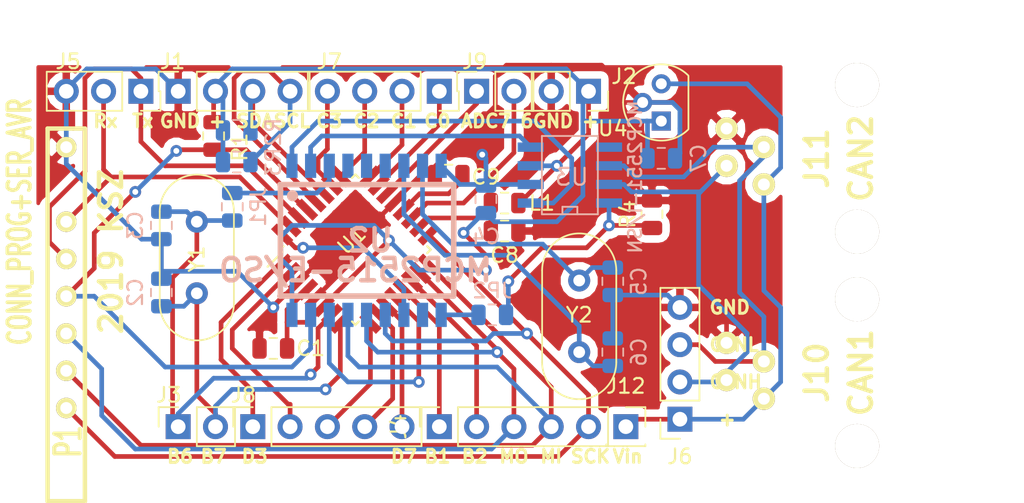
<source format=kicad_pcb>
(kicad_pcb (version 20171130) (host pcbnew 5.0.2+dfsg1-1)

  (general
    (thickness 1.6)
    (drawings 28)
    (tracks 376)
    (zones 0)
    (modules 35)
    (nets 45)
  )

  (page A4)
  (title_block
    (title "AVR CAN board")
  )

  (layers
    (0 F.Cu signal)
    (31 B.Cu signal hide)
    (32 B.Adhes user)
    (33 F.Adhes user)
    (34 B.Paste user)
    (35 F.Paste user)
    (36 B.SilkS user)
    (37 F.SilkS user)
    (38 B.Mask user)
    (39 F.Mask user)
    (40 Dwgs.User user)
    (41 Cmts.User user)
    (42 Eco1.User user)
    (43 Eco2.User user)
    (44 Edge.Cuts user)
    (45 Margin user)
    (46 B.CrtYd user)
    (47 F.CrtYd user)
    (48 B.Fab user hide)
    (49 F.Fab user)
  )

  (setup
    (last_trace_width 0.3175)
    (trace_clearance 0.2032)
    (zone_clearance 0.508)
    (zone_45_only no)
    (trace_min 0.2)
    (segment_width 0.2)
    (edge_width 0.15)
    (via_size 0.8)
    (via_drill 0.4)
    (via_min_size 0.4)
    (via_min_drill 0.3)
    (uvia_size 0.3)
    (uvia_drill 0.1)
    (uvias_allowed no)
    (uvia_min_size 0.2)
    (uvia_min_drill 0.1)
    (pcb_text_width 0.3)
    (pcb_text_size 1.5 1.5)
    (mod_edge_width 0.15)
    (mod_text_size 0.000001 0.000001)
    (mod_text_width 0.15)
    (pad_size 1.4 1.4)
    (pad_drill 0.6)
    (pad_to_mask_clearance 0.051)
    (solder_mask_min_width 0.25)
    (aux_axis_origin 0 0)
    (grid_origin 239.776 142.494)
    (visible_elements FFFFFFFF)
    (pcbplotparams
      (layerselection 0x010fc_7fffffff)
      (usegerberextensions false)
      (usegerberattributes false)
      (usegerberadvancedattributes false)
      (creategerberjobfile false)
      (excludeedgelayer true)
      (linewidth 0.100000)
      (plotframeref false)
      (viasonmask false)
      (mode 1)
      (useauxorigin false)
      (hpglpennumber 1)
      (hpglpenspeed 20)
      (hpglpendiameter 15.000000)
      (psnegative false)
      (psa4output false)
      (plotreference true)
      (plotvalue false)
      (plotinvisibletext false)
      (padsonsilk false)
      (subtractmaskfromsilk false)
      (outputformat 2)
      (mirror false)
      (drillshape 0)
      (scaleselection 1)
      (outputdirectory ""))
  )

  (net 0 "")
  (net 1 "Net-(C3-Pad1)")
  (net 2 "Net-(JP1-Pad2)")
  (net 3 "Net-(P1-Pad6)")
  (net 4 VCC)
  (net 5 GNDD)
  (net 6 "Net-(J8-Pad1)")
  (net 7 "Net-(J8-Pad2)")
  (net 8 "Net-(C2-Pad1)")
  (net 9 "Net-(J8-Pad3)")
  (net 10 "Net-(J8-Pad4)")
  (net 11 "Net-(J8-Pad5)")
  (net 12 "Net-(U1-Pad12)")
  (net 13 "Net-(C8-Pad1)")
  (net 14 "Net-(J9-Pad2)")
  (net 15 "Net-(C9-Pad1)")
  (net 16 "Net-(J9-Pad1)")
  (net 17 "Net-(J4-Pad1)")
  (net 18 "Net-(J4-Pad2)")
  (net 19 "Net-(J4-Pad3)")
  (net 20 "Net-(J4-Pad4)")
  (net 21 "Net-(J5-Pad1)")
  (net 22 "Net-(J5-Pad2)")
  (net 23 "Net-(U1-Pad32)")
  (net 24 "Net-(U2-Pad1)")
  (net 25 "Net-(U3-Pad5)")
  (net 26 "Net-(U2-Pad2)")
  (net 27 "Net-(U2-Pad11)")
  (net 28 "Net-(U2-Pad4)")
  (net 29 "Net-(U2-Pad5)")
  (net 30 "Net-(U2-Pad6)")
  (net 31 "Net-(C6-Pad1)")
  (net 32 "Net-(C5-Pad1)")
  (net 33 "Net-(J4-Pad5)")
  (net 34 "Net-(J7-Pad1)")
  (net 35 "Net-(J7-Pad2)")
  (net 36 "Net-(J7-Pad3)")
  (net 37 "Net-(J7-Pad4)")
  (net 38 "Net-(J10-Pad2)")
  (net 39 "Net-(J10-Pad3)")
  (net 40 "Net-(J10-Pad4)")
  (net 41 /SDA)
  (net 42 /SCL)
  (net 43 "Net-(JP2-Pad1)")
  (net 44 "Net-(JP2-Pad2)")

  (net_class Default "Dies ist die voreingestellte Netzklasse."
    (clearance 0.2032)
    (trace_width 0.3175)
    (via_dia 0.8)
    (via_drill 0.4)
    (uvia_dia 0.3)
    (uvia_drill 0.1)
    (add_net /SCL)
    (add_net /SDA)
    (add_net GNDD)
    (add_net "Net-(C2-Pad1)")
    (add_net "Net-(C3-Pad1)")
    (add_net "Net-(C5-Pad1)")
    (add_net "Net-(C6-Pad1)")
    (add_net "Net-(C8-Pad1)")
    (add_net "Net-(C9-Pad1)")
    (add_net "Net-(J10-Pad2)")
    (add_net "Net-(J10-Pad3)")
    (add_net "Net-(J10-Pad4)")
    (add_net "Net-(J4-Pad1)")
    (add_net "Net-(J4-Pad2)")
    (add_net "Net-(J4-Pad3)")
    (add_net "Net-(J4-Pad4)")
    (add_net "Net-(J4-Pad5)")
    (add_net "Net-(J5-Pad1)")
    (add_net "Net-(J5-Pad2)")
    (add_net "Net-(J7-Pad1)")
    (add_net "Net-(J7-Pad2)")
    (add_net "Net-(J7-Pad3)")
    (add_net "Net-(J7-Pad4)")
    (add_net "Net-(J8-Pad1)")
    (add_net "Net-(J8-Pad2)")
    (add_net "Net-(J8-Pad3)")
    (add_net "Net-(J8-Pad4)")
    (add_net "Net-(J8-Pad5)")
    (add_net "Net-(J9-Pad1)")
    (add_net "Net-(J9-Pad2)")
    (add_net "Net-(JP1-Pad2)")
    (add_net "Net-(JP2-Pad1)")
    (add_net "Net-(JP2-Pad2)")
    (add_net "Net-(P1-Pad6)")
    (add_net "Net-(U1-Pad12)")
    (add_net "Net-(U1-Pad32)")
    (add_net "Net-(U2-Pad1)")
    (add_net "Net-(U2-Pad11)")
    (add_net "Net-(U2-Pad2)")
    (add_net "Net-(U2-Pad4)")
    (add_net "Net-(U2-Pad5)")
    (add_net "Net-(U2-Pad6)")
    (add_net "Net-(U3-Pad5)")
    (add_net VCC)
  )

  (module Connector_PinSocket_2.54mm:PinSocket_1x01_P2.54mm_Vertical (layer F.Cu) (tedit 5A19A434) (tstamp 60599C93)
    (at 234.823 149.352)
    (descr "Through hole straight socket strip, 1x01, 2.54mm pitch, single row (from Kicad 4.0.7), script generated")
    (tags "Through hole socket strip THT 1x01 2.54mm single row")
    (path /604DCF62)
    (fp_text reference J12 (at 0 -2.77) (layer F.SilkS)
      (effects (font (size 1 1) (thickness 0.15)))
    )
    (fp_text value 12V (at 0 2.77) (layer F.Fab)
      (effects (font (size 1 1) (thickness 0.15)))
    )
    (fp_line (start -1.27 -1.27) (end 0.635 -1.27) (layer F.Fab) (width 0.1))
    (fp_line (start 0.635 -1.27) (end 1.27 -0.635) (layer F.Fab) (width 0.1))
    (fp_line (start 1.27 -0.635) (end 1.27 1.27) (layer F.Fab) (width 0.1))
    (fp_line (start 1.27 1.27) (end -1.27 1.27) (layer F.Fab) (width 0.1))
    (fp_line (start -1.27 1.27) (end -1.27 -1.27) (layer F.Fab) (width 0.1))
    (fp_line (start -1.33 1.33) (end 1.33 1.33) (layer F.SilkS) (width 0.12))
    (fp_line (start -1.33 1.21) (end -1.33 1.33) (layer F.SilkS) (width 0.12))
    (fp_line (start 1.33 1.21) (end 1.33 1.33) (layer F.SilkS) (width 0.12))
    (fp_line (start 1.33 -1.33) (end 1.33 0) (layer F.SilkS) (width 0.12))
    (fp_line (start 0 -1.33) (end 1.33 -1.33) (layer F.SilkS) (width 0.12))
    (fp_line (start -1.8 -1.8) (end 1.75 -1.8) (layer F.CrtYd) (width 0.05))
    (fp_line (start 1.75 -1.8) (end 1.75 1.75) (layer F.CrtYd) (width 0.05))
    (fp_line (start 1.75 1.75) (end -1.8 1.75) (layer F.CrtYd) (width 0.05))
    (fp_line (start -1.8 1.75) (end -1.8 -1.8) (layer F.CrtYd) (width 0.05))
    (fp_text user %R (at 0 0) (layer F.Fab)
      (effects (font (size 1 1) (thickness 0.15)))
    )
    (pad 1 thru_hole rect (at 0 0) (size 1.7 1.7) (drill 1) (layers *.Cu *.Mask)
      (net 38 "Net-(J10-Pad2)"))
    (model ${KISYS3DMOD}/Connector_PinSocket_2.54mm.3dshapes/PinSocket_1x01_P2.54mm_Vertical.wrl
      (at (xyz 0 0 0))
      (scale (xyz 1 1 1))
      (rotate (xyz 0 0 0))
    )
  )

  (module Resistor_SMD:R_0805_2012Metric (layer F.Cu) (tedit 5D5574C2) (tstamp 5D5577BD)
    (at 236.601 134.874 90)
    (descr "Resistor SMD 0805 (2012 Metric), square (rectangular) end terminal, IPC_7351 nominal, (Body size source: https://docs.google.com/spreadsheets/d/1BsfQQcO9C6DZCsRaXUlFlo91Tg2WpOkGARC1WS5S8t0/edit?usp=sharing), generated with kicad-footprint-generator")
    (tags resistor)
    (path /5D563241)
    (attr smd)
    (fp_text reference R4 (at 0 -1.65 90) (layer F.SilkS)
      (effects (font (size 1 1) (thickness 0.15)))
    )
    (fp_text value 10k (at -2.54 0.127 180) (layer F.Fab)
      (effects (font (size 1 1) (thickness 0.15)))
    )
    (fp_text user %R (at 0 0 90) (layer F.Fab)
      (effects (font (size 0.5 0.5) (thickness 0.08)))
    )
    (fp_line (start 1.68 0.95) (end -1.68 0.95) (layer F.CrtYd) (width 0.05))
    (fp_line (start 1.68 -0.95) (end 1.68 0.95) (layer F.CrtYd) (width 0.05))
    (fp_line (start -1.68 -0.95) (end 1.68 -0.95) (layer F.CrtYd) (width 0.05))
    (fp_line (start -1.68 0.95) (end -1.68 -0.95) (layer F.CrtYd) (width 0.05))
    (fp_line (start -0.258578 0.71) (end 0.258578 0.71) (layer F.SilkS) (width 0.12))
    (fp_line (start -0.258578 -0.71) (end 0.258578 -0.71) (layer F.SilkS) (width 0.12))
    (fp_line (start 1 0.6) (end -1 0.6) (layer F.Fab) (width 0.1))
    (fp_line (start 1 -0.6) (end 1 0.6) (layer F.Fab) (width 0.1))
    (fp_line (start -1 -0.6) (end 1 -0.6) (layer F.Fab) (width 0.1))
    (fp_line (start -1 0.6) (end -1 -0.6) (layer F.Fab) (width 0.1))
    (pad 2 smd roundrect (at 0.9375 0 90) (size 0.975 1.4) (layers F.Cu F.Paste F.Mask) (roundrect_rratio 0.25)
      (net 5 GNDD))
    (pad 1 smd roundrect (at -0.9375 0 90) (size 0.975 1.4) (layers F.Cu F.Paste F.Mask) (roundrect_rratio 0.25)
      (net 43 "Net-(JP2-Pad1)"))
    (model ${KISYS3DMOD}/Resistor_SMD.3dshapes/R_0805_2012Metric.wrl
      (at (xyz 0 0 0))
      (scale (xyz 1 1 1))
      (rotate (xyz 0 0 0))
    )
  )

  (module Resistor_SMD:R_0805_2012Metric (layer B.Cu) (tedit 5B36C52B) (tstamp 5D5572CF)
    (at 225.7275 141.732 180)
    (descr "Resistor SMD 0805 (2012 Metric), square (rectangular) end terminal, IPC_7351 nominal, (Body size source: https://docs.google.com/spreadsheets/d/1BsfQQcO9C6DZCsRaXUlFlo91Tg2WpOkGARC1WS5S8t0/edit?usp=sharing), generated with kicad-footprint-generator")
    (tags resistor)
    (path /5D5634B8)
    (attr smd)
    (fp_text reference JP2 (at 0 1.65 180) (layer B.SilkS)
      (effects (font (size 1 1) (thickness 0.15)) (justify mirror))
    )
    (fp_text value SLEEP (at 0 -1.65 180) (layer B.Fab)
      (effects (font (size 1 1) (thickness 0.15)) (justify mirror))
    )
    (fp_line (start -1 -0.6) (end -1 0.6) (layer B.Fab) (width 0.1))
    (fp_line (start -1 0.6) (end 1 0.6) (layer B.Fab) (width 0.1))
    (fp_line (start 1 0.6) (end 1 -0.6) (layer B.Fab) (width 0.1))
    (fp_line (start 1 -0.6) (end -1 -0.6) (layer B.Fab) (width 0.1))
    (fp_line (start -0.258578 0.71) (end 0.258578 0.71) (layer B.SilkS) (width 0.12))
    (fp_line (start -0.258578 -0.71) (end 0.258578 -0.71) (layer B.SilkS) (width 0.12))
    (fp_line (start -1.68 -0.95) (end -1.68 0.95) (layer B.CrtYd) (width 0.05))
    (fp_line (start -1.68 0.95) (end 1.68 0.95) (layer B.CrtYd) (width 0.05))
    (fp_line (start 1.68 0.95) (end 1.68 -0.95) (layer B.CrtYd) (width 0.05))
    (fp_line (start 1.68 -0.95) (end -1.68 -0.95) (layer B.CrtYd) (width 0.05))
    (fp_text user %R (at 0 0 180) (layer B.Fab)
      (effects (font (size 0.5 0.5) (thickness 0.08)) (justify mirror))
    )
    (pad 1 smd roundrect (at -0.9375 0 180) (size 0.975 1.4) (layers B.Cu B.Paste B.Mask) (roundrect_rratio 0.25)
      (net 43 "Net-(JP2-Pad1)"))
    (pad 2 smd roundrect (at 0.9375 0 180) (size 0.975 1.4) (layers B.Cu B.Paste B.Mask) (roundrect_rratio 0.25)
      (net 44 "Net-(JP2-Pad2)"))
    (model ${KISYS3DMOD}/Resistor_SMD.3dshapes/R_0805_2012Metric.wrl
      (at (xyz 0 0 0))
      (scale (xyz 1 1 1))
      (rotate (xyz 0 0 0))
    )
  )

  (module Connector_PinSocket_2.54mm:PinSocket_1x04_P2.54mm_Vertical (layer F.Cu) (tedit 5D29B937) (tstamp 5D34DCF8)
    (at 222.123 126.492 270)
    (descr "Through hole straight socket strip, 1x04, 2.54mm pitch, single row (from Kicad 4.0.7), script generated")
    (tags "Through hole socket strip THT 1x04 2.54mm single row")
    (path /5CD0C54B)
    (fp_text reference J7 (at -2.032 7.493) (layer F.SilkS)
      (effects (font (size 1 1) (thickness 0.15)))
    )
    (fp_text value PORTC (at -2.032 2.921) (layer F.Fab)
      (effects (font (size 1 1) (thickness 0.15)))
    )
    (fp_line (start -1.27 -1.27) (end 0.635 -1.27) (layer F.Fab) (width 0.1))
    (fp_line (start 0.635 -1.27) (end 1.27 -0.635) (layer F.Fab) (width 0.1))
    (fp_line (start 1.27 -0.635) (end 1.27 8.89) (layer F.Fab) (width 0.1))
    (fp_line (start 1.27 8.89) (end -1.27 8.89) (layer F.Fab) (width 0.1))
    (fp_line (start -1.27 8.89) (end -1.27 -1.27) (layer F.Fab) (width 0.1))
    (fp_line (start -1.33 1.27) (end 1.33 1.27) (layer F.SilkS) (width 0.12))
    (fp_line (start -1.33 1.27) (end -1.33 8.95) (layer F.SilkS) (width 0.12))
    (fp_line (start -1.33 8.95) (end 1.33 8.95) (layer F.SilkS) (width 0.12))
    (fp_line (start 1.33 1.27) (end 1.33 8.95) (layer F.SilkS) (width 0.12))
    (fp_line (start 1.33 -1.33) (end 1.33 0) (layer F.SilkS) (width 0.12))
    (fp_line (start 0 -1.33) (end 1.33 -1.33) (layer F.SilkS) (width 0.12))
    (fp_line (start -1.8 -1.8) (end 1.75 -1.8) (layer F.CrtYd) (width 0.05))
    (fp_line (start 1.75 -1.8) (end 1.75 9.4) (layer F.CrtYd) (width 0.05))
    (fp_line (start 1.75 9.4) (end -1.8 9.4) (layer F.CrtYd) (width 0.05))
    (fp_line (start -1.8 9.4) (end -1.8 -1.8) (layer F.CrtYd) (width 0.05))
    (fp_text user %R (at -2.032 7.493) (layer F.Fab)
      (effects (font (size 1 1) (thickness 0.15)))
    )
    (pad 1 thru_hole rect (at 0 0 270) (size 1.7 1.7) (drill 1) (layers *.Cu *.Mask)
      (net 34 "Net-(J7-Pad1)"))
    (pad 2 thru_hole oval (at 0 2.54 270) (size 1.7 1.7) (drill 1) (layers *.Cu *.Mask)
      (net 35 "Net-(J7-Pad2)"))
    (pad 3 thru_hole oval (at 0 5.08 270) (size 1.7 1.7) (drill 1) (layers *.Cu *.Mask)
      (net 36 "Net-(J7-Pad3)"))
    (pad 4 thru_hole oval (at 0 7.62 270) (size 1.7 1.7) (drill 1) (layers *.Cu *.Mask)
      (net 37 "Net-(J7-Pad4)"))
    (model ${KISYS3DMOD}/Connector_PinSocket_2.54mm.3dshapes/PinSocket_1x04_P2.54mm_Vertical.wrl
      (at (xyz 0 0 0))
      (scale (xyz 1 1 1))
      (rotate (xyz 0 0 0))
    )
  )

  (module Resistor_SMD:R_0805_2012Metric (layer B.Cu) (tedit 5B36C52B) (tstamp 5D5661F4)
    (at 208.3285 131.318)
    (descr "Resistor SMD 0805 (2012 Metric), square (rectangular) end terminal, IPC_7351 nominal, (Body size source: https://docs.google.com/spreadsheets/d/1BsfQQcO9C6DZCsRaXUlFlo91Tg2WpOkGARC1WS5S8t0/edit?usp=sharing), generated with kicad-footprint-generator")
    (tags resistor)
    (path /5D4A840E)
    (attr smd)
    (fp_text reference R3 (at 2.4915 0 90) (layer B.SilkS)
      (effects (font (size 1 1) (thickness 0.15)) (justify mirror))
    )
    (fp_text value 4.7k (at 0 -1.65) (layer B.Fab)
      (effects (font (size 1 1) (thickness 0.15)) (justify mirror))
    )
    (fp_text user %R (at 0 0) (layer B.Fab)
      (effects (font (size 0.5 0.5) (thickness 0.08)) (justify mirror))
    )
    (fp_line (start 1.68 -0.95) (end -1.68 -0.95) (layer B.CrtYd) (width 0.05))
    (fp_line (start 1.68 0.95) (end 1.68 -0.95) (layer B.CrtYd) (width 0.05))
    (fp_line (start -1.68 0.95) (end 1.68 0.95) (layer B.CrtYd) (width 0.05))
    (fp_line (start -1.68 -0.95) (end -1.68 0.95) (layer B.CrtYd) (width 0.05))
    (fp_line (start -0.258578 -0.71) (end 0.258578 -0.71) (layer B.SilkS) (width 0.12))
    (fp_line (start -0.258578 0.71) (end 0.258578 0.71) (layer B.SilkS) (width 0.12))
    (fp_line (start 1 -0.6) (end -1 -0.6) (layer B.Fab) (width 0.1))
    (fp_line (start 1 0.6) (end 1 -0.6) (layer B.Fab) (width 0.1))
    (fp_line (start -1 0.6) (end 1 0.6) (layer B.Fab) (width 0.1))
    (fp_line (start -1 -0.6) (end -1 0.6) (layer B.Fab) (width 0.1))
    (pad 2 smd roundrect (at 0.9375 0) (size 0.975 1.4) (layers B.Cu B.Paste B.Mask) (roundrect_rratio 0.25)
      (net 42 /SCL))
    (pad 1 smd roundrect (at -0.9375 0) (size 0.975 1.4) (layers B.Cu B.Paste B.Mask) (roundrect_rratio 0.25)
      (net 4 VCC))
    (model ${KISYS3DMOD}/Resistor_SMD.3dshapes/R_0805_2012Metric.wrl
      (at (xyz 0 0 0))
      (scale (xyz 1 1 1))
      (rotate (xyz 0 0 0))
    )
  )

  (module Resistor_SMD:R_0805_2012Metric (layer B.Cu) (tedit 5B36C52B) (tstamp 5D5661A3)
    (at 208.3285 129.159)
    (descr "Resistor SMD 0805 (2012 Metric), square (rectangular) end terminal, IPC_7351 nominal, (Body size source: https://docs.google.com/spreadsheets/d/1BsfQQcO9C6DZCsRaXUlFlo91Tg2WpOkGARC1WS5S8t0/edit?usp=sharing), generated with kicad-footprint-generator")
    (tags resistor)
    (path /5D4A823B)
    (attr smd)
    (fp_text reference R2 (at 2.4915 0.127 90) (layer B.SilkS)
      (effects (font (size 1 1) (thickness 0.15)) (justify mirror))
    )
    (fp_text value 4.7k (at 0 -1.65) (layer B.Fab)
      (effects (font (size 1 1) (thickness 0.15)) (justify mirror))
    )
    (fp_line (start -1 -0.6) (end -1 0.6) (layer B.Fab) (width 0.1))
    (fp_line (start -1 0.6) (end 1 0.6) (layer B.Fab) (width 0.1))
    (fp_line (start 1 0.6) (end 1 -0.6) (layer B.Fab) (width 0.1))
    (fp_line (start 1 -0.6) (end -1 -0.6) (layer B.Fab) (width 0.1))
    (fp_line (start -0.258578 0.71) (end 0.258578 0.71) (layer B.SilkS) (width 0.12))
    (fp_line (start -0.258578 -0.71) (end 0.258578 -0.71) (layer B.SilkS) (width 0.12))
    (fp_line (start -1.68 -0.95) (end -1.68 0.95) (layer B.CrtYd) (width 0.05))
    (fp_line (start -1.68 0.95) (end 1.68 0.95) (layer B.CrtYd) (width 0.05))
    (fp_line (start 1.68 0.95) (end 1.68 -0.95) (layer B.CrtYd) (width 0.05))
    (fp_line (start 1.68 -0.95) (end -1.68 -0.95) (layer B.CrtYd) (width 0.05))
    (fp_text user %R (at 0 0) (layer B.Fab)
      (effects (font (size 0.5 0.5) (thickness 0.08)) (justify mirror))
    )
    (pad 1 smd roundrect (at -0.9375 0) (size 0.975 1.4) (layers B.Cu B.Paste B.Mask) (roundrect_rratio 0.25)
      (net 4 VCC))
    (pad 2 smd roundrect (at 0.9375 0) (size 0.975 1.4) (layers B.Cu B.Paste B.Mask) (roundrect_rratio 0.25)
      (net 41 /SDA))
    (model ${KISYS3DMOD}/Resistor_SMD.3dshapes/R_0805_2012Metric.wrl
      (at (xyz 0 0 0))
      (scale (xyz 1 1 1))
      (rotate (xyz 0 0 0))
    )
  )

  (module Connectors_K:RJ11_RO (layer F.Cu) (tedit 5BF5283E) (tstamp 5D429C61)
    (at 250.571 145.669 90)
    (descr "RJ11 connector Reichelt (old)")
    (path /5D36A069)
    (fp_text reference J10 (at 0 -2.75 90) (layer F.SilkS)
      (effects (font (size 1.524 1.524) (thickness 0.3048)))
    )
    (fp_text value CAN1 (at 0 0.254 90) (layer F.SilkS)
      (effects (font (size 1.524 1.524) (thickness 0.3048)))
    )
    (fp_line (start -6.604 11.176) (end -6.604 -10.922) (layer Eco1.User) (width 0.381))
    (fp_line (start -6.604 -10.922) (end 6.604 -10.922) (layer Eco1.User) (width 0.381))
    (fp_line (start 6.604 -10.922) (end 6.604 11.176) (layer Eco1.User) (width 0.381))
    (fp_line (start 6.604 11.176) (end -6.604 11.176) (layer Eco1.User) (width 0.381))
    (pad 3 thru_hole circle (at -0.508 -8.89 90) (size 1.524 1.524) (drill 0.8128) (layers *.Cu *.Mask F.SilkS)
      (net 39 "Net-(J10-Pad3)"))
    (pad 5 thru_hole circle (at 2.032 -8.89 90) (size 1.524 1.524) (drill 0.8128) (layers *.Cu *.Mask F.SilkS)
      (net 5 GNDD))
    (pad 4 thru_hole circle (at 0.762 -6.35 90) (size 1.524 1.524) (drill 0.8128) (layers *.Cu *.Mask F.SilkS)
      (net 40 "Net-(J10-Pad4)"))
    (pad 2 thru_hole circle (at -1.778 -6.35 90) (size 1.524 1.524) (drill 0.8128) (layers *.Cu *.Mask F.SilkS)
      (net 38 "Net-(J10-Pad2)"))
    (pad 8 thru_hole circle (at 5.00126 0 90) (size 2.99974 2.99974) (drill 2.99974) (layers *.Cu *.Mask F.SilkS))
    (pad 7 thru_hole circle (at -5.00126 0 90) (size 2.99974 2.99974) (drill 2.99974) (layers *.Cu *.Mask F.SilkS))
  )

  (module Connectors_K:RJ11_RO (layer F.Cu) (tedit 5BF5283E) (tstamp 5D429C53)
    (at 250.571 131.064 90)
    (descr "RJ11 connector Reichelt (old)")
    (path /5D36A1DB)
    (fp_text reference J11 (at 0 -2.75 90) (layer F.SilkS)
      (effects (font (size 1.524 1.524) (thickness 0.3048)))
    )
    (fp_text value CAN2 (at 0 0.254 90) (layer F.SilkS)
      (effects (font (size 1.524 1.524) (thickness 0.3048)))
    )
    (fp_line (start 6.604 11.176) (end -6.604 11.176) (layer Eco1.User) (width 0.381))
    (fp_line (start 6.604 -10.922) (end 6.604 11.176) (layer Eco1.User) (width 0.381))
    (fp_line (start -6.604 -10.922) (end 6.604 -10.922) (layer Eco1.User) (width 0.381))
    (fp_line (start -6.604 11.176) (end -6.604 -10.922) (layer Eco1.User) (width 0.381))
    (pad 7 thru_hole circle (at -5.00126 0 90) (size 2.99974 2.99974) (drill 2.99974) (layers *.Cu *.Mask F.SilkS))
    (pad 8 thru_hole circle (at 5.00126 0 90) (size 2.99974 2.99974) (drill 2.99974) (layers *.Cu *.Mask F.SilkS))
    (pad 2 thru_hole circle (at -1.778 -6.35 90) (size 1.524 1.524) (drill 0.8128) (layers *.Cu *.Mask F.SilkS)
      (net 38 "Net-(J10-Pad2)"))
    (pad 4 thru_hole circle (at 0.762 -6.35 90) (size 1.524 1.524) (drill 0.8128) (layers *.Cu *.Mask F.SilkS)
      (net 40 "Net-(J10-Pad4)"))
    (pad 5 thru_hole circle (at 2.032 -8.89 90) (size 1.524 1.524) (drill 0.8128) (layers *.Cu *.Mask F.SilkS)
      (net 5 GNDD))
    (pad 3 thru_hole circle (at -0.508 -8.89 90) (size 1.524 1.524) (drill 0.8128) (layers *.Cu *.Mask F.SilkS)
      (net 39 "Net-(J10-Pad3)"))
  )

  (module Connector_PinSocket_2.54mm:PinSocket_1x02_P2.54mm_Vertical (layer F.Cu) (tedit 5D29BC93) (tstamp 5D34DD53)
    (at 204.343 149.352 90)
    (descr "Through hole straight socket strip, 1x02, 2.54mm pitch, single row (from Kicad 4.0.7), script generated")
    (tags "Through hole socket strip THT 1x02 2.54mm single row")
    (path /5D26773D)
    (fp_text reference J3 (at 2.159 -0.635) (layer F.SilkS)
      (effects (font (size 1 1) (thickness 0.15)))
    )
    (fp_text value PORTB_2 (at -0.127 -2.667 90) (layer F.Fab)
      (effects (font (size 1 1) (thickness 0.15)))
    )
    (fp_line (start -1.27 -1.27) (end 0.635 -1.27) (layer F.Fab) (width 0.1))
    (fp_line (start 0.635 -1.27) (end 1.27 -0.635) (layer F.Fab) (width 0.1))
    (fp_line (start 1.27 -0.635) (end 1.27 3.81) (layer F.Fab) (width 0.1))
    (fp_line (start 1.27 3.81) (end -1.27 3.81) (layer F.Fab) (width 0.1))
    (fp_line (start -1.27 3.81) (end -1.27 -1.27) (layer F.Fab) (width 0.1))
    (fp_line (start -1.33 1.27) (end 1.33 1.27) (layer F.SilkS) (width 0.12))
    (fp_line (start -1.33 1.27) (end -1.33 3.87) (layer F.SilkS) (width 0.12))
    (fp_line (start -1.33 3.87) (end 1.33 3.87) (layer F.SilkS) (width 0.12))
    (fp_line (start 1.33 1.27) (end 1.33 3.87) (layer F.SilkS) (width 0.12))
    (fp_line (start 1.33 -1.33) (end 1.33 0) (layer F.SilkS) (width 0.12))
    (fp_line (start 0 -1.33) (end 1.33 -1.33) (layer F.SilkS) (width 0.12))
    (fp_line (start -1.8 -1.8) (end 1.75 -1.8) (layer F.CrtYd) (width 0.05))
    (fp_line (start 1.75 -1.8) (end 1.75 4.3) (layer F.CrtYd) (width 0.05))
    (fp_line (start 1.75 4.3) (end -1.8 4.3) (layer F.CrtYd) (width 0.05))
    (fp_line (start -1.8 4.3) (end -1.8 -1.8) (layer F.CrtYd) (width 0.05))
    (fp_text user %R (at 2.159 -0.635) (layer F.Fab)
      (effects (font (size 1 1) (thickness 0.15)))
    )
    (pad 1 thru_hole rect (at 0 0 90) (size 1.7 1.7) (drill 1) (layers *.Cu *.Mask)
      (net 1 "Net-(C3-Pad1)"))
    (pad 2 thru_hole oval (at 0 2.54 90) (size 1.7 1.7) (drill 1) (layers *.Cu *.Mask)
      (net 8 "Net-(C2-Pad1)"))
    (model ${KISYS3DMOD}/Connector_PinSocket_2.54mm.3dshapes/PinSocket_1x02_P2.54mm_Vertical.wrl
      (at (xyz 0 0 0))
      (scale (xyz 1 1 1))
      (rotate (xyz 0 0 0))
    )
  )

  (module Connector_PinSocket_2.54mm:PinSocket_1x05_P2.54mm_Vertical (layer F.Cu) (tedit 5D29BBCC) (tstamp 5D34DC9B)
    (at 222.123 149.352 90)
    (descr "Through hole straight socket strip, 1x05, 2.54mm pitch, single row (from Kicad 4.0.7), script generated")
    (tags "Through hole socket strip THT 1x05 2.54mm single row")
    (path /5D267316)
    (fp_text reference J4 (at 0 -2.77 90) (layer F.SilkS)
      (effects (font (size 1 1) (thickness 0.15)))
    )
    (fp_text value PORTB_1 (at 2.667 4.191 180) (layer F.Fab)
      (effects (font (size 1 1) (thickness 0.15)))
    )
    (fp_line (start -1.27 -1.27) (end 0.635 -1.27) (layer F.Fab) (width 0.1))
    (fp_line (start 0.635 -1.27) (end 1.27 -0.635) (layer F.Fab) (width 0.1))
    (fp_line (start 1.27 -0.635) (end 1.27 11.43) (layer F.Fab) (width 0.1))
    (fp_line (start 1.27 11.43) (end -1.27 11.43) (layer F.Fab) (width 0.1))
    (fp_line (start -1.27 11.43) (end -1.27 -1.27) (layer F.Fab) (width 0.1))
    (fp_line (start -1.33 1.27) (end 1.33 1.27) (layer F.SilkS) (width 0.12))
    (fp_line (start -1.33 1.27) (end -1.33 11.49) (layer F.SilkS) (width 0.12))
    (fp_line (start -1.33 11.49) (end 1.33 11.49) (layer F.SilkS) (width 0.12))
    (fp_line (start 1.33 1.27) (end 1.33 11.49) (layer F.SilkS) (width 0.12))
    (fp_line (start 1.33 -1.33) (end 1.33 0) (layer F.SilkS) (width 0.12))
    (fp_line (start 0 -1.33) (end 1.33 -1.33) (layer F.SilkS) (width 0.12))
    (fp_line (start -1.8 -1.8) (end 1.75 -1.8) (layer F.CrtYd) (width 0.05))
    (fp_line (start 1.75 -1.8) (end 1.75 11.9) (layer F.CrtYd) (width 0.05))
    (fp_line (start 1.75 11.9) (end -1.8 11.9) (layer F.CrtYd) (width 0.05))
    (fp_line (start -1.8 11.9) (end -1.8 -1.8) (layer F.CrtYd) (width 0.05))
    (fp_text user %R (at 2.54 -0.635 180) (layer F.Fab)
      (effects (font (size 1 1) (thickness 0.15)))
    )
    (pad 1 thru_hole rect (at 0 0 90) (size 1.7 1.7) (drill 1) (layers *.Cu *.Mask)
      (net 17 "Net-(J4-Pad1)"))
    (pad 2 thru_hole oval (at 0 2.54 90) (size 1.7 1.7) (drill 1) (layers *.Cu *.Mask)
      (net 18 "Net-(J4-Pad2)"))
    (pad 3 thru_hole oval (at 0 5.08 90) (size 1.7 1.7) (drill 1) (layers *.Cu *.Mask)
      (net 19 "Net-(J4-Pad3)"))
    (pad 4 thru_hole oval (at 0 7.62 90) (size 1.7 1.7) (drill 1) (layers *.Cu *.Mask)
      (net 20 "Net-(J4-Pad4)"))
    (pad 5 thru_hole oval (at 0 10.16 90) (size 1.7 1.7) (drill 1) (layers *.Cu *.Mask)
      (net 33 "Net-(J4-Pad5)"))
    (model ${KISYS3DMOD}/Connector_PinSocket_2.54mm.3dshapes/PinSocket_1x05_P2.54mm_Vertical.wrl
      (at (xyz 0 0 0))
      (scale (xyz 1 1 1))
      (rotate (xyz 0 0 0))
    )
  )

  (module Capacitor_SMD:C_0805_2012Metric (layer B.Cu) (tedit 5D29B6B2) (tstamp 5D323DDF)
    (at 203.2 140.208 90)
    (descr "Capacitor SMD 0805 (2012 Metric), square (rectangular) end terminal, IPC_7351 nominal, (Body size source: https://docs.google.com/spreadsheets/d/1BsfQQcO9C6DZCsRaXUlFlo91Tg2WpOkGARC1WS5S8t0/edit?usp=sharing), generated with kicad-footprint-generator")
    (tags capacitor)
    (path /5B871D9B)
    (attr smd)
    (fp_text reference C2 (at 0 -1.778 90) (layer B.SilkS)
      (effects (font (size 1 1) (thickness 0.15)) (justify mirror))
    )
    (fp_text value 22p (at 0 -1.65 90) (layer B.Fab)
      (effects (font (size 1 1) (thickness 0.15)) (justify mirror))
    )
    (fp_line (start -1 -0.6) (end -1 0.6) (layer B.Fab) (width 0.1))
    (fp_line (start -1 0.6) (end 1 0.6) (layer B.Fab) (width 0.1))
    (fp_line (start 1 0.6) (end 1 -0.6) (layer B.Fab) (width 0.1))
    (fp_line (start 1 -0.6) (end -1 -0.6) (layer B.Fab) (width 0.1))
    (fp_line (start -0.258578 0.71) (end 0.258578 0.71) (layer B.SilkS) (width 0.12))
    (fp_line (start -0.258578 -0.71) (end 0.258578 -0.71) (layer B.SilkS) (width 0.12))
    (fp_line (start -1.68 -0.95) (end -1.68 0.95) (layer B.CrtYd) (width 0.05))
    (fp_line (start -1.68 0.95) (end 1.68 0.95) (layer B.CrtYd) (width 0.05))
    (fp_line (start 1.68 0.95) (end 1.68 -0.95) (layer B.CrtYd) (width 0.05))
    (fp_line (start 1.68 -0.95) (end -1.68 -0.95) (layer B.CrtYd) (width 0.05))
    (fp_text user %R (at 0 0 90) (layer B.Fab)
      (effects (font (size 0.5 0.5) (thickness 0.08)) (justify mirror))
    )
    (pad 1 smd roundrect (at -0.9375 0 90) (size 0.975 1.4) (layers B.Cu B.Paste B.Mask) (roundrect_rratio 0.25)
      (net 8 "Net-(C2-Pad1)"))
    (pad 2 smd roundrect (at 0.9375 0 90) (size 0.975 1.4) (layers B.Cu B.Paste B.Mask) (roundrect_rratio 0.25)
      (net 5 GNDD))
    (model ${KISYS3DMOD}/Capacitor_SMD.3dshapes/C_0805_2012Metric.wrl
      (at (xyz 0 0 0))
      (scale (xyz 1 1 1))
      (rotate (xyz 0 0 0))
    )
  )

  (module Capacitor_SMD:C_0805_2012Metric (layer B.Cu) (tedit 5D29B6B5) (tstamp 5D323DCE)
    (at 203.2 135.636 270)
    (descr "Capacitor SMD 0805 (2012 Metric), square (rectangular) end terminal, IPC_7351 nominal, (Body size source: https://docs.google.com/spreadsheets/d/1BsfQQcO9C6DZCsRaXUlFlo91Tg2WpOkGARC1WS5S8t0/edit?usp=sharing), generated with kicad-footprint-generator")
    (tags capacitor)
    (path /5B871E4A)
    (attr smd)
    (fp_text reference C3 (at 0 1.778 270) (layer B.SilkS)
      (effects (font (size 1 1) (thickness 0.15)) (justify mirror))
    )
    (fp_text value 22p (at 0 -1.65 270) (layer B.Fab)
      (effects (font (size 1 1) (thickness 0.15)) (justify mirror))
    )
    (fp_text user %R (at 0 0 270) (layer B.Fab)
      (effects (font (size 0.5 0.5) (thickness 0.08)) (justify mirror))
    )
    (fp_line (start 1.68 -0.95) (end -1.68 -0.95) (layer B.CrtYd) (width 0.05))
    (fp_line (start 1.68 0.95) (end 1.68 -0.95) (layer B.CrtYd) (width 0.05))
    (fp_line (start -1.68 0.95) (end 1.68 0.95) (layer B.CrtYd) (width 0.05))
    (fp_line (start -1.68 -0.95) (end -1.68 0.95) (layer B.CrtYd) (width 0.05))
    (fp_line (start -0.258578 -0.71) (end 0.258578 -0.71) (layer B.SilkS) (width 0.12))
    (fp_line (start -0.258578 0.71) (end 0.258578 0.71) (layer B.SilkS) (width 0.12))
    (fp_line (start 1 -0.6) (end -1 -0.6) (layer B.Fab) (width 0.1))
    (fp_line (start 1 0.6) (end 1 -0.6) (layer B.Fab) (width 0.1))
    (fp_line (start -1 0.6) (end 1 0.6) (layer B.Fab) (width 0.1))
    (fp_line (start -1 -0.6) (end -1 0.6) (layer B.Fab) (width 0.1))
    (pad 2 smd roundrect (at 0.9375 0 270) (size 0.975 1.4) (layers B.Cu B.Paste B.Mask) (roundrect_rratio 0.25)
      (net 5 GNDD))
    (pad 1 smd roundrect (at -0.9375 0 270) (size 0.975 1.4) (layers B.Cu B.Paste B.Mask) (roundrect_rratio 0.25)
      (net 1 "Net-(C3-Pad1)"))
    (model ${KISYS3DMOD}/Capacitor_SMD.3dshapes/C_0805_2012Metric.wrl
      (at (xyz 0 0 0))
      (scale (xyz 1 1 1))
      (rotate (xyz 0 0 0))
    )
  )

  (module Capacitor_SMD:C_0805_2012Metric (layer B.Cu) (tedit 5D29B693) (tstamp 5D323DBD)
    (at 225.298 133.858 90)
    (descr "Capacitor SMD 0805 (2012 Metric), square (rectangular) end terminal, IPC_7351 nominal, (Body size source: https://docs.google.com/spreadsheets/d/1BsfQQcO9C6DZCsRaXUlFlo91Tg2WpOkGARC1WS5S8t0/edit?usp=sharing), generated with kicad-footprint-generator")
    (tags capacitor)
    (path /5B881361)
    (attr smd)
    (fp_text reference C4 (at -2.54 0 180) (layer B.SilkS)
      (effects (font (size 1 1) (thickness 0.15)) (justify mirror))
    )
    (fp_text value 100n (at 0 -1.65 90) (layer B.Fab)
      (effects (font (size 1 1) (thickness 0.15)) (justify mirror))
    )
    (fp_line (start -1 -0.6) (end -1 0.6) (layer B.Fab) (width 0.1))
    (fp_line (start -1 0.6) (end 1 0.6) (layer B.Fab) (width 0.1))
    (fp_line (start 1 0.6) (end 1 -0.6) (layer B.Fab) (width 0.1))
    (fp_line (start 1 -0.6) (end -1 -0.6) (layer B.Fab) (width 0.1))
    (fp_line (start -0.258578 0.71) (end 0.258578 0.71) (layer B.SilkS) (width 0.12))
    (fp_line (start -0.258578 -0.71) (end 0.258578 -0.71) (layer B.SilkS) (width 0.12))
    (fp_line (start -1.68 -0.95) (end -1.68 0.95) (layer B.CrtYd) (width 0.05))
    (fp_line (start -1.68 0.95) (end 1.68 0.95) (layer B.CrtYd) (width 0.05))
    (fp_line (start 1.68 0.95) (end 1.68 -0.95) (layer B.CrtYd) (width 0.05))
    (fp_line (start 1.68 -0.95) (end -1.68 -0.95) (layer B.CrtYd) (width 0.05))
    (fp_text user %R (at 0 0 90) (layer B.Fab)
      (effects (font (size 0.5 0.5) (thickness 0.08)) (justify mirror))
    )
    (pad 1 smd roundrect (at -0.9375 0 90) (size 0.975 1.4) (layers B.Cu B.Paste B.Mask) (roundrect_rratio 0.25)
      (net 4 VCC))
    (pad 2 smd roundrect (at 0.9375 0 90) (size 0.975 1.4) (layers B.Cu B.Paste B.Mask) (roundrect_rratio 0.25)
      (net 5 GNDD))
    (model ${KISYS3DMOD}/Capacitor_SMD.3dshapes/C_0805_2012Metric.wrl
      (at (xyz 0 0 0))
      (scale (xyz 1 1 1))
      (rotate (xyz 0 0 0))
    )
  )

  (module Capacitor_SMD:C_0805_2012Metric (layer B.Cu) (tedit 5D29B69D) (tstamp 5D323DAC)
    (at 233.934 139.446 270)
    (descr "Capacitor SMD 0805 (2012 Metric), square (rectangular) end terminal, IPC_7351 nominal, (Body size source: https://docs.google.com/spreadsheets/d/1BsfQQcO9C6DZCsRaXUlFlo91Tg2WpOkGARC1WS5S8t0/edit?usp=sharing), generated with kicad-footprint-generator")
    (tags capacitor)
    (path /5B847D9B)
    (attr smd)
    (fp_text reference C5 (at 0 -1.778 270) (layer B.SilkS)
      (effects (font (size 1 1) (thickness 0.15)) (justify mirror))
    )
    (fp_text value 33p (at 0 -1.65 270) (layer B.Fab)
      (effects (font (size 1 1) (thickness 0.15)) (justify mirror))
    )
    (fp_text user %R (at 0 0 270) (layer B.Fab)
      (effects (font (size 0.5 0.5) (thickness 0.08)) (justify mirror))
    )
    (fp_line (start 1.68 -0.95) (end -1.68 -0.95) (layer B.CrtYd) (width 0.05))
    (fp_line (start 1.68 0.95) (end 1.68 -0.95) (layer B.CrtYd) (width 0.05))
    (fp_line (start -1.68 0.95) (end 1.68 0.95) (layer B.CrtYd) (width 0.05))
    (fp_line (start -1.68 -0.95) (end -1.68 0.95) (layer B.CrtYd) (width 0.05))
    (fp_line (start -0.258578 -0.71) (end 0.258578 -0.71) (layer B.SilkS) (width 0.12))
    (fp_line (start -0.258578 0.71) (end 0.258578 0.71) (layer B.SilkS) (width 0.12))
    (fp_line (start 1 -0.6) (end -1 -0.6) (layer B.Fab) (width 0.1))
    (fp_line (start 1 0.6) (end 1 -0.6) (layer B.Fab) (width 0.1))
    (fp_line (start -1 0.6) (end 1 0.6) (layer B.Fab) (width 0.1))
    (fp_line (start -1 -0.6) (end -1 0.6) (layer B.Fab) (width 0.1))
    (pad 2 smd roundrect (at 0.9375 0 270) (size 0.975 1.4) (layers B.Cu B.Paste B.Mask) (roundrect_rratio 0.25)
      (net 5 GNDD))
    (pad 1 smd roundrect (at -0.9375 0 270) (size 0.975 1.4) (layers B.Cu B.Paste B.Mask) (roundrect_rratio 0.25)
      (net 32 "Net-(C5-Pad1)"))
    (model ${KISYS3DMOD}/Capacitor_SMD.3dshapes/C_0805_2012Metric.wrl
      (at (xyz 0 0 0))
      (scale (xyz 1 1 1))
      (rotate (xyz 0 0 0))
    )
  )

  (module Capacitor_SMD:C_0805_2012Metric (layer B.Cu) (tedit 5D29B6A0) (tstamp 5D323D9B)
    (at 233.934 144.272 90)
    (descr "Capacitor SMD 0805 (2012 Metric), square (rectangular) end terminal, IPC_7351 nominal, (Body size source: https://docs.google.com/spreadsheets/d/1BsfQQcO9C6DZCsRaXUlFlo91Tg2WpOkGARC1WS5S8t0/edit?usp=sharing), generated with kicad-footprint-generator")
    (tags capacitor)
    (path /5B847DA2)
    (attr smd)
    (fp_text reference C6 (at 0 1.778 90) (layer B.SilkS)
      (effects (font (size 1 1) (thickness 0.15)) (justify mirror))
    )
    (fp_text value 33p (at 0 -1.65 90) (layer B.Fab)
      (effects (font (size 1 1) (thickness 0.15)) (justify mirror))
    )
    (fp_line (start -1 -0.6) (end -1 0.6) (layer B.Fab) (width 0.1))
    (fp_line (start -1 0.6) (end 1 0.6) (layer B.Fab) (width 0.1))
    (fp_line (start 1 0.6) (end 1 -0.6) (layer B.Fab) (width 0.1))
    (fp_line (start 1 -0.6) (end -1 -0.6) (layer B.Fab) (width 0.1))
    (fp_line (start -0.258578 0.71) (end 0.258578 0.71) (layer B.SilkS) (width 0.12))
    (fp_line (start -0.258578 -0.71) (end 0.258578 -0.71) (layer B.SilkS) (width 0.12))
    (fp_line (start -1.68 -0.95) (end -1.68 0.95) (layer B.CrtYd) (width 0.05))
    (fp_line (start -1.68 0.95) (end 1.68 0.95) (layer B.CrtYd) (width 0.05))
    (fp_line (start 1.68 0.95) (end 1.68 -0.95) (layer B.CrtYd) (width 0.05))
    (fp_line (start 1.68 -0.95) (end -1.68 -0.95) (layer B.CrtYd) (width 0.05))
    (fp_text user %R (at 0 0 90) (layer B.Fab)
      (effects (font (size 0.5 0.5) (thickness 0.08)) (justify mirror))
    )
    (pad 1 smd roundrect (at -0.9375 0 90) (size 0.975 1.4) (layers B.Cu B.Paste B.Mask) (roundrect_rratio 0.25)
      (net 31 "Net-(C6-Pad1)"))
    (pad 2 smd roundrect (at 0.9375 0 90) (size 0.975 1.4) (layers B.Cu B.Paste B.Mask) (roundrect_rratio 0.25)
      (net 5 GNDD))
    (model ${KISYS3DMOD}/Capacitor_SMD.3dshapes/C_0805_2012Metric.wrl
      (at (xyz 0 0 0))
      (scale (xyz 1 1 1))
      (rotate (xyz 0 0 0))
    )
  )

  (module Capacitor_SMD:C_0805_2012Metric (layer B.Cu) (tedit 5D29B6A8) (tstamp 5D323D8A)
    (at 237.236 131.064)
    (descr "Capacitor SMD 0805 (2012 Metric), square (rectangular) end terminal, IPC_7351 nominal, (Body size source: https://docs.google.com/spreadsheets/d/1BsfQQcO9C6DZCsRaXUlFlo91Tg2WpOkGARC1WS5S8t0/edit?usp=sharing), generated with kicad-footprint-generator")
    (tags capacitor)
    (path /5BB6045F)
    (attr smd)
    (fp_text reference C7 (at 2.54 0 90) (layer B.SilkS)
      (effects (font (size 1 1) (thickness 0.15)) (justify mirror))
    )
    (fp_text value 4.7u (at 0 -1.65) (layer B.Fab)
      (effects (font (size 1 1) (thickness 0.15)) (justify mirror))
    )
    (fp_text user %R (at 0 0) (layer B.Fab)
      (effects (font (size 0.5 0.5) (thickness 0.08)) (justify mirror))
    )
    (fp_line (start 1.68 -0.95) (end -1.68 -0.95) (layer B.CrtYd) (width 0.05))
    (fp_line (start 1.68 0.95) (end 1.68 -0.95) (layer B.CrtYd) (width 0.05))
    (fp_line (start -1.68 0.95) (end 1.68 0.95) (layer B.CrtYd) (width 0.05))
    (fp_line (start -1.68 -0.95) (end -1.68 0.95) (layer B.CrtYd) (width 0.05))
    (fp_line (start -0.258578 -0.71) (end 0.258578 -0.71) (layer B.SilkS) (width 0.12))
    (fp_line (start -0.258578 0.71) (end 0.258578 0.71) (layer B.SilkS) (width 0.12))
    (fp_line (start 1 -0.6) (end -1 -0.6) (layer B.Fab) (width 0.1))
    (fp_line (start 1 0.6) (end 1 -0.6) (layer B.Fab) (width 0.1))
    (fp_line (start -1 0.6) (end 1 0.6) (layer B.Fab) (width 0.1))
    (fp_line (start -1 -0.6) (end -1 0.6) (layer B.Fab) (width 0.1))
    (pad 2 smd roundrect (at 0.9375 0) (size 0.975 1.4) (layers B.Cu B.Paste B.Mask) (roundrect_rratio 0.25)
      (net 5 GNDD))
    (pad 1 smd roundrect (at -0.9375 0) (size 0.975 1.4) (layers B.Cu B.Paste B.Mask) (roundrect_rratio 0.25)
      (net 4 VCC))
    (model ${KISYS3DMOD}/Capacitor_SMD.3dshapes/C_0805_2012Metric.wrl
      (at (xyz 0 0 0))
      (scale (xyz 1 1 1))
      (rotate (xyz 0 0 0))
    )
  )

  (module Capacitor_SMD:C_0805_2012Metric (layer F.Cu) (tedit 5D29B648) (tstamp 5D323D79)
    (at 226.568 136.017)
    (descr "Capacitor SMD 0805 (2012 Metric), square (rectangular) end terminal, IPC_7351 nominal, (Body size source: https://docs.google.com/spreadsheets/d/1BsfQQcO9C6DZCsRaXUlFlo91Tg2WpOkGARC1WS5S8t0/edit?usp=sharing), generated with kicad-footprint-generator")
    (tags capacitor)
    (path /5CBE1927)
    (attr smd)
    (fp_text reference C8 (at 0 1.651) (layer F.SilkS)
      (effects (font (size 1 1) (thickness 0.15)))
    )
    (fp_text value 100n (at -3.175 0) (layer F.Fab)
      (effects (font (size 1 1) (thickness 0.15)))
    )
    (fp_line (start -1 0.6) (end -1 -0.6) (layer F.Fab) (width 0.1))
    (fp_line (start -1 -0.6) (end 1 -0.6) (layer F.Fab) (width 0.1))
    (fp_line (start 1 -0.6) (end 1 0.6) (layer F.Fab) (width 0.1))
    (fp_line (start 1 0.6) (end -1 0.6) (layer F.Fab) (width 0.1))
    (fp_line (start -0.258578 -0.71) (end 0.258578 -0.71) (layer F.SilkS) (width 0.12))
    (fp_line (start -0.258578 0.71) (end 0.258578 0.71) (layer F.SilkS) (width 0.12))
    (fp_line (start -1.68 0.95) (end -1.68 -0.95) (layer F.CrtYd) (width 0.05))
    (fp_line (start -1.68 -0.95) (end 1.68 -0.95) (layer F.CrtYd) (width 0.05))
    (fp_line (start 1.68 -0.95) (end 1.68 0.95) (layer F.CrtYd) (width 0.05))
    (fp_line (start 1.68 0.95) (end -1.68 0.95) (layer F.CrtYd) (width 0.05))
    (fp_text user %R (at 0 0) (layer F.Fab)
      (effects (font (size 0.5 0.5) (thickness 0.08)))
    )
    (pad 1 smd roundrect (at -0.9375 0) (size 0.975 1.4) (layers F.Cu F.Paste F.Mask) (roundrect_rratio 0.25)
      (net 13 "Net-(C8-Pad1)"))
    (pad 2 smd roundrect (at 0.9375 0) (size 0.975 1.4) (layers F.Cu F.Paste F.Mask) (roundrect_rratio 0.25)
      (net 5 GNDD))
    (model ${KISYS3DMOD}/Capacitor_SMD.3dshapes/C_0805_2012Metric.wrl
      (at (xyz 0 0 0))
      (scale (xyz 1 1 1))
      (rotate (xyz 0 0 0))
    )
  )

  (module Capacitor_SMD:C_0805_2012Metric (layer F.Cu) (tedit 5D29B65B) (tstamp 5D323D68)
    (at 222.758 132.207 180)
    (descr "Capacitor SMD 0805 (2012 Metric), square (rectangular) end terminal, IPC_7351 nominal, (Body size source: https://docs.google.com/spreadsheets/d/1BsfQQcO9C6DZCsRaXUlFlo91Tg2WpOkGARC1WS5S8t0/edit?usp=sharing), generated with kicad-footprint-generator")
    (tags capacitor)
    (path /5CC289B6)
    (attr smd)
    (fp_text reference C9 (at -2.54 -0.127 180) (layer F.SilkS)
      (effects (font (size 1 1) (thickness 0.15)))
    )
    (fp_text value 100n (at 0 1.65 180) (layer F.Fab)
      (effects (font (size 1 1) (thickness 0.15)))
    )
    (fp_text user %R (at 0 0 180) (layer F.Fab)
      (effects (font (size 0.5 0.5) (thickness 0.08)))
    )
    (fp_line (start 1.68 0.95) (end -1.68 0.95) (layer F.CrtYd) (width 0.05))
    (fp_line (start 1.68 -0.95) (end 1.68 0.95) (layer F.CrtYd) (width 0.05))
    (fp_line (start -1.68 -0.95) (end 1.68 -0.95) (layer F.CrtYd) (width 0.05))
    (fp_line (start -1.68 0.95) (end -1.68 -0.95) (layer F.CrtYd) (width 0.05))
    (fp_line (start -0.258578 0.71) (end 0.258578 0.71) (layer F.SilkS) (width 0.12))
    (fp_line (start -0.258578 -0.71) (end 0.258578 -0.71) (layer F.SilkS) (width 0.12))
    (fp_line (start 1 0.6) (end -1 0.6) (layer F.Fab) (width 0.1))
    (fp_line (start 1 -0.6) (end 1 0.6) (layer F.Fab) (width 0.1))
    (fp_line (start -1 -0.6) (end 1 -0.6) (layer F.Fab) (width 0.1))
    (fp_line (start -1 0.6) (end -1 -0.6) (layer F.Fab) (width 0.1))
    (pad 2 smd roundrect (at 0.9375 0 180) (size 0.975 1.4) (layers F.Cu F.Paste F.Mask) (roundrect_rratio 0.25)
      (net 5 GNDD))
    (pad 1 smd roundrect (at -0.9375 0 180) (size 0.975 1.4) (layers F.Cu F.Paste F.Mask) (roundrect_rratio 0.25)
      (net 15 "Net-(C9-Pad1)"))
    (model ${KISYS3DMOD}/Capacitor_SMD.3dshapes/C_0805_2012Metric.wrl
      (at (xyz 0 0 0))
      (scale (xyz 1 1 1))
      (rotate (xyz 0 0 0))
    )
  )

  (module Capacitor_SMD:C_0805_2012Metric (layer F.Cu) (tedit 5D29B623) (tstamp 5D323D57)
    (at 210.82 144.018 180)
    (descr "Capacitor SMD 0805 (2012 Metric), square (rectangular) end terminal, IPC_7351 nominal, (Body size source: https://docs.google.com/spreadsheets/d/1BsfQQcO9C6DZCsRaXUlFlo91Tg2WpOkGARC1WS5S8t0/edit?usp=sharing), generated with kicad-footprint-generator")
    (tags capacitor)
    (path /5B8748AB)
    (attr smd)
    (fp_text reference C1 (at -2.54 0 180) (layer F.SilkS)
      (effects (font (size 1 1) (thickness 0.15)))
    )
    (fp_text value 100n (at -1.778 -1.524 180) (layer F.Fab)
      (effects (font (size 1 1) (thickness 0.15)))
    )
    (fp_line (start -1 0.6) (end -1 -0.6) (layer F.Fab) (width 0.1))
    (fp_line (start -1 -0.6) (end 1 -0.6) (layer F.Fab) (width 0.1))
    (fp_line (start 1 -0.6) (end 1 0.6) (layer F.Fab) (width 0.1))
    (fp_line (start 1 0.6) (end -1 0.6) (layer F.Fab) (width 0.1))
    (fp_line (start -0.258578 -0.71) (end 0.258578 -0.71) (layer F.SilkS) (width 0.12))
    (fp_line (start -0.258578 0.71) (end 0.258578 0.71) (layer F.SilkS) (width 0.12))
    (fp_line (start -1.68 0.95) (end -1.68 -0.95) (layer F.CrtYd) (width 0.05))
    (fp_line (start -1.68 -0.95) (end 1.68 -0.95) (layer F.CrtYd) (width 0.05))
    (fp_line (start 1.68 -0.95) (end 1.68 0.95) (layer F.CrtYd) (width 0.05))
    (fp_line (start 1.68 0.95) (end -1.68 0.95) (layer F.CrtYd) (width 0.05))
    (fp_text user %R (at 0 0 180) (layer F.Fab)
      (effects (font (size 0.5 0.5) (thickness 0.08)))
    )
    (pad 1 smd roundrect (at -0.9375 0 180) (size 0.975 1.4) (layers F.Cu F.Paste F.Mask) (roundrect_rratio 0.25)
      (net 4 VCC))
    (pad 2 smd roundrect (at 0.9375 0 180) (size 0.975 1.4) (layers F.Cu F.Paste F.Mask) (roundrect_rratio 0.25)
      (net 5 GNDD))
    (model ${KISYS3DMOD}/Capacitor_SMD.3dshapes/C_0805_2012Metric.wrl
      (at (xyz 0 0 0))
      (scale (xyz 1 1 1))
      (rotate (xyz 0 0 0))
    )
  )

  (module Connector_PinSocket_2.54mm:PinSocket_1x02_P2.54mm_Vertical (layer F.Cu) (tedit 5D29B929) (tstamp 5D323D46)
    (at 232.283 126.492 270)
    (descr "Through hole straight socket strip, 1x02, 2.54mm pitch, single row (from Kicad 4.0.7), script generated")
    (tags "Through hole socket strip THT 1x02 2.54mm single row")
    (path /5D1AEBAF)
    (fp_text reference J2 (at -1.016 -2.413) (layer F.SilkS)
      (effects (font (size 1 1) (thickness 0.15)))
    )
    (fp_text value Vcc (at -2.032 -0.127) (layer F.Fab)
      (effects (font (size 1 1) (thickness 0.15)))
    )
    (fp_text user %R (at -1.016 -2.413) (layer F.Fab)
      (effects (font (size 1 1) (thickness 0.15)))
    )
    (fp_line (start -1.8 4.3) (end -1.8 -1.8) (layer F.CrtYd) (width 0.05))
    (fp_line (start 1.75 4.3) (end -1.8 4.3) (layer F.CrtYd) (width 0.05))
    (fp_line (start 1.75 -1.8) (end 1.75 4.3) (layer F.CrtYd) (width 0.05))
    (fp_line (start -1.8 -1.8) (end 1.75 -1.8) (layer F.CrtYd) (width 0.05))
    (fp_line (start 0 -1.33) (end 1.33 -1.33) (layer F.SilkS) (width 0.12))
    (fp_line (start 1.33 -1.33) (end 1.33 0) (layer F.SilkS) (width 0.12))
    (fp_line (start 1.33 1.27) (end 1.33 3.87) (layer F.SilkS) (width 0.12))
    (fp_line (start -1.33 3.87) (end 1.33 3.87) (layer F.SilkS) (width 0.12))
    (fp_line (start -1.33 1.27) (end -1.33 3.87) (layer F.SilkS) (width 0.12))
    (fp_line (start -1.33 1.27) (end 1.33 1.27) (layer F.SilkS) (width 0.12))
    (fp_line (start -1.27 3.81) (end -1.27 -1.27) (layer F.Fab) (width 0.1))
    (fp_line (start 1.27 3.81) (end -1.27 3.81) (layer F.Fab) (width 0.1))
    (fp_line (start 1.27 -0.635) (end 1.27 3.81) (layer F.Fab) (width 0.1))
    (fp_line (start 0.635 -1.27) (end 1.27 -0.635) (layer F.Fab) (width 0.1))
    (fp_line (start -1.27 -1.27) (end 0.635 -1.27) (layer F.Fab) (width 0.1))
    (pad 2 thru_hole oval (at 0 2.54 270) (size 1.7 1.7) (drill 1) (layers *.Cu *.Mask)
      (net 5 GNDD))
    (pad 1 thru_hole rect (at 0 0 270) (size 1.7 1.7) (drill 1) (layers *.Cu *.Mask)
      (net 4 VCC))
    (model ${KISYS3DMOD}/Connector_PinSocket_2.54mm.3dshapes/PinSocket_1x02_P2.54mm_Vertical.wrl
      (at (xyz 0 0 0))
      (scale (xyz 1 1 1))
      (rotate (xyz 0 0 0))
    )
  )

  (module Connector_PinSocket_2.54mm:PinSocket_1x02_P2.54mm_Vertical (layer F.Cu) (tedit 5D29B920) (tstamp 5D323D30)
    (at 224.663 126.492 90)
    (descr "Through hole straight socket strip, 1x02, 2.54mm pitch, single row (from Kicad 4.0.7), script generated")
    (tags "Through hole socket strip THT 1x02 2.54mm single row")
    (path /5CEF086F)
    (fp_text reference J9 (at 2.032 -0.127 180) (layer F.SilkS)
      (effects (font (size 1 1) (thickness 0.15)))
    )
    (fp_text value ADC (at 2.032 2.413 180) (layer F.Fab)
      (effects (font (size 1 1) (thickness 0.15)))
    )
    (fp_line (start -1.27 -1.27) (end 0.635 -1.27) (layer F.Fab) (width 0.1))
    (fp_line (start 0.635 -1.27) (end 1.27 -0.635) (layer F.Fab) (width 0.1))
    (fp_line (start 1.27 -0.635) (end 1.27 3.81) (layer F.Fab) (width 0.1))
    (fp_line (start 1.27 3.81) (end -1.27 3.81) (layer F.Fab) (width 0.1))
    (fp_line (start -1.27 3.81) (end -1.27 -1.27) (layer F.Fab) (width 0.1))
    (fp_line (start -1.33 1.27) (end 1.33 1.27) (layer F.SilkS) (width 0.12))
    (fp_line (start -1.33 1.27) (end -1.33 3.87) (layer F.SilkS) (width 0.12))
    (fp_line (start -1.33 3.87) (end 1.33 3.87) (layer F.SilkS) (width 0.12))
    (fp_line (start 1.33 1.27) (end 1.33 3.87) (layer F.SilkS) (width 0.12))
    (fp_line (start 1.33 -1.33) (end 1.33 0) (layer F.SilkS) (width 0.12))
    (fp_line (start 0 -1.33) (end 1.33 -1.33) (layer F.SilkS) (width 0.12))
    (fp_line (start -1.8 -1.8) (end 1.75 -1.8) (layer F.CrtYd) (width 0.05))
    (fp_line (start 1.75 -1.8) (end 1.75 4.3) (layer F.CrtYd) (width 0.05))
    (fp_line (start 1.75 4.3) (end -1.8 4.3) (layer F.CrtYd) (width 0.05))
    (fp_line (start -1.8 4.3) (end -1.8 -1.8) (layer F.CrtYd) (width 0.05))
    (fp_text user %R (at 2.032 -0.127 180) (layer F.Fab)
      (effects (font (size 1 1) (thickness 0.15)))
    )
    (pad 1 thru_hole rect (at 0 0 90) (size 1.7 1.7) (drill 1) (layers *.Cu *.Mask)
      (net 16 "Net-(J9-Pad1)"))
    (pad 2 thru_hole oval (at 0 2.54 90) (size 1.7 1.7) (drill 1) (layers *.Cu *.Mask)
      (net 14 "Net-(J9-Pad2)"))
    (model ${KISYS3DMOD}/Connector_PinSocket_2.54mm.3dshapes/PinSocket_1x02_P2.54mm_Vertical.wrl
      (at (xyz 0 0 0))
      (scale (xyz 1 1 1))
      (rotate (xyz 0 0 0))
    )
  )

  (module Connector_PinSocket_2.54mm:PinSocket_1x03_P2.54mm_Vertical (layer F.Cu) (tedit 5D29BA8B) (tstamp 5D323D1A)
    (at 201.803 126.492 270)
    (descr "Through hole straight socket strip, 1x03, 2.54mm pitch, single row (from Kicad 4.0.7), script generated")
    (tags "Through hole socket strip THT 1x03 2.54mm single row")
    (path /5CDD06B9)
    (fp_text reference J5 (at -2.032 4.953) (layer F.SilkS)
      (effects (font (size 1 1) (thickness 0.15)))
    )
    (fp_text value USART (at -2.032 1.905) (layer F.Fab)
      (effects (font (size 1 1) (thickness 0.15)))
    )
    (fp_line (start -1.27 -1.27) (end 0.635 -1.27) (layer F.Fab) (width 0.1))
    (fp_line (start 0.635 -1.27) (end 1.27 -0.635) (layer F.Fab) (width 0.1))
    (fp_line (start 1.27 -0.635) (end 1.27 6.35) (layer F.Fab) (width 0.1))
    (fp_line (start 1.27 6.35) (end -1.27 6.35) (layer F.Fab) (width 0.1))
    (fp_line (start -1.27 6.35) (end -1.27 -1.27) (layer F.Fab) (width 0.1))
    (fp_line (start -1.33 1.27) (end 1.33 1.27) (layer F.SilkS) (width 0.12))
    (fp_line (start -1.33 1.27) (end -1.33 6.41) (layer F.SilkS) (width 0.12))
    (fp_line (start -1.33 6.41) (end 1.33 6.41) (layer F.SilkS) (width 0.12))
    (fp_line (start 1.33 1.27) (end 1.33 6.41) (layer F.SilkS) (width 0.12))
    (fp_line (start 1.33 -1.33) (end 1.33 0) (layer F.SilkS) (width 0.12))
    (fp_line (start 0 -1.33) (end 1.33 -1.33) (layer F.SilkS) (width 0.12))
    (fp_line (start -1.8 -1.8) (end 1.75 -1.8) (layer F.CrtYd) (width 0.05))
    (fp_line (start 1.75 -1.8) (end 1.75 6.85) (layer F.CrtYd) (width 0.05))
    (fp_line (start 1.75 6.85) (end -1.8 6.85) (layer F.CrtYd) (width 0.05))
    (fp_line (start -1.8 6.85) (end -1.8 -1.8) (layer F.CrtYd) (width 0.05))
    (fp_text user %R (at -2.032 4.953) (layer F.Fab)
      (effects (font (size 1 1) (thickness 0.15)))
    )
    (pad 1 thru_hole rect (at 0 0 270) (size 1.7 1.7) (drill 1) (layers *.Cu *.Mask)
      (net 21 "Net-(J5-Pad1)"))
    (pad 2 thru_hole oval (at 0 2.54 270) (size 1.7 1.7) (drill 1) (layers *.Cu *.Mask)
      (net 22 "Net-(J5-Pad2)"))
    (pad 3 thru_hole oval (at 0 5.08 270) (size 1.7 1.7) (drill 1) (layers *.Cu *.Mask)
      (net 5 GNDD))
    (model ${KISYS3DMOD}/Connector_PinSocket_2.54mm.3dshapes/PinSocket_1x03_P2.54mm_Vertical.wrl
      (at (xyz 0 0 0))
      (scale (xyz 1 1 1))
      (rotate (xyz 0 0 0))
    )
  )

  (module Connector_PinSocket_2.54mm:PinSocket_1x04_P2.54mm_Vertical (layer F.Cu) (tedit 5D29B93E) (tstamp 5D323D03)
    (at 204.343 126.492 90)
    (descr "Through hole straight socket strip, 1x04, 2.54mm pitch, single row (from Kicad 4.0.7), script generated")
    (tags "Through hole socket strip THT 1x04 2.54mm single row")
    (path /5CC92A25)
    (fp_text reference J1 (at 2.032 -0.381 180) (layer F.SilkS)
      (effects (font (size 1 1) (thickness 0.15)))
    )
    (fp_text value I2C (at 2.032 1.905 180) (layer F.Fab)
      (effects (font (size 1 1) (thickness 0.15)))
    )
    (fp_line (start -1.27 -1.27) (end 0.635 -1.27) (layer F.Fab) (width 0.1))
    (fp_line (start 0.635 -1.27) (end 1.27 -0.635) (layer F.Fab) (width 0.1))
    (fp_line (start 1.27 -0.635) (end 1.27 8.89) (layer F.Fab) (width 0.1))
    (fp_line (start 1.27 8.89) (end -1.27 8.89) (layer F.Fab) (width 0.1))
    (fp_line (start -1.27 8.89) (end -1.27 -1.27) (layer F.Fab) (width 0.1))
    (fp_line (start -1.33 1.27) (end 1.33 1.27) (layer F.SilkS) (width 0.12))
    (fp_line (start -1.33 1.27) (end -1.33 8.95) (layer F.SilkS) (width 0.12))
    (fp_line (start -1.33 8.95) (end 1.33 8.95) (layer F.SilkS) (width 0.12))
    (fp_line (start 1.33 1.27) (end 1.33 8.95) (layer F.SilkS) (width 0.12))
    (fp_line (start 1.33 -1.33) (end 1.33 0) (layer F.SilkS) (width 0.12))
    (fp_line (start 0 -1.33) (end 1.33 -1.33) (layer F.SilkS) (width 0.12))
    (fp_line (start -1.8 -1.8) (end 1.75 -1.8) (layer F.CrtYd) (width 0.05))
    (fp_line (start 1.75 -1.8) (end 1.75 9.4) (layer F.CrtYd) (width 0.05))
    (fp_line (start 1.75 9.4) (end -1.8 9.4) (layer F.CrtYd) (width 0.05))
    (fp_line (start -1.8 9.4) (end -1.8 -1.8) (layer F.CrtYd) (width 0.05))
    (fp_text user %R (at 2.032 -0.381 180) (layer F.Fab)
      (effects (font (size 1 1) (thickness 0.15)))
    )
    (pad 1 thru_hole rect (at 0 0 90) (size 1.7 1.7) (drill 1) (layers *.Cu *.Mask)
      (net 5 GNDD))
    (pad 2 thru_hole oval (at 0 2.54 90) (size 1.7 1.7) (drill 1) (layers *.Cu *.Mask)
      (net 4 VCC))
    (pad 3 thru_hole oval (at 0 5.08 90) (size 1.7 1.7) (drill 1) (layers *.Cu *.Mask)
      (net 41 /SDA))
    (pad 4 thru_hole oval (at 0 7.62 90) (size 1.7 1.7) (drill 1) (layers *.Cu *.Mask)
      (net 42 /SCL))
    (model ${KISYS3DMOD}/Connector_PinSocket_2.54mm.3dshapes/PinSocket_1x04_P2.54mm_Vertical.wrl
      (at (xyz 0 0 0))
      (scale (xyz 1 1 1))
      (rotate (xyz 0 0 0))
    )
  )

  (module Connector_PinSocket_2.54mm:PinSocket_1x04_P2.54mm_Vertical (layer F.Cu) (tedit 5D39FC34) (tstamp 5D323CEB)
    (at 238.506 148.844 180)
    (descr "Through hole straight socket strip, 1x04, 2.54mm pitch, single row (from Kicad 4.0.7), script generated")
    (tags "Through hole socket strip THT 1x04 2.54mm single row")
    (path /5D289320)
    (fp_text reference J6 (at 0 -2.54 180) (layer F.SilkS)
      (effects (font (size 1 1) (thickness 0.15)))
    )
    (fp_text value CAN (at 0 10.16 180) (layer F.Fab)
      (effects (font (size 1 1) (thickness 0.15)))
    )
    (fp_text user %R (at 0 -2.54) (layer F.Fab)
      (effects (font (size 1 1) (thickness 0.15)))
    )
    (fp_line (start -1.8 9.4) (end -1.8 -1.8) (layer F.CrtYd) (width 0.05))
    (fp_line (start 1.75 9.4) (end -1.8 9.4) (layer F.CrtYd) (width 0.05))
    (fp_line (start 1.75 -1.8) (end 1.75 9.4) (layer F.CrtYd) (width 0.05))
    (fp_line (start -1.8 -1.8) (end 1.75 -1.8) (layer F.CrtYd) (width 0.05))
    (fp_line (start 0 -1.33) (end 1.33 -1.33) (layer F.SilkS) (width 0.12))
    (fp_line (start 1.33 -1.33) (end 1.33 0) (layer F.SilkS) (width 0.12))
    (fp_line (start 1.33 1.27) (end 1.33 8.95) (layer F.SilkS) (width 0.12))
    (fp_line (start -1.33 8.95) (end 1.33 8.95) (layer F.SilkS) (width 0.12))
    (fp_line (start -1.33 1.27) (end -1.33 8.95) (layer F.SilkS) (width 0.12))
    (fp_line (start -1.33 1.27) (end 1.33 1.27) (layer F.SilkS) (width 0.12))
    (fp_line (start -1.27 8.89) (end -1.27 -1.27) (layer F.Fab) (width 0.1))
    (fp_line (start 1.27 8.89) (end -1.27 8.89) (layer F.Fab) (width 0.1))
    (fp_line (start 1.27 -0.635) (end 1.27 8.89) (layer F.Fab) (width 0.1))
    (fp_line (start 0.635 -1.27) (end 1.27 -0.635) (layer F.Fab) (width 0.1))
    (fp_line (start -1.27 -1.27) (end 0.635 -1.27) (layer F.Fab) (width 0.1))
    (pad 4 thru_hole oval (at 0 7.62 180) (size 1.7 1.7) (drill 1) (layers *.Cu *.Mask)
      (net 5 GNDD))
    (pad 3 thru_hole oval (at 0 5.08 180) (size 1.7 1.7) (drill 1) (layers *.Cu *.Mask)
      (net 40 "Net-(J10-Pad4)"))
    (pad 2 thru_hole oval (at 0 2.54 180) (size 1.7 1.7) (drill 1) (layers *.Cu *.Mask)
      (net 39 "Net-(J10-Pad3)"))
    (pad 1 thru_hole rect (at 0 0 180) (size 1.7 1.7) (drill 1) (layers *.Cu *.Mask)
      (net 38 "Net-(J10-Pad2)"))
    (model ${KISYS3DMOD}/Connector_PinSocket_2.54mm.3dshapes/PinSocket_1x04_P2.54mm_Vertical.wrl
      (at (xyz 0 0 0))
      (scale (xyz 1 1 1))
      (rotate (xyz 0 0 0))
    )
  )

  (module Connector_PinSocket_2.54mm:PinSocket_1x05_P2.54mm_Vertical (layer F.Cu) (tedit 5D29BC9B) (tstamp 5D323CBB)
    (at 209.423 149.352 90)
    (descr "Through hole straight socket strip, 1x05, 2.54mm pitch, single row (from Kicad 4.0.7), script generated")
    (tags "Through hole socket strip THT 1x05 2.54mm single row")
    (path /5CD0C784)
    (fp_text reference J8 (at 2.159 -0.635 180) (layer F.SilkS)
      (effects (font (size 1 1) (thickness 0.15)))
    )
    (fp_text value PORTD (at 2.413 6.477 180) (layer F.Fab)
      (effects (font (size 1 1) (thickness 0.15)))
    )
    (fp_line (start -1.27 -1.27) (end 0.635 -1.27) (layer F.Fab) (width 0.1))
    (fp_line (start 0.635 -1.27) (end 1.27 -0.635) (layer F.Fab) (width 0.1))
    (fp_line (start 1.27 -0.635) (end 1.27 11.43) (layer F.Fab) (width 0.1))
    (fp_line (start 1.27 11.43) (end -1.27 11.43) (layer F.Fab) (width 0.1))
    (fp_line (start -1.27 11.43) (end -1.27 -1.27) (layer F.Fab) (width 0.1))
    (fp_line (start -1.33 1.27) (end 1.33 1.27) (layer F.SilkS) (width 0.12))
    (fp_line (start -1.33 1.27) (end -1.33 11.49) (layer F.SilkS) (width 0.12))
    (fp_line (start -1.33 11.49) (end 1.33 11.49) (layer F.SilkS) (width 0.12))
    (fp_line (start 1.33 1.27) (end 1.33 11.49) (layer F.SilkS) (width 0.12))
    (fp_line (start 1.33 -1.33) (end 1.33 0) (layer F.SilkS) (width 0.12))
    (fp_line (start 0 -1.33) (end 1.33 -1.33) (layer F.SilkS) (width 0.12))
    (fp_line (start -1.8 -1.8) (end 1.75 -1.8) (layer F.CrtYd) (width 0.05))
    (fp_line (start 1.75 -1.8) (end 1.75 11.9) (layer F.CrtYd) (width 0.05))
    (fp_line (start 1.75 11.9) (end -1.8 11.9) (layer F.CrtYd) (width 0.05))
    (fp_line (start -1.8 11.9) (end -1.8 -1.8) (layer F.CrtYd) (width 0.05))
    (fp_text user %R (at 2.159 -0.635) (layer F.Fab)
      (effects (font (size 1 1) (thickness 0.15)))
    )
    (pad 1 thru_hole rect (at 0 0 90) (size 1.7 1.7) (drill 1) (layers *.Cu *.Mask)
      (net 6 "Net-(J8-Pad1)"))
    (pad 2 thru_hole oval (at 0 2.54 90) (size 1.7 1.7) (drill 1) (layers *.Cu *.Mask)
      (net 7 "Net-(J8-Pad2)"))
    (pad 3 thru_hole oval (at 0 5.08 90) (size 1.7 1.7) (drill 1) (layers *.Cu *.Mask)
      (net 9 "Net-(J8-Pad3)"))
    (pad 4 thru_hole oval (at 0 7.62 90) (size 1.7 1.7) (drill 1) (layers *.Cu *.Mask)
      (net 10 "Net-(J8-Pad4)"))
    (pad 5 thru_hole oval (at 0 10.16 90) (size 1.7 1.7) (drill 1) (layers *.Cu *.Mask)
      (net 11 "Net-(J8-Pad5)"))
    (model ${KISYS3DMOD}/Connector_PinSocket_2.54mm.3dshapes/PinSocket_1x05_P2.54mm_Vertical.wrl
      (at (xyz 0 0 0))
      (scale (xyz 1 1 1))
      (rotate (xyz 0 0 0))
    )
  )

  (module Connectors_K:SIL-10_MYAVR+SER (layer F.Cu) (tedit 5D29BD45) (tstamp 5D323C87)
    (at 196.723 141.732 90)
    (descr "Connector myAVR")
    (tags "CONN AVR")
    (path /5B85910D)
    (fp_text reference P1 (at -8.636 0.127 90) (layer F.SilkS)
      (effects (font (size 1.72974 1.08712) (thickness 0.27178)))
    )
    (fp_text value CONN_PROG+SER_AVR (at 6.35 -3.175 90) (layer F.SilkS)
      (effects (font (size 1.524 1.016) (thickness 0.254)))
    )
    (fp_line (start -12.7 1.27) (end -12.7 -1.27) (layer F.SilkS) (width 0.3048))
    (fp_line (start -12.7 -1.27) (end 12.7 -1.27) (layer F.SilkS) (width 0.3048))
    (fp_line (start 12.7 -1.27) (end 12.7 1.27) (layer F.SilkS) (width 0.3048))
    (fp_line (start 12.7 1.27) (end -12.7 1.27) (layer F.SilkS) (width 0.3048))
    (pad 3 thru_hole circle (at -6.35 0 90) (size 1.397 1.397) (drill 0.8128) (layers *.Cu *.Mask F.SilkS)
      (net 33 "Net-(J4-Pad5)"))
    (pad 4 thru_hole circle (at -3.81 0 90) (size 1.397 1.397) (drill 0.8128) (layers *.Cu *.Mask F.SilkS)
      (net 20 "Net-(J4-Pad4)"))
    (pad 5 thru_hole circle (at -1.27 0 90) (size 1.397 1.397) (drill 0.8128) (layers *.Cu *.Mask F.SilkS)
      (net 19 "Net-(J4-Pad3)"))
    (pad 6 thru_hole circle (at 1.27 0 90) (size 1.397 1.397) (drill 0.8128) (layers *.Cu *.Mask F.SilkS)
      (net 3 "Net-(P1-Pad6)"))
    (pad 10 thru_hole circle (at 11.43 0 90) (size 1.397 1.397) (drill 0.8128) (layers *.Cu *.Mask F.SilkS)
      (net 5 GNDD))
    (pad 7 thru_hole circle (at 3.81 0 90) (size 1.397 1.397) (drill 0.8128) (layers *.Cu *.Mask F.SilkS)
      (net 21 "Net-(J5-Pad1)"))
    (pad 8 thru_hole circle (at 6.35 0 90) (size 1.397 1.397) (drill 0.8128) (layers *.Cu *.Mask F.SilkS)
      (net 22 "Net-(J5-Pad2)"))
  )

  (module Crystal:Crystal_HC49-U_Vertical (layer F.Cu) (tedit 5D296694) (tstamp 5D323C78)
    (at 205.613 135.382 270)
    (descr "Crystal THT HC-49/U http://5hertz.com/pdfs/04404_D.pdf")
    (tags "THT crystalHC-49/U")
    (path /5B871A7B)
    (fp_text reference Y1 (at 2.54 0 270) (layer F.SilkS)
      (effects (font (size 1 1) (thickness 0.15)))
    )
    (fp_text value 7.3728MHz (at 2.44 3.525 270) (layer F.Fab)
      (effects (font (size 1 1) (thickness 0.15)))
    )
    (fp_arc (start 5.565 0) (end 5.565 -2.525) (angle 180) (layer F.SilkS) (width 0.12))
    (fp_arc (start -0.685 0) (end -0.685 -2.525) (angle -180) (layer F.SilkS) (width 0.12))
    (fp_arc (start 5.44 0) (end 5.44 -2) (angle 180) (layer F.Fab) (width 0.1))
    (fp_arc (start -0.56 0) (end -0.56 -2) (angle -180) (layer F.Fab) (width 0.1))
    (fp_arc (start 5.565 0) (end 5.565 -2.325) (angle 180) (layer F.Fab) (width 0.1))
    (fp_arc (start -0.685 0) (end -0.685 -2.325) (angle -180) (layer F.Fab) (width 0.1))
    (fp_line (start 8.4 -2.8) (end -3.5 -2.8) (layer F.CrtYd) (width 0.05))
    (fp_line (start 8.4 2.8) (end 8.4 -2.8) (layer F.CrtYd) (width 0.05))
    (fp_line (start -3.5 2.8) (end 8.4 2.8) (layer F.CrtYd) (width 0.05))
    (fp_line (start -3.5 -2.8) (end -3.5 2.8) (layer F.CrtYd) (width 0.05))
    (fp_line (start -0.685 2.525) (end 5.565 2.525) (layer F.SilkS) (width 0.12))
    (fp_line (start -0.685 -2.525) (end 5.565 -2.525) (layer F.SilkS) (width 0.12))
    (fp_line (start -0.56 2) (end 5.44 2) (layer F.Fab) (width 0.1))
    (fp_line (start -0.56 -2) (end 5.44 -2) (layer F.Fab) (width 0.1))
    (fp_line (start -0.685 2.325) (end 5.565 2.325) (layer F.Fab) (width 0.1))
    (fp_line (start -0.685 -2.325) (end 5.565 -2.325) (layer F.Fab) (width 0.1))
    (fp_text user %R (at 2.44 0 270) (layer F.Fab)
      (effects (font (size 1 1) (thickness 0.15)))
    )
    (pad 2 thru_hole circle (at 4.88 0 270) (size 1.5 1.5) (drill 0.8) (layers *.Cu *.Mask)
      (net 8 "Net-(C2-Pad1)"))
    (pad 1 thru_hole circle (at 0 0 270) (size 1.5 1.5) (drill 0.8) (layers *.Cu *.Mask)
      (net 1 "Net-(C3-Pad1)"))
    (model ${KISYS3DMOD}/Crystal.3dshapes/Crystal_HC49-U_Vertical.wrl
      (at (xyz 0 0 0))
      (scale (xyz 1 1 1))
      (rotate (xyz 0 0 0))
    )
  )

  (module Crystal:Crystal_HC49-U_Vertical (layer F.Cu) (tedit 5D2966C3) (tstamp 5D323C61)
    (at 231.648 144.272 90)
    (descr "Crystal THT HC-49/U http://5hertz.com/pdfs/04404_D.pdf")
    (tags "THT crystalHC-49/U")
    (path /5B848980)
    (fp_text reference Y2 (at 2.54 0 180) (layer F.SilkS)
      (effects (font (size 1 1) (thickness 0.15)))
    )
    (fp_text value 16MHz (at 2.44 3.525 90) (layer F.Fab)
      (effects (font (size 1 1) (thickness 0.15)))
    )
    (fp_text user %R (at 2.44 0 90) (layer F.Fab)
      (effects (font (size 1 1) (thickness 0.15)))
    )
    (fp_line (start -0.685 -2.325) (end 5.565 -2.325) (layer F.Fab) (width 0.1))
    (fp_line (start -0.685 2.325) (end 5.565 2.325) (layer F.Fab) (width 0.1))
    (fp_line (start -0.56 -2) (end 5.44 -2) (layer F.Fab) (width 0.1))
    (fp_line (start -0.56 2) (end 5.44 2) (layer F.Fab) (width 0.1))
    (fp_line (start -0.685 -2.525) (end 5.565 -2.525) (layer F.SilkS) (width 0.12))
    (fp_line (start -0.685 2.525) (end 5.565 2.525) (layer F.SilkS) (width 0.12))
    (fp_line (start -3.5 -2.8) (end -3.5 2.8) (layer F.CrtYd) (width 0.05))
    (fp_line (start -3.5 2.8) (end 8.4 2.8) (layer F.CrtYd) (width 0.05))
    (fp_line (start 8.4 2.8) (end 8.4 -2.8) (layer F.CrtYd) (width 0.05))
    (fp_line (start 8.4 -2.8) (end -3.5 -2.8) (layer F.CrtYd) (width 0.05))
    (fp_arc (start -0.685 0) (end -0.685 -2.325) (angle -180) (layer F.Fab) (width 0.1))
    (fp_arc (start 5.565 0) (end 5.565 -2.325) (angle 180) (layer F.Fab) (width 0.1))
    (fp_arc (start -0.56 0) (end -0.56 -2) (angle -180) (layer F.Fab) (width 0.1))
    (fp_arc (start 5.44 0) (end 5.44 -2) (angle 180) (layer F.Fab) (width 0.1))
    (fp_arc (start -0.685 0) (end -0.685 -2.525) (angle -180) (layer F.SilkS) (width 0.12))
    (fp_arc (start 5.565 0) (end 5.565 -2.525) (angle 180) (layer F.SilkS) (width 0.12))
    (pad 1 thru_hole circle (at 0 0 90) (size 1.5 1.5) (drill 0.8) (layers *.Cu *.Mask)
      (net 31 "Net-(C6-Pad1)"))
    (pad 2 thru_hole circle (at 4.88 0 90) (size 1.5 1.5) (drill 0.8) (layers *.Cu *.Mask)
      (net 32 "Net-(C5-Pad1)"))
    (model ${KISYS3DMOD}/Crystal.3dshapes/Crystal_HC49-U_Vertical.wrl
      (at (xyz 0 0 0))
      (scale (xyz 1 1 1))
      (rotate (xyz 0 0 0))
    )
  )

  (module ICs_SMD_K:SOIC18_300 (layer B.Cu) (tedit 5D5574E5) (tstamp 5D323C4A)
    (at 217.17 136.652 180)
    (descr "SOIC 300mil 18pin")
    (path /5B8D74E0)
    (fp_text reference U2 (at -0.254 0) (layer B.SilkS)
      (effects (font (size 1.524 1.524) (thickness 0.3048)) (justify mirror))
    )
    (fp_text value MCP2515-E/SO (at 0.762 -2.032 180) (layer B.SilkS)
      (effects (font (size 1.524 1.524) (thickness 0.3048)) (justify mirror))
    )
    (fp_line (start 5.90042 -3.79984) (end -5.90042 -3.79984) (layer B.SilkS) (width 0.381))
    (fp_line (start -5.90042 3.79984) (end 5.90042 3.79984) (layer B.SilkS) (width 0.381))
    (fp_line (start 5.86486 3.79984) (end 5.86486 -3.79984) (layer B.SilkS) (width 0.381))
    (fp_line (start -5.93344 -3.79984) (end -5.93344 3.79984) (layer B.SilkS) (width 0.381))
    (fp_circle (center 5.0419 3.04038) (end 5.2324 3.04038) (layer B.SilkS) (width 0.381))
    (pad 15 smd rect (at 1.27 -5.08 180) (size 0.762 1.651) (layers B.Cu B.Paste B.Mask)
      (net 20 "Net-(J4-Pad4)"))
    (pad 14 smd rect (at 0 -5.08 180) (size 0.762 1.651) (layers B.Cu B.Paste B.Mask)
      (net 19 "Net-(J4-Pad3)"))
    (pad 12 smd rect (at -2.54 -5.08 180) (size 0.762 1.651) (layers B.Cu B.Paste B.Mask)
      (net 23 "Net-(U1-Pad32)"))
    (pad 13 smd rect (at -1.27 -5.08 180) (size 0.762 1.651) (layers B.Cu B.Paste B.Mask)
      (net 33 "Net-(J4-Pad5)"))
    (pad 11 smd rect (at -3.81 -5.08 180) (size 0.762 1.651) (layers B.Cu B.Paste B.Mask)
      (net 27 "Net-(U2-Pad11)"))
    (pad 10 smd rect (at -5.08 -5.08 180) (size 0.762 1.651) (layers B.Cu B.Paste B.Mask)
      (net 44 "Net-(JP2-Pad2)"))
    (pad 16 smd rect (at 2.54 -5.08 180) (size 0.762 1.651) (layers B.Cu B.Paste B.Mask)
      (net 12 "Net-(U1-Pad12)"))
    (pad 17 smd rect (at 3.81 -5.08 180) (size 0.762 1.651) (layers B.Cu B.Paste B.Mask)
      (net 3 "Net-(P1-Pad6)"))
    (pad 18 smd rect (at 5.08 -5.08 180) (size 0.762 1.651) (layers B.Cu B.Paste B.Mask)
      (net 4 VCC))
    (pad 1 smd rect (at 5.08 5.08 180) (size 0.762 1.651) (layers B.Cu B.Paste B.Mask)
      (net 24 "Net-(U2-Pad1)"))
    (pad 2 smd rect (at 3.81 5.08 180) (size 0.762 1.651) (layers B.Cu B.Paste B.Mask)
      (net 26 "Net-(U2-Pad2)"))
    (pad 3 smd rect (at 2.54 5.08 180) (size 0.762 1.651) (layers B.Cu B.Paste B.Mask)
      (net 2 "Net-(JP1-Pad2)"))
    (pad 4 smd rect (at 1.27 5.08 180) (size 0.762 1.651) (layers B.Cu B.Paste B.Mask)
      (net 28 "Net-(U2-Pad4)"))
    (pad 5 smd rect (at 0 5.08 180) (size 0.762 1.651) (layers B.Cu B.Paste B.Mask)
      (net 29 "Net-(U2-Pad5)"))
    (pad 6 smd rect (at -1.27 5.08 180) (size 0.762 1.651) (layers B.Cu B.Paste B.Mask)
      (net 30 "Net-(U2-Pad6)"))
    (pad 7 smd rect (at -2.54 5.08 180) (size 0.762 1.651) (layers B.Cu B.Paste B.Mask)
      (net 31 "Net-(C6-Pad1)"))
    (pad 8 smd rect (at -3.81 5.08 180) (size 0.762 1.651) (layers B.Cu B.Paste B.Mask)
      (net 32 "Net-(C5-Pad1)"))
    (pad 9 smd rect (at -5.08 5.08 180) (size 0.762 1.651) (layers B.Cu B.Paste B.Mask)
      (net 5 GNDD))
  )

  (module ICs_SMD_K:SOIC8_150 (layer B.Cu) (tedit 5D29B68B) (tstamp 5D323C2F)
    (at 231.013 132.207 90)
    (descr "SOIC8 150mil")
    (tags "CMS SOJ")
    (path /5B848738)
    (attr smd)
    (fp_text reference U3 (at -0.127 0.127 180) (layer B.SilkS)
      (effects (font (size 1.143 1.143) (thickness 0.1524)) (justify mirror))
    )
    (fp_text value MCP2551-I/SN (at -0.127 4.445 90) (layer B.SilkS)
      (effects (font (size 0.889 0.889) (thickness 0.1524)) (justify mirror))
    )
    (fp_line (start -2.667 -1.778) (end -2.667 -1.905) (layer B.SilkS) (width 0.127))
    (fp_line (start -2.667 -1.905) (end 2.667 -1.905) (layer B.SilkS) (width 0.127))
    (fp_line (start 2.667 1.905) (end -2.667 1.905) (layer B.SilkS) (width 0.127))
    (fp_line (start -2.667 1.905) (end -2.667 -1.778) (layer B.SilkS) (width 0.127))
    (fp_line (start -2.667 0.508) (end -2.159 0.508) (layer B.SilkS) (width 0.127))
    (fp_line (start -2.159 0.508) (end -2.159 -0.508) (layer B.SilkS) (width 0.127))
    (fp_line (start -2.159 -0.508) (end -2.667 -0.508) (layer B.SilkS) (width 0.127))
    (fp_line (start 2.667 1.905) (end 2.667 -1.905) (layer B.SilkS) (width 0.127))
    (pad 8 smd rect (at -1.905 2.667 90) (size 0.635 1.778) (layers B.Cu B.Paste B.Mask)
      (net 43 "Net-(JP2-Pad1)"))
    (pad 1 smd rect (at -1.905 -2.667 90) (size 0.635 1.778) (layers B.Cu B.Paste B.Mask)
      (net 24 "Net-(U2-Pad1)"))
    (pad 7 smd rect (at -0.635 2.667 90) (size 0.635 1.778) (layers B.Cu B.Paste B.Mask)
      (net 39 "Net-(J10-Pad3)"))
    (pad 6 smd rect (at 0.635 2.667 90) (size 0.635 1.778) (layers B.Cu B.Paste B.Mask)
      (net 40 "Net-(J10-Pad4)"))
    (pad 5 smd rect (at 1.905 2.667 90) (size 0.635 1.778) (layers B.Cu B.Paste B.Mask)
      (net 25 "Net-(U3-Pad5)"))
    (pad 2 smd rect (at -0.635 -2.667 90) (size 0.635 1.778) (layers B.Cu B.Paste B.Mask)
      (net 5 GNDD))
    (pad 3 smd rect (at 0.635 -2.667 90) (size 0.635 1.778) (layers B.Cu B.Paste B.Mask)
      (net 4 VCC))
    (pad 4 smd rect (at 1.905 -2.667 90) (size 0.635 1.778) (layers B.Cu B.Paste B.Mask)
      (net 26 "Net-(U2-Pad2)"))
    (model smd/cms_so8.wrl
      (at (xyz 0 0 0))
      (scale (xyz 0.5 0.32 0.5))
      (rotate (xyz 0 0 0))
    )
  )

  (module Inductor_SMD:L_0805_2012Metric (layer F.Cu) (tedit 5D29B64D) (tstamp 5D323C1B)
    (at 226.568 134.112 180)
    (descr "Inductor SMD 0805 (2012 Metric), square (rectangular) end terminal, IPC_7351 nominal, (Body size source: https://docs.google.com/spreadsheets/d/1BsfQQcO9C6DZCsRaXUlFlo91Tg2WpOkGARC1WS5S8t0/edit?usp=sharing), generated with kicad-footprint-generator")
    (tags inductor)
    (path /5CBE7FAA)
    (attr smd)
    (fp_text reference L1 (at -2.54 0 180) (layer F.SilkS)
      (effects (font (size 1 1) (thickness 0.15)))
    )
    (fp_text value 10u (at 3.175 0 180) (layer F.Fab)
      (effects (font (size 1 1) (thickness 0.15)))
    )
    (fp_line (start -1 0.6) (end -1 -0.6) (layer F.Fab) (width 0.1))
    (fp_line (start -1 -0.6) (end 1 -0.6) (layer F.Fab) (width 0.1))
    (fp_line (start 1 -0.6) (end 1 0.6) (layer F.Fab) (width 0.1))
    (fp_line (start 1 0.6) (end -1 0.6) (layer F.Fab) (width 0.1))
    (fp_line (start -0.258578 -0.71) (end 0.258578 -0.71) (layer F.SilkS) (width 0.12))
    (fp_line (start -0.258578 0.71) (end 0.258578 0.71) (layer F.SilkS) (width 0.12))
    (fp_line (start -1.68 0.95) (end -1.68 -0.95) (layer F.CrtYd) (width 0.05))
    (fp_line (start -1.68 -0.95) (end 1.68 -0.95) (layer F.CrtYd) (width 0.05))
    (fp_line (start 1.68 -0.95) (end 1.68 0.95) (layer F.CrtYd) (width 0.05))
    (fp_line (start 1.68 0.95) (end -1.68 0.95) (layer F.CrtYd) (width 0.05))
    (fp_text user %R (at 0 0 180) (layer F.Fab)
      (effects (font (size 0.5 0.5) (thickness 0.08)))
    )
    (pad 1 smd roundrect (at -0.9375 0 180) (size 0.975 1.4) (layers F.Cu F.Paste F.Mask) (roundrect_rratio 0.25)
      (net 4 VCC))
    (pad 2 smd roundrect (at 0.9375 0 180) (size 0.975 1.4) (layers F.Cu F.Paste F.Mask) (roundrect_rratio 0.25)
      (net 13 "Net-(C8-Pad1)"))
    (model ${KISYS3DMOD}/Inductor_SMD.3dshapes/L_0805_2012Metric.wrl
      (at (xyz 0 0 0))
      (scale (xyz 1 1 1))
      (rotate (xyz 0 0 0))
    )
  )

  (module Package_QFP:TQFP-32_7x7mm_P0.8mm (layer F.Cu) (tedit 5D29B628) (tstamp 5D323C0A)
    (at 216.408 137.287 45)
    (descr "32-Lead Plastic Thin Quad Flatpack (PT) - 7x7x1.0 mm Body, 2.00 mm [TQFP] (see Microchip Packaging Specification 00000049BS.pdf)")
    (tags "QFP 0.8")
    (path /5B8833B0)
    (attr smd)
    (fp_text reference U1 (at 0.269408 -0.628618 45) (layer F.SilkS)
      (effects (font (size 1 1) (thickness 0.15)))
    )
    (fp_text value ATMEGA168PA-AU (at 0.449013 5.837166 45) (layer F.Fab)
      (effects (font (size 1 1) (thickness 0.15)))
    )
    (fp_text user %R (at 0 0 45) (layer F.Fab)
      (effects (font (size 1 1) (thickness 0.15)))
    )
    (fp_line (start -2.5 -3.5) (end 3.5 -3.5) (layer F.Fab) (width 0.15))
    (fp_line (start 3.5 -3.5) (end 3.5 3.5) (layer F.Fab) (width 0.15))
    (fp_line (start 3.5 3.5) (end -3.5 3.5) (layer F.Fab) (width 0.15))
    (fp_line (start -3.5 3.5) (end -3.5 -2.5) (layer F.Fab) (width 0.15))
    (fp_line (start -3.5 -2.5) (end -2.5 -3.5) (layer F.Fab) (width 0.15))
    (fp_line (start -5.3 -5.3) (end -5.3 5.3) (layer F.CrtYd) (width 0.05))
    (fp_line (start 5.3 -5.3) (end 5.3 5.3) (layer F.CrtYd) (width 0.05))
    (fp_line (start -5.3 -5.3) (end 5.3 -5.3) (layer F.CrtYd) (width 0.05))
    (fp_line (start -5.3 5.3) (end 5.3 5.3) (layer F.CrtYd) (width 0.05))
    (fp_line (start -3.625 -3.625) (end -3.625 -3.4) (layer F.SilkS) (width 0.15))
    (fp_line (start 3.625 -3.625) (end 3.625 -3.3) (layer F.SilkS) (width 0.15))
    (fp_line (start 3.625 3.625) (end 3.625 3.3) (layer F.SilkS) (width 0.15))
    (fp_line (start -3.625 3.625) (end -3.625 3.3) (layer F.SilkS) (width 0.15))
    (fp_line (start -3.625 -3.625) (end -3.3 -3.625) (layer F.SilkS) (width 0.15))
    (fp_line (start -3.625 3.625) (end -3.3 3.625) (layer F.SilkS) (width 0.15))
    (fp_line (start 3.625 3.625) (end 3.3 3.625) (layer F.SilkS) (width 0.15))
    (fp_line (start 3.625 -3.625) (end 3.3 -3.625) (layer F.SilkS) (width 0.15))
    (fp_line (start -3.625 -3.4) (end -5.05 -3.4) (layer F.SilkS) (width 0.15))
    (pad 1 smd rect (at -4.25 -2.8 45) (size 1.6 0.55) (layers F.Cu F.Paste F.Mask)
      (net 6 "Net-(J8-Pad1)"))
    (pad 2 smd rect (at -4.25 -2 45) (size 1.6 0.55) (layers F.Cu F.Paste F.Mask)
      (net 7 "Net-(J8-Pad2)"))
    (pad 3 smd rect (at -4.25 -1.2 45) (size 1.6 0.55) (layers F.Cu F.Paste F.Mask)
      (net 5 GNDD))
    (pad 4 smd rect (at -4.25 -0.4 45) (size 1.6 0.55) (layers F.Cu F.Paste F.Mask)
      (net 4 VCC))
    (pad 5 smd rect (at -4.25 0.4 45) (size 1.6 0.55) (layers F.Cu F.Paste F.Mask)
      (net 5 GNDD))
    (pad 6 smd rect (at -4.25 1.2 45) (size 1.6 0.55) (layers F.Cu F.Paste F.Mask)
      (net 4 VCC))
    (pad 7 smd rect (at -4.25 2 45) (size 1.6 0.55) (layers F.Cu F.Paste F.Mask)
      (net 1 "Net-(C3-Pad1)"))
    (pad 8 smd rect (at -4.25 2.8 45) (size 1.6 0.55) (layers F.Cu F.Paste F.Mask)
      (net 8 "Net-(C2-Pad1)"))
    (pad 9 smd rect (at -2.8 4.25 135) (size 1.6 0.55) (layers F.Cu F.Paste F.Mask)
      (net 9 "Net-(J8-Pad3)"))
    (pad 10 smd rect (at -2 4.25 135) (size 1.6 0.55) (layers F.Cu F.Paste F.Mask)
      (net 10 "Net-(J8-Pad4)"))
    (pad 11 smd rect (at -1.2 4.25 135) (size 1.6 0.55) (layers F.Cu F.Paste F.Mask)
      (net 11 "Net-(J8-Pad5)"))
    (pad 12 smd rect (at -0.4 4.25 135) (size 1.6 0.55) (layers F.Cu F.Paste F.Mask)
      (net 12 "Net-(U1-Pad12)"))
    (pad 13 smd rect (at 0.4 4.25 135) (size 1.6 0.55) (layers F.Cu F.Paste F.Mask)
      (net 17 "Net-(J4-Pad1)"))
    (pad 14 smd rect (at 1.2 4.25 135) (size 1.6 0.55) (layers F.Cu F.Paste F.Mask)
      (net 18 "Net-(J4-Pad2)"))
    (pad 15 smd rect (at 2 4.25 135) (size 1.6 0.55) (layers F.Cu F.Paste F.Mask)
      (net 19 "Net-(J4-Pad3)"))
    (pad 16 smd rect (at 2.8 4.25 135) (size 1.6 0.55) (layers F.Cu F.Paste F.Mask)
      (net 20 "Net-(J4-Pad4)"))
    (pad 17 smd rect (at 4.25 2.8 45) (size 1.6 0.55) (layers F.Cu F.Paste F.Mask)
      (net 33 "Net-(J4-Pad5)"))
    (pad 18 smd rect (at 4.25 2 45) (size 1.6 0.55) (layers F.Cu F.Paste F.Mask)
      (net 13 "Net-(C8-Pad1)"))
    (pad 19 smd rect (at 4.25 1.2 45) (size 1.6 0.55) (layers F.Cu F.Paste F.Mask)
      (net 14 "Net-(J9-Pad2)"))
    (pad 20 smd rect (at 4.25 0.4 45) (size 1.6 0.55) (layers F.Cu F.Paste F.Mask)
      (net 15 "Net-(C9-Pad1)"))
    (pad 21 smd rect (at 4.25 -0.4 45) (size 1.6 0.55) (layers F.Cu F.Paste F.Mask)
      (net 5 GNDD))
    (pad 22 smd rect (at 4.25 -1.2 45) (size 1.6 0.55) (layers F.Cu F.Paste F.Mask)
      (net 16 "Net-(J9-Pad1)"))
    (pad 23 smd rect (at 4.25 -2 45) (size 1.6 0.55) (layers F.Cu F.Paste F.Mask)
      (net 34 "Net-(J7-Pad1)"))
    (pad 24 smd rect (at 4.25 -2.8 45) (size 1.6 0.55) (layers F.Cu F.Paste F.Mask)
      (net 35 "Net-(J7-Pad2)"))
    (pad 25 smd rect (at 2.8 -4.25 135) (size 1.6 0.55) (layers F.Cu F.Paste F.Mask)
      (net 36 "Net-(J7-Pad3)"))
    (pad 26 smd rect (at 2 -4.25 135) (size 1.6 0.55) (layers F.Cu F.Paste F.Mask)
      (net 37 "Net-(J7-Pad4)"))
    (pad 27 smd rect (at 1.2 -4.25 135) (size 1.6 0.55) (layers F.Cu F.Paste F.Mask)
      (net 41 /SDA))
    (pad 28 smd rect (at 0.4 -4.25 135) (size 1.6 0.55) (layers F.Cu F.Paste F.Mask)
      (net 42 /SCL))
    (pad 29 smd rect (at -0.4 -4.25 135) (size 1.6 0.55) (layers F.Cu F.Paste F.Mask)
      (net 3 "Net-(P1-Pad6)"))
    (pad 30 smd rect (at -1.2 -4.25 135) (size 1.6 0.55) (layers F.Cu F.Paste F.Mask)
      (net 21 "Net-(J5-Pad1)"))
    (pad 31 smd rect (at -2 -4.25 135) (size 1.6 0.55) (layers F.Cu F.Paste F.Mask)
      (net 22 "Net-(J5-Pad2)"))
    (pad 32 smd rect (at -2.8 -4.25 135) (size 1.6 0.55) (layers F.Cu F.Paste F.Mask)
      (net 23 "Net-(U1-Pad32)"))
    (model ${KISYS3DMOD}/Package_QFP.3dshapes/TQFP-32_7x7mm_P0.8mm.wrl
      (at (xyz 0 0 0))
      (scale (xyz 1 1 1))
      (rotate (xyz 0 0 0))
    )
  )

  (module Package_TO_SOT_THT:TO-92 (layer F.Cu) (tedit 5D39FCA4) (tstamp 5D323BD3)
    (at 237.236 128.524 90)
    (descr "TO-92 leads molded, narrow, drill 0.75mm (see NXP sot054_po.pdf)")
    (tags "to-92 sc-43 sc-43a sot54 PA33 transistor")
    (path /5BB42126)
    (fp_text reference U4 (at -0.508 -3.302 180) (layer F.SilkS)
      (effects (font (size 1 1) (thickness 0.15)))
    )
    (fp_text value LP2950-5.0_TO92 (at 1.27 2.79 90) (layer F.Fab)
      (effects (font (size 1 1) (thickness 0.15)))
    )
    (fp_text user %R (at -0.508 -3.302 180) (layer F.Fab)
      (effects (font (size 1 1) (thickness 0.15)))
    )
    (fp_line (start -0.53 1.85) (end 3.07 1.85) (layer F.SilkS) (width 0.12))
    (fp_line (start -0.5 1.75) (end 3 1.75) (layer F.Fab) (width 0.1))
    (fp_line (start -1.46 -2.73) (end 4 -2.73) (layer F.CrtYd) (width 0.05))
    (fp_line (start -1.46 -2.73) (end -1.46 2.01) (layer F.CrtYd) (width 0.05))
    (fp_line (start 4 2.01) (end 4 -2.73) (layer F.CrtYd) (width 0.05))
    (fp_line (start 4 2.01) (end -1.46 2.01) (layer F.CrtYd) (width 0.05))
    (fp_arc (start 1.27 0) (end 1.27 -2.48) (angle 135) (layer F.Fab) (width 0.1))
    (fp_arc (start 1.27 0) (end 1.27 -2.6) (angle -135) (layer F.SilkS) (width 0.12))
    (fp_arc (start 1.27 0) (end 1.27 -2.48) (angle -135) (layer F.Fab) (width 0.1))
    (fp_arc (start 1.27 0) (end 1.27 -2.6) (angle 135) (layer F.SilkS) (width 0.12))
    (pad 2 thru_hole circle (at 1.27 -1.27 180) (size 1.3 1.3) (drill 0.75) (layers *.Cu *.Mask)
      (net 5 GNDD))
    (pad 3 thru_hole circle (at 2.54 0 180) (size 1.3 1.3) (drill 0.75) (layers *.Cu *.Mask)
      (net 38 "Net-(J10-Pad2)"))
    (pad 1 thru_hole rect (at 0 0 180) (size 1.3 1.3) (drill 0.75) (layers *.Cu *.Mask)
      (net 4 VCC))
    (model ${KISYS3DMOD}/Package_TO_SOT_THT.3dshapes/TO-92.wrl
      (at (xyz 0 0 0))
      (scale (xyz 1 1 1))
      (rotate (xyz 0 0 0))
    )
  )

  (module Resistor_SMD:R_0805_2012Metric (layer F.Cu) (tedit 5D29B87B) (tstamp 5D323BC1)
    (at 206.756 129.54 270)
    (descr "Resistor SMD 0805 (2012 Metric), square (rectangular) end terminal, IPC_7351 nominal, (Body size source: https://docs.google.com/spreadsheets/d/1BsfQQcO9C6DZCsRaXUlFlo91Tg2WpOkGARC1WS5S8t0/edit?usp=sharing), generated with kicad-footprint-generator")
    (tags resistor)
    (path /5B859797)
    (attr smd)
    (fp_text reference R1 (at 0.762 -1.778 90) (layer F.SilkS)
      (effects (font (size 1 1) (thickness 0.15)))
    )
    (fp_text value 10k (at 0 1.65 270) (layer F.Fab)
      (effects (font (size 1 1) (thickness 0.15)))
    )
    (fp_text user %R (at 0 0 270) (layer F.Fab)
      (effects (font (size 0.5 0.5) (thickness 0.08)))
    )
    (fp_line (start 1.68 0.95) (end -1.68 0.95) (layer F.CrtYd) (width 0.05))
    (fp_line (start 1.68 -0.95) (end 1.68 0.95) (layer F.CrtYd) (width 0.05))
    (fp_line (start -1.68 -0.95) (end 1.68 -0.95) (layer F.CrtYd) (width 0.05))
    (fp_line (start -1.68 0.95) (end -1.68 -0.95) (layer F.CrtYd) (width 0.05))
    (fp_line (start -0.258578 0.71) (end 0.258578 0.71) (layer F.SilkS) (width 0.12))
    (fp_line (start -0.258578 -0.71) (end 0.258578 -0.71) (layer F.SilkS) (width 0.12))
    (fp_line (start 1 0.6) (end -1 0.6) (layer F.Fab) (width 0.1))
    (fp_line (start 1 -0.6) (end 1 0.6) (layer F.Fab) (width 0.1))
    (fp_line (start -1 -0.6) (end 1 -0.6) (layer F.Fab) (width 0.1))
    (fp_line (start -1 0.6) (end -1 -0.6) (layer F.Fab) (width 0.1))
    (pad 2 smd roundrect (at 0.9375 0 270) (size 0.975 1.4) (layers F.Cu F.Paste F.Mask) (roundrect_rratio 0.25)
      (net 3 "Net-(P1-Pad6)"))
    (pad 1 smd roundrect (at -0.9375 0 270) (size 0.975 1.4) (layers F.Cu F.Paste F.Mask) (roundrect_rratio 0.25)
      (net 4 VCC))
    (model ${KISYS3DMOD}/Resistor_SMD.3dshapes/R_0805_2012Metric.wrl
      (at (xyz 0 0 0))
      (scale (xyz 1 1 1))
      (rotate (xyz 0 0 0))
    )
  )

  (module Resistor_SMD:R_0805_2012Metric (layer B.Cu) (tedit 5D29B6C3) (tstamp 5D323BB0)
    (at 208.026 134.366 90)
    (descr "Resistor SMD 0805 (2012 Metric), square (rectangular) end terminal, IPC_7351 nominal, (Body size source: https://docs.google.com/spreadsheets/d/1BsfQQcO9C6DZCsRaXUlFlo91Tg2WpOkGARC1WS5S8t0/edit?usp=sharing), generated with kicad-footprint-generator")
    (tags resistor)
    (path /5D2144D5)
    (attr smd)
    (fp_text reference JP1 (at 0 1.778 90) (layer B.SilkS)
      (effects (font (size 1 1) (thickness 0.15)) (justify mirror))
    )
    (fp_text value clk (at 0 -1.65 90) (layer B.Fab)
      (effects (font (size 1 1) (thickness 0.15)) (justify mirror))
    )
    (fp_line (start -1 -0.6) (end -1 0.6) (layer B.Fab) (width 0.1))
    (fp_line (start -1 0.6) (end 1 0.6) (layer B.Fab) (width 0.1))
    (fp_line (start 1 0.6) (end 1 -0.6) (layer B.Fab) (width 0.1))
    (fp_line (start 1 -0.6) (end -1 -0.6) (layer B.Fab) (width 0.1))
    (fp_line (start -0.258578 0.71) (end 0.258578 0.71) (layer B.SilkS) (width 0.12))
    (fp_line (start -0.258578 -0.71) (end 0.258578 -0.71) (layer B.SilkS) (width 0.12))
    (fp_line (start -1.68 -0.95) (end -1.68 0.95) (layer B.CrtYd) (width 0.05))
    (fp_line (start -1.68 0.95) (end 1.68 0.95) (layer B.CrtYd) (width 0.05))
    (fp_line (start 1.68 0.95) (end 1.68 -0.95) (layer B.CrtYd) (width 0.05))
    (fp_line (start 1.68 -0.95) (end -1.68 -0.95) (layer B.CrtYd) (width 0.05))
    (fp_text user %R (at 0 0 90) (layer B.Fab)
      (effects (font (size 0.5 0.5) (thickness 0.08)) (justify mirror))
    )
    (pad 1 smd roundrect (at -0.9375 0 90) (size 0.975 1.4) (layers B.Cu B.Paste B.Mask) (roundrect_rratio 0.25)
      (net 1 "Net-(C3-Pad1)"))
    (pad 2 smd roundrect (at 0.9375 0 90) (size 0.975 1.4) (layers B.Cu B.Paste B.Mask) (roundrect_rratio 0.25)
      (net 2 "Net-(JP1-Pad2)"))
    (model ${KISYS3DMOD}/Resistor_SMD.3dshapes/R_0805_2012Metric.wrl
      (at (xyz 0 0 0))
      (scale (xyz 1 1 1))
      (rotate (xyz 0 0 0))
    )
  )

  (gr_text Vin (at 234.95 151.384) (layer F.SilkS) (tstamp 6059DC1C)
    (effects (font (size 0.889 0.889) (thickness 0.2032)))
  )
  (gr_text "2019 KSZ" (at 199.771 137.414 90) (layer F.SilkS)
    (effects (font (size 1.5 1.5) (thickness 0.3)))
  )
  (gr_text MI (at 229.743 151.384) (layer F.SilkS) (tstamp 5D46BB84)
    (effects (font (size 0.889 0.889) (thickness 0.2032)))
  )
  (gr_text MO (at 227.203 151.384) (layer F.SilkS) (tstamp 5D46BBE8)
    (effects (font (size 0.889 0.889) (thickness 0.2032)))
  )
  (gr_text B2 (at 224.536 151.384) (layer F.SilkS) (tstamp 5D46BB84)
    (effects (font (size 0.889 0.889) (thickness 0.2032)))
  )
  (gr_text + (at 241.046 148.844) (layer F.SilkS) (tstamp 5D380DE5)
    (effects (font (size 0.889 0.889) (thickness 0.2032)) (justify left))
  )
  (gr_text GND (at 240.411 141.224) (layer F.SilkS) (tstamp 5D380DE1)
    (effects (font (size 0.889 0.889) (thickness 0.2032)) (justify left))
  )
  (gr_text CANL (at 240.411 143.764) (layer F.SilkS) (tstamp 5D380DDD)
    (effects (font (size 0.889 0.889) (thickness 0.2032)) (justify left))
  )
  (gr_text CANH (at 240.411 146.304) (layer F.SilkS) (tstamp 5D380DD7)
    (effects (font (size 0.889 0.889) (thickness 0.2032)) (justify left))
  )
  (gr_text B7 (at 206.756 151.384) (layer F.SilkS) (tstamp 5D380D9E)
    (effects (font (size 0.889 0.889) (thickness 0.2032)))
  )
  (gr_text B6 (at 204.47 151.384) (layer F.SilkS) (tstamp 5D380D9A)
    (effects (font (size 0.889 0.889) (thickness 0.2032)))
  )
  (gr_text D7 (at 219.71 151.384) (layer F.SilkS) (tstamp 5D380D96)
    (effects (font (size 0.889 0.889) (thickness 0.2032)))
  )
  (gr_text D3 (at 209.55 151.384) (layer F.SilkS) (tstamp 5D380D1A)
    (effects (font (size 0.889 0.889) (thickness 0.2032)))
  )
  (gr_text SCK (at 232.41 151.384) (layer F.SilkS) (tstamp 5D380D16)
    (effects (font (size 0.889 0.889) (thickness 0.2032)))
  )
  (gr_text B1 (at 221.996 151.384) (layer F.SilkS) (tstamp 5D380CDC)
    (effects (font (size 0.889 0.889) (thickness 0.2032)))
  )
  (gr_text Tx (at 201.93 128.524) (layer F.SilkS) (tstamp 5D380CC6)
    (effects (font (size 0.889 0.889) (thickness 0.2032)))
  )
  (gr_text Rx (at 199.39 128.524) (layer F.SilkS) (tstamp 5D380CC2)
    (effects (font (size 0.889 0.889) (thickness 0.2032)))
  )
  (gr_text GND (at 204.47 128.524) (layer F.SilkS) (tstamp 5D380CAC)
    (effects (font (size 0.889 0.889) (thickness 0.2032)))
  )
  (gr_text + (at 207.01 128.524) (layer F.SilkS) (tstamp 5D380C88)
    (effects (font (size 0.889 0.889) (thickness 0.2032)))
  )
  (gr_text SDA (at 209.55 128.524) (layer F.SilkS) (tstamp 5D380C82)
    (effects (font (size 0.889 0.889) (thickness 0.2032)))
  )
  (gr_text SCL (at 212.09 128.524) (layer F.SilkS) (tstamp 5D380C80)
    (effects (font (size 0.889 0.889) (thickness 0.2032)))
  )
  (gr_text C3 (at 214.63 128.524) (layer F.SilkS) (tstamp 5D380C63)
    (effects (font (size 0.889 0.889) (thickness 0.2032)))
  )
  (gr_text C2 (at 217.17 128.524) (layer F.SilkS) (tstamp 5D380C61)
    (effects (font (size 0.889 0.889) (thickness 0.2032)))
  )
  (gr_text C1 (at 219.71 128.524) (layer F.SilkS) (tstamp 5D380C5E)
    (effects (font (size 0.889 0.889) (thickness 0.2032)))
  )
  (gr_text C0 (at 221.996 128.524) (layer F.SilkS) (tstamp 5D380C58)
    (effects (font (size 0.889 0.889) (thickness 0.2032)))
  )
  (gr_text "ADC7 6" (at 226.06 128.524) (layer F.SilkS) (tstamp 5D380C2A)
    (effects (font (size 0.889 0.889) (thickness 0.2032)))
  )
  (gr_text + (at 232.41 128.524) (layer F.SilkS) (tstamp 5D380ACB)
    (effects (font (size 0.889 0.889) (thickness 0.2032)))
  )
  (gr_text GND (at 229.87 128.524) (layer F.SilkS)
    (effects (font (size 0.889 0.889) (thickness 0.2032)))
  )

  (segment (start 214.81701 141.706417) (end 213.868 142.655427) (width 0.3175) (layer F.Cu) (net 1) (status 400000))
  (segment (start 213.106 146.05) (end 206.756 146.05) (width 0.3175) (layer B.Cu) (net 1) (tstamp 5D37DA2A))
  (segment (start 213.36 145.796) (end 213.106 146.05) (width 0.3175) (layer B.Cu) (net 1))
  (via (at 213.36 145.796) (size 0.8) (drill 0.4) (layers F.Cu B.Cu) (net 1))
  (segment (start 213.868 145.288) (end 213.36 145.796) (width 0.3175) (layer F.Cu) (net 1) (tstamp 5D37ABF5))
  (segment (start 213.868 142.655427) (end 213.868 145.288) (width 0.3175) (layer F.Cu) (net 1) (tstamp 5D37ABF4))
  (segment (start 208.026 135.3035) (end 205.6915 135.3035) (width 0.3175) (layer B.Cu) (net 1) (status C00000))
  (segment (start 205.6915 135.3035) (end 205.613 135.382) (width 0.3175) (layer B.Cu) (net 1) (tstamp 5D37B9D8) (status C00000))
  (segment (start 203.2 134.6985) (end 204.9295 134.6985) (width 0.3175) (layer B.Cu) (net 1) (status 400000))
  (segment (start 204.9295 134.6985) (end 205.613 135.382) (width 0.3175) (layer B.Cu) (net 1) (tstamp 5D37B9DD) (status 800000))
  (segment (start 205.613 135.382) (end 205.613 137.541) (width 0.3175) (layer F.Cu) (net 1) (status 400000))
  (segment (start 205.613 137.541) (end 203.962 139.192) (width 0.3175) (layer F.Cu) (net 1) (tstamp 5D37B9E4))
  (segment (start 204.343 149.352) (end 203.962 148.971) (width 0.3175) (layer F.Cu) (net 1) (status C00000))
  (segment (start 203.962 148.971) (end 203.962 139.192) (width 0.3175) (layer F.Cu) (net 1) (tstamp 5D36A7C1) (status 400000))
  (segment (start 204.343 149.352) (end 204.343 148.463) (width 0.3175) (layer B.Cu) (net 1) (status 400000))
  (segment (start 204.343 148.463) (end 206.756 146.05) (width 0.3175) (layer B.Cu) (net 1) (tstamp 5D36A804))
  (segment (start 214.63 131.572) (end 214.63 132.588) (width 0.3175) (layer B.Cu) (net 2) (status 400000))
  (segment (start 213.7895 133.4285) (end 208.026 133.4285) (width 0.3175) (layer B.Cu) (net 2) (tstamp 5D37B9D5) (status 800000))
  (segment (start 214.63 132.588) (end 213.7895 133.4285) (width 0.3175) (layer B.Cu) (net 2) (tstamp 5D37B9D4))
  (segment (start 198.628 140.462) (end 196.723 140.462) (width 0.3175) (layer B.Cu) (net 3) (tstamp 5D37A6EF) (status 800000))
  (segment (start 213.119953 134.564639) (end 213.050639 134.564639) (width 0.3175) (layer F.Cu) (net 3) (status C00000))
  (segment (start 208.9635 130.4775) (end 206.756 130.4775) (width 0.3175) (layer F.Cu) (net 3) (tstamp 5D37D9D8) (status 800000))
  (segment (start 213.050639 134.564639) (end 208.9635 130.4775) (width 0.3175) (layer F.Cu) (net 3) (tstamp 5D37D9D7) (status 400000))
  (segment (start 206.756 130.4775) (end 204.2945 130.4775) (width 0.3175) (layer F.Cu) (net 3) (status 400000))
  (segment (start 198.628 138.557) (end 196.723 140.462) (width 0.3175) (layer F.Cu) (net 3) (tstamp 5D37D9E9) (status 800000))
  (segment (start 198.628 136.144) (end 198.628 138.557) (width 0.3175) (layer F.Cu) (net 3) (tstamp 5D37D9E7))
  (segment (start 201.422 133.35) (end 198.628 136.144) (width 0.3175) (layer F.Cu) (net 3) (tstamp 5D37D9E6))
  (via (at 201.422 133.35) (size 0.8) (drill 0.4) (layers F.Cu B.Cu) (net 3))
  (segment (start 204.216 130.556) (end 201.422 133.35) (width 0.3175) (layer B.Cu) (net 3) (tstamp 5D37D9E3))
  (via (at 204.216 130.556) (size 0.8) (drill 0.4) (layers F.Cu B.Cu) (net 3))
  (segment (start 204.2945 130.4775) (end 204.216 130.556) (width 0.3175) (layer F.Cu) (net 3) (tstamp 5D37D9E1))
  (segment (start 213.36 141.732) (end 213.36 144.018) (width 0.3175) (layer B.Cu) (net 3) (status 400000))
  (segment (start 203.454 145.288) (end 198.628 140.462) (width 0.3175) (layer B.Cu) (net 3) (tstamp 5D37DA35))
  (segment (start 212.09 145.288) (end 203.454 145.288) (width 0.3175) (layer B.Cu) (net 3) (tstamp 5D37DA33))
  (segment (start 213.36 144.018) (end 212.09 145.288) (width 0.3175) (layer B.Cu) (net 3) (tstamp 5D37DA31))
  (segment (start 228.346 131.572) (end 230.124 131.572) (width 0.3175) (layer B.Cu) (net 4) (status 400000))
  (segment (start 232.283 129.413) (end 232.283 126.492) (width 0.3175) (layer F.Cu) (net 4) (tstamp 5D37BA43) (status 800000))
  (segment (start 230.124 131.572) (end 232.283 129.413) (width 0.3175) (layer F.Cu) (net 4) (tstamp 5D37BA42))
  (via (at 230.124 131.572) (size 0.8) (drill 0.4) (layers F.Cu B.Cu) (net 4))
  (segment (start 227.5055 134.112) (end 227.584 134.112) (width 0.3175) (layer F.Cu) (net 4) (status C00000))
  (segment (start 227.584 134.112) (end 230.124 131.572) (width 0.3175) (layer F.Cu) (net 4) (tstamp 5D37BA4B) (status 400000))
  (segment (start 206.756 128.6025) (end 206.756 126.619) (width 0.3175) (layer F.Cu) (net 4) (status C00000))
  (segment (start 206.756 126.619) (end 206.883 126.492) (width 0.3175) (layer F.Cu) (net 4) (tstamp 5D37D9DC) (status C00000))
  (segment (start 213.119953 140.009361) (end 211.7575 141.371814) (width 0.3175) (layer F.Cu) (net 4) (status 400000))
  (segment (start 211.7575 141.371814) (end 211.7575 142.24) (width 0.3175) (layer F.Cu) (net 4) (tstamp 5D37DB6C))
  (segment (start 211.7575 142.24) (end 211.7575 144.018) (width 0.3175) (layer F.Cu) (net 4) (tstamp 5D37DB73) (status 800000))
  (segment (start 214.251324 141.140732) (end 213.152056 142.24) (width 0.3175) (layer F.Cu) (net 4) (status 400000))
  (segment (start 213.152056 142.24) (end 211.7575 142.24) (width 0.3175) (layer F.Cu) (net 4) (tstamp 5D37DB70))
  (segment (start 212.09 141.732) (end 212.09 138.684) (width 0.3175) (layer B.Cu) (net 4) (status 400000))
  (segment (start 211.328 136.398) (end 212.09 135.636) (width 0.3175) (layer B.Cu) (net 4) (tstamp 5D37F2BD))
  (segment (start 211.328 137.922) (end 211.328 136.398) (width 0.3175) (layer B.Cu) (net 4) (tstamp 5D37F2BC))
  (segment (start 212.09 138.684) (end 211.328 137.922) (width 0.3175) (layer B.Cu) (net 4) (tstamp 5D37F2BB))
  (segment (start 225.298 134.7955) (end 225.1225 134.7955) (width 0.3175) (layer B.Cu) (net 4) (status C00000))
  (segment (start 225.1225 134.7955) (end 223.774 136.144) (width 0.3175) (layer B.Cu) (net 4) (tstamp 5D37FE7D) (status 400000))
  (via (at 223.774 136.144) (size 0.8) (drill 0.4) (layers F.Cu B.Cu) (net 4))
  (segment (start 223.774 136.144) (end 225.298 137.668) (width 0.3175) (layer F.Cu) (net 4) (tstamp 5D37FE80))
  (segment (start 225.298 137.668) (end 225.298 138.684) (width 0.3175) (layer F.Cu) (net 4) (tstamp 5D37FE81))
  (via (at 225.298 138.684) (size 0.8) (drill 0.4) (layers F.Cu B.Cu) (net 4))
  (segment (start 225.298 134.7955) (end 225.8845 135.382) (width 0.3175) (layer B.Cu) (net 4) (status 400000))
  (segment (start 231.902 126.873) (end 232.283 126.492) (width 0.3175) (layer B.Cu) (net 4) (tstamp 5D37FE9D) (status C00000))
  (segment (start 231.902 133.604) (end 231.902 128.524) (width 0.3175) (layer B.Cu) (net 4) (tstamp 5D37FE9B))
  (segment (start 231.902 128.524) (end 231.902 126.873) (width 0.3175) (layer B.Cu) (net 4) (tstamp 5DBDD854) (status 800000))
  (segment (start 230.124 135.382) (end 231.902 133.604) (width 0.3175) (layer B.Cu) (net 4) (tstamp 5D37FE9A))
  (segment (start 229.87 135.382) (end 230.124 135.382) (width 0.3175) (layer B.Cu) (net 4) (tstamp 5D37FE98))
  (segment (start 225.8845 135.382) (end 229.87 135.382) (width 0.3175) (layer B.Cu) (net 4) (tstamp 5D37FE97))
  (segment (start 206.883 126.492) (end 206.883 126.111) (width 0.3175) (layer B.Cu) (net 4) (status C00000))
  (segment (start 206.883 126.492) (end 206.883 126.111) (width 0.3175) (layer B.Cu) (net 4) (status C00000))
  (segment (start 206.883 126.111) (end 208.026 124.968) (width 0.3175) (layer B.Cu) (net 4) (tstamp 5D37FEE2) (status 400000))
  (segment (start 208.026 124.968) (end 230.759 124.968) (width 0.3175) (layer B.Cu) (net 4) (tstamp 5D37FEE3))
  (segment (start 230.759 124.968) (end 232.283 126.492) (width 0.3175) (layer B.Cu) (net 4) (tstamp 5D37FEE4) (status 800000))
  (segment (start 214.251324 141.140732) (end 214.251324 141.094676) (width 0.3175) (layer F.Cu) (net 4) (status C00000))
  (segment (start 220.726 138.684) (end 225.298 138.684) (width 0.3175) (layer B.Cu) (net 4) (tstamp 5D37FF2C))
  (segment (start 218.694 136.652) (end 220.726 138.684) (width 0.3175) (layer B.Cu) (net 4) (tstamp 5D37FF2B))
  (via (at 218.694 136.652) (size 0.8) (drill 0.4) (layers F.Cu B.Cu) (net 4))
  (segment (start 214.251324 141.094676) (end 218.694 136.652) (width 0.3175) (layer F.Cu) (net 4) (tstamp 5D37FF28) (status 400000))
  (segment (start 218.694 136.652) (end 217.678 135.636) (width 0.3175) (layer B.Cu) (net 4))
  (segment (start 217.678 135.636) (end 212.09 135.636) (width 0.3175) (layer B.Cu) (net 4) (tstamp 5D37FF30))
  (segment (start 207.391 131.064) (end 207.391 129.159) (width 0.3175) (layer B.Cu) (net 4))
  (segment (start 207.391 127) (end 206.883 126.492) (width 0.3175) (layer B.Cu) (net 4))
  (segment (start 207.391 129.159) (end 207.391 127) (width 0.3175) (layer B.Cu) (net 4))
  (segment (start 237.236 128.524) (end 236.22 128.524) (width 0.3175) (layer B.Cu) (net 4) (status 400000))
  (segment (start 236.22 128.524) (end 231.902 128.524) (width 0.3175) (layer B.Cu) (net 4) (tstamp 5DBDD85E))
  (segment (start 236.2985 131.064) (end 236.2985 128.524) (width 0.3175) (layer B.Cu) (net 4) (status 400000))
  (segment (start 236.2985 128.524) (end 236.22 128.524) (width 0.3175) (layer B.Cu) (net 4) (tstamp 5DBDD85B))
  (segment (start 219.130361 133.998953) (end 215.773 137.356314) (width 0.3175) (layer F.Cu) (net 5) (status 400000))
  (segment (start 215.773 138.487686) (end 213.685639 140.575047) (width 0.3175) (layer F.Cu) (net 5) (tstamp 5D353908) (status 800000))
  (segment (start 215.773 137.356314) (end 215.773 138.487686) (width 0.3175) (layer F.Cu) (net 5) (tstamp 5D353907))
  (segment (start 212.554268 139.443676) (end 214.64163 137.356314) (width 0.3175) (layer F.Cu) (net 5) (status 400000))
  (segment (start 214.64163 137.356314) (end 215.773 137.356314) (width 0.3175) (layer F.Cu) (net 5) (tstamp 5D35390B))
  (segment (start 219.130361 133.998953) (end 219.130361 133.929639) (width 0.3175) (layer F.Cu) (net 5) (status C00000))
  (segment (start 219.130361 133.929639) (end 220.853 132.207) (width 0.3175) (layer F.Cu) (net 5) (tstamp 5D363C2D) (status 400000))
  (segment (start 220.853 132.207) (end 221.8205 132.207) (width 0.3175) (layer F.Cu) (net 5) (tstamp 5D363C2E) (status 800000))
  (segment (start 233.172 124.714) (end 233.045 124.714) (width 0.3175) (layer F.Cu) (net 5) (tstamp 5D364002))
  (segment (start 234.188 125.73) (end 233.172 124.714) (width 0.3175) (layer F.Cu) (net 5) (tstamp 5D364001))
  (segment (start 233.045 124.714) (end 229.743 124.714) (width 0.3175) (layer F.Cu) (net 5))
  (segment (start 234.188 125.73) (end 234.188 127.254) (width 0.3175) (layer F.Cu) (net 5))
  (segment (start 234.188 127.254) (end 234.188 128.27) (width 0.3175) (layer F.Cu) (net 5) (tstamp 5DBDECB9))
  (segment (start 234.188 128.27) (end 234.188 132.08) (width 0.3175) (layer F.Cu) (net 5) (tstamp 5D3A5C1D))
  (segment (start 229.743 124.714) (end 226.695 124.714) (width 0.3175) (layer F.Cu) (net 5) (tstamp 5D36401D))
  (segment (start 221.8205 131.6205) (end 221.8205 132.207) (width 0.3175) (layer F.Cu) (net 5) (tstamp 5D364017) (status C00000))
  (segment (start 225.933 127.508) (end 224.4725 128.9685) (width 0.3175) (layer F.Cu) (net 5) (tstamp 5D364015))
  (segment (start 224.4725 128.9685) (end 223.774 129.667) (width 0.3175) (layer F.Cu) (net 5) (tstamp 5D37FEA8))
  (segment (start 223.774 129.667) (end 221.8205 131.6205) (width 0.3175) (layer F.Cu) (net 5) (tstamp 5D37FEA6) (status 800000))
  (segment (start 225.933 125.476) (end 225.933 127.508) (width 0.3175) (layer F.Cu) (net 5) (tstamp 5D364014))
  (segment (start 226.695 124.714) (end 225.933 125.476) (width 0.3175) (layer F.Cu) (net 5) (tstamp 5D364013))
  (segment (start 229.743 126.492) (end 229.743 124.714) (width 0.3175) (layer F.Cu) (net 5) (status 400000))
  (segment (start 234.188 132.08) (end 234.188 132.334) (width 0.3175) (layer F.Cu) (net 5) (tstamp 5D37FEC7))
  (segment (start 234.188 132.334) (end 230.505 136.017) (width 0.3175) (layer F.Cu) (net 5) (tstamp 5D36B4A2))
  (segment (start 230.505 136.017) (end 227.5055 136.017) (width 0.3175) (layer F.Cu) (net 5) (tstamp 5D36B4A4) (status 800000))
  (segment (start 233.934 140.3835) (end 233.934 143.3345) (width 0.3175) (layer B.Cu) (net 5) (status C00000))
  (segment (start 203.2 136.5735) (end 203.2 138.684) (width 0.3175) (layer B.Cu) (net 5) (status 400000))
  (segment (start 203.2 138.684) (end 203.2 139.2705) (width 0.3175) (layer B.Cu) (net 5) (tstamp 5D37A95E) (status 800000))
  (segment (start 196.723 130.302) (end 196.723 126.492) (width 0.3175) (layer B.Cu) (net 5) (status C00000))
  (segment (start 208.026 138.7625) (end 203.2 138.7625) (width 0.3175) (layer B.Cu) (net 5) (status 400000))
  (segment (start 203.2 138.7625) (end 203.2 138.684) (width 0.3175) (layer B.Cu) (net 5) (tstamp 5D37A95B))
  (segment (start 196.723 130.302) (end 196.723 131.445) (width 0.3175) (layer B.Cu) (net 5) (status 400000))
  (segment (start 201.8515 136.5735) (end 203.2 136.5735) (width 0.3175) (layer B.Cu) (net 5) (tstamp 5D37BA00) (status 800000))
  (segment (start 196.723 131.445) (end 201.8515 136.5735) (width 0.3175) (layer B.Cu) (net 5) (tstamp 5D37B9FF))
  (segment (start 228.346 132.842) (end 223.52 132.842) (width 0.3175) (layer B.Cu) (net 5) (status 400000))
  (segment (start 223.52 132.842) (end 222.25 131.572) (width 0.3175) (layer B.Cu) (net 5) (tstamp 5D37BA33) (status 800000))
  (segment (start 212.554268 139.443676) (end 210.82 141.177944) (width 0.3175) (layer F.Cu) (net 5) (status 400000))
  (segment (start 210.82 141.177944) (end 209.8825 142.115444) (width 0.3175) (layer F.Cu) (net 5) (tstamp 5D37DB9B))
  (segment (start 209.8825 142.115444) (end 209.8825 144.018) (width 0.3175) (layer F.Cu) (net 5) (tstamp 5D37DB75) (status 800000))
  (segment (start 208.026 138.7625) (end 208.3585 138.7625) (width 0.3175) (layer B.Cu) (net 5) (status C00000))
  (via (at 210.82 141.224) (size 0.8) (drill 0.4) (layers F.Cu B.Cu) (net 5))
  (segment (start 208.3585 138.7625) (end 210.82 141.224) (width 0.3175) (layer B.Cu) (net 5) (tstamp 5D37DB94) (status 400000))
  (segment (start 210.82 141.224) (end 210.796972 141.200972) (width 0.3175) (layer F.Cu) (net 5) (tstamp 5D37DB97))
  (segment (start 210.796972 141.200972) (end 210.82 141.224) (width 0.3175) (layer F.Cu) (net 5) (tstamp 5D37DB98))
  (segment (start 210.82 141.224) (end 210.82 141.177944) (width 0.3175) (layer F.Cu) (net 5) (tstamp 5D37DB9A))
  (segment (start 196.723 126.492) (end 196.723 126.365) (width 0.3175) (layer B.Cu) (net 5) (status C00000))
  (segment (start 202.819 124.968) (end 204.343 126.492) (width 0.3175) (layer B.Cu) (net 5) (tstamp 5D37DBA0) (status 800000))
  (segment (start 198.12 124.968) (end 202.819 124.968) (width 0.3175) (layer B.Cu) (net 5) (tstamp 5D37DB9E))
  (segment (start 196.723 126.365) (end 198.12 124.968) (width 0.3175) (layer B.Cu) (net 5) (tstamp 5D37DB9D) (status 400000))
  (segment (start 225.298 132.9205) (end 225.298 131.064) (width 0.3175) (layer B.Cu) (net 5) (status 400000))
  (segment (start 225.298 131.064) (end 225.044 130.81) (width 0.3175) (layer B.Cu) (net 5) (tstamp 5D37FEA0))
  (via (at 225.044 130.81) (size 0.8) (drill 0.4) (layers F.Cu B.Cu) (net 5))
  (segment (start 224.4725 128.9685) (end 225.044 129.54) (width 0.3175) (layer F.Cu) (net 5))
  (segment (start 225.044 129.54) (end 225.044 130.81) (width 0.3175) (layer F.Cu) (net 5) (tstamp 5D37FEAA))
  (segment (start 236.601 133.9365) (end 234.9985 132.334) (width 0.3175) (layer F.Cu) (net 5) (status 400000))
  (segment (start 234.9985 132.334) (end 234.188 132.334) (width 0.3175) (layer F.Cu) (net 5) (tstamp 5D5577B2))
  (segment (start 235.966 127.254) (end 237.998 127.254) (width 0.3175) (layer B.Cu) (net 5) (status 400000))
  (segment (start 238.506 130.7315) (end 238.1735 131.064) (width 0.3175) (layer B.Cu) (net 5) (tstamp 5DBDD858) (status C00000))
  (segment (start 238.506 127.762) (end 238.506 129.032) (width 0.3175) (layer B.Cu) (net 5) (tstamp 5DBDD857))
  (segment (start 238.506 129.032) (end 238.506 130.7315) (width 0.3175) (layer B.Cu) (net 5) (tstamp 5DBDECBF) (status 800000))
  (segment (start 237.998 127.254) (end 238.506 127.762) (width 0.3175) (layer B.Cu) (net 5) (tstamp 5DBDD856))
  (segment (start 235.966 127.254) (end 234.188 127.254) (width 0.3175) (layer F.Cu) (net 5) (status 400000))
  (segment (start 241.681 143.637) (end 241.681 141.224) (width 0.3175) (layer F.Cu) (net 5) (status 400000))
  (segment (start 241.681 141.224) (end 241.681 134.874) (width 0.3175) (layer F.Cu) (net 5) (tstamp 5DBDF1D9))
  (segment (start 239.776 130.937) (end 241.681 129.032) (width 0.3175) (layer F.Cu) (net 5) (tstamp 5DBDF1CE) (status 800000))
  (segment (start 239.776 132.969) (end 239.776 130.937) (width 0.3175) (layer F.Cu) (net 5) (tstamp 5DBDF1CC))
  (segment (start 241.681 134.874) (end 239.776 132.969) (width 0.3175) (layer F.Cu) (net 5) (tstamp 5DBDF1CA))
  (segment (start 233.934 140.3835) (end 237.6655 140.3835) (width 0.3175) (layer B.Cu) (net 5) (status C00000))
  (segment (start 237.6655 140.3835) (end 238.506 141.224) (width 0.3175) (layer B.Cu) (net 5) (tstamp 5DBDF1D2) (status C00000))
  (segment (start 238.506 141.224) (end 241.681 141.224) (width 0.3175) (layer F.Cu) (net 5) (status 400000))
  (segment (start 235.966 127.254) (end 239.903 127.254) (width 0.3175) (layer F.Cu) (net 5) (status 400000))
  (segment (start 239.903 127.254) (end 241.681 129.032) (width 0.3175) (layer F.Cu) (net 5) (tstamp 5DBDF1DB) (status 800000))
  (segment (start 211.422897 138.312305) (end 211.191695 138.312305) (width 0.3175) (layer F.Cu) (net 6) (status C00000))
  (segment (start 207.264 144.78) (end 209.423 146.939) (width 0.3175) (layer F.Cu) (net 6) (tstamp 5D37ABD7))
  (segment (start 207.264 142.24) (end 207.264 144.78) (width 0.3175) (layer F.Cu) (net 6) (tstamp 5D37ABD5))
  (segment (start 211.191695 138.312305) (end 207.264 142.24) (width 0.3175) (layer F.Cu) (net 6) (tstamp 5D37ABD4) (status 400000))
  (segment (start 209.423 149.352) (end 209.423 146.939) (width 0.3175) (layer F.Cu) (net 6) (status 400000))
  (segment (start 209.423 146.939) (end 207.264 144.78) (width 0.3175) (layer F.Cu) (net 6) (tstamp 5D36A7CB))
  (segment (start 211.988583 138.87799) (end 211.89601 138.87799) (width 0.3175) (layer F.Cu) (net 7) (status C00000))
  (segment (start 211.963 147.955) (end 211.963 147.828) (width 0.3175) (layer F.Cu) (net 7) (tstamp 5D37A96E) (status 400000))
  (segment (start 208.026 144.018) (end 211.963 147.955) (width 0.3175) (layer F.Cu) (net 7) (tstamp 5D37A96C) (status 800000))
  (segment (start 208.026 142.748) (end 208.026 144.018) (width 0.3175) (layer F.Cu) (net 7) (tstamp 5D37A96A))
  (segment (start 211.89601 138.87799) (end 208.026 142.748) (width 0.3175) (layer F.Cu) (net 7) (tstamp 5D37A969) (status 400000))
  (segment (start 211.963 149.352) (end 211.963 147.955) (width 0.3175) (layer F.Cu) (net 7) (status 400000))
  (segment (start 211.963 147.955) (end 211.836 147.828) (width 0.3175) (layer F.Cu) (net 7) (tstamp 5D36A7D0))
  (segment (start 211.836 147.828) (end 211.963 147.828) (width 0.3175) (layer F.Cu) (net 7) (tstamp 5D36A7D2))
  (segment (start 203.2 141.1455) (end 204.7295 141.1455) (width 0.3175) (layer B.Cu) (net 8) (status 400000))
  (segment (start 204.7295 141.1455) (end 205.613 140.262) (width 0.3175) (layer B.Cu) (net 8) (tstamp 5D379ABA) (status 800000))
  (segment (start 215.382695 142.272103) (end 215.382695 145.805305) (width 0.3175) (layer F.Cu) (net 8) (status 400000))
  (segment (start 210.312 146.812) (end 208.026 146.812) (width 0.3175) (layer B.Cu) (net 8) (tstamp 5D37ABEF))
  (segment (start 214.376 146.812) (end 210.312 146.812) (width 0.3175) (layer B.Cu) (net 8) (tstamp 5D37ABEE))
  (via (at 214.376 146.812) (size 0.8) (drill 0.4) (layers F.Cu B.Cu) (net 8))
  (segment (start 215.382695 145.805305) (end 214.376 146.812) (width 0.3175) (layer F.Cu) (net 8) (tstamp 5D37ABEC))
  (segment (start 206.883 149.352) (end 206.883 148.463) (width 0.3175) (layer F.Cu) (net 8) (status 400000))
  (segment (start 205.613 147.193) (end 205.613 140.262) (width 0.3175) (layer F.Cu) (net 8) (tstamp 5D36A7F9) (status 800000))
  (segment (start 206.883 148.463) (end 205.613 147.193) (width 0.3175) (layer F.Cu) (net 8) (tstamp 5D36A7F8))
  (segment (start 206.883 149.352) (end 206.883 147.955) (width 0.3175) (layer B.Cu) (net 8) (status 400000))
  (segment (start 206.883 147.955) (end 208.026 146.812) (width 0.3175) (layer B.Cu) (net 8) (tstamp 5D36A7FE))
  (segment (start 214.503 149.352) (end 217.433305 146.421695) (width 0.3175) (layer F.Cu) (net 9) (status 400000))
  (segment (start 217.433305 146.421695) (end 217.433305 142.272103) (width 0.3175) (layer F.Cu) (net 9) (tstamp 5D36A7D6) (status 800000))
  (segment (start 217.99899 141.706417) (end 218.948 142.655427) (width 0.3175) (layer F.Cu) (net 10) (status 400000))
  (segment (start 217.043 149.352) (end 218.948 147.447) (width 0.3175) (layer F.Cu) (net 10) (status 400000))
  (segment (start 218.948 147.447) (end 218.948 142.655427) (width 0.3175) (layer F.Cu) (net 10) (tstamp 5D36A7DB))
  (segment (start 219.583 148.717) (end 219.583 142.159056) (width 0.3175) (layer F.Cu) (net 11) (status 400000))
  (segment (start 219.583 142.159056) (end 218.564676 141.140732) (width 0.3175) (layer F.Cu) (net 11) (tstamp 5D351D08) (status 800000))
  (segment (start 219.130361 140.575047) (end 220.726 142.170686) (width 0.3175) (layer F.Cu) (net 12) (status 400000))
  (segment (start 220.726 146.304) (end 215.9 146.304) (width 0.3175) (layer B.Cu) (net 12) (tstamp 5D378447))
  (via (at 220.726 146.304) (size 0.8) (drill 0.4) (layers F.Cu B.Cu) (net 12))
  (segment (start 220.726 142.170686) (end 220.726 146.304) (width 0.3175) (layer F.Cu) (net 12) (tstamp 5D378444))
  (segment (start 214.63 141.732) (end 214.63 145.034) (width 0.3175) (layer B.Cu) (net 12) (status 400000))
  (segment (start 214.63 145.034) (end 215.9 146.304) (width 0.3175) (layer B.Cu) (net 12) (tstamp 5D3787DE))
  (segment (start 225.6305 134.112) (end 225.6305 135.128) (width 0.3175) (layer F.Cu) (net 13) (status 400000))
  (segment (start 225.6305 135.128) (end 225.6305 136.017) (width 0.3175) (layer F.Cu) (net 13) (tstamp 5D363FF5) (status 800000))
  (segment (start 225.6305 135.128) (end 221.395427 135.128) (width 0.3175) (layer F.Cu) (net 13))
  (segment (start 221.395427 135.128) (end 220.827417 135.69601) (width 0.3175) (layer F.Cu) (net 13) (tstamp 5D363FF7) (status 800000))
  (segment (start 220.261732 135.130324) (end 221.280056 134.112) (width 0.3175) (layer F.Cu) (net 14) (status 400000))
  (segment (start 221.280056 134.112) (end 223.774 134.112) (width 0.3175) (layer F.Cu) (net 14) (tstamp 5D363C32))
  (segment (start 227.203 126.492) (end 227.203 130.683) (width 0.3175) (layer F.Cu) (net 14) (status 400000))
  (segment (start 227.203 130.683) (end 223.774 134.112) (width 0.3175) (layer F.Cu) (net 14) (tstamp 5D364007))
  (segment (start 219.696047 134.564639) (end 220.783686 133.477) (width 0.3175) (layer F.Cu) (net 15) (status 400000))
  (segment (start 223.6955 132.5395) (end 223.6955 132.207) (width 0.3175) (layer F.Cu) (net 15) (tstamp 5D363C2A) (status C00000))
  (segment (start 222.758 133.477) (end 223.6955 132.5395) (width 0.3175) (layer F.Cu) (net 15) (tstamp 5D363C29) (status 800000))
  (segment (start 220.783686 133.477) (end 222.758 133.477) (width 0.3175) (layer F.Cu) (net 15) (tstamp 5D363C28))
  (segment (start 218.564676 133.433268) (end 224.663 127.334944) (width 0.3175) (layer F.Cu) (net 16) (status C00000))
  (segment (start 224.663 127.334944) (end 224.663 126.492) (width 0.3175) (layer F.Cu) (net 16) (tstamp 5D353904) (status C00000))
  (segment (start 219.696047 140.009361) (end 222.123 142.436314) (width 0.3175) (layer F.Cu) (net 17) (status 400000))
  (segment (start 222.123 142.436314) (end 222.123 148.717) (width 0.3175) (layer F.Cu) (net 17) (tstamp 5D351D12) (status 800000))
  (segment (start 220.261732 139.443676) (end 224.663 143.844944) (width 0.3175) (layer F.Cu) (net 18) (status 400000))
  (segment (start 224.663 149.352) (end 224.663 143.844944) (width 0.3175) (layer F.Cu) (net 18) (status 400000))
  (segment (start 224.663 143.844944) (end 220.261732 139.443676) (width 0.3175) (layer F.Cu) (net 18) (tstamp 5D36A7E0) (status 800000))
  (segment (start 220.827417 138.87799) (end 226.140714 144.191287) (width 0.3175) (layer F.Cu) (net 19) (status 400000))
  (segment (start 217.17 141.732) (end 217.17 143.51) (width 0.3175) (layer B.Cu) (net 19) (status 400000))
  (segment (start 217.17 143.51) (end 217.932 144.272) (width 0.3175) (layer B.Cu) (net 19) (tstamp 5D3787EB))
  (segment (start 217.932 144.272) (end 226.06 144.272) (width 0.3175) (layer B.Cu) (net 19) (tstamp 5D3787EC))
  (via (at 226.06 144.272) (size 0.8) (drill 0.4) (layers F.Cu B.Cu) (net 19))
  (segment (start 226.140713 144.191287) (end 226.140714 144.191287) (width 0.3175) (layer F.Cu) (net 19) (tstamp 5D3787EF))
  (segment (start 226.06 144.272) (end 226.140713 144.191287) (width 0.3175) (layer F.Cu) (net 19) (tstamp 5D3787EE))
  (segment (start 196.723 143.002) (end 199.136 145.415) (width 0.3175) (layer B.Cu) (net 19) (status 400000))
  (segment (start 199.136 145.415) (end 199.136 147.828) (width 0.3175) (layer B.Cu) (net 19) (tstamp 5D37DA06))
  (segment (start 199.136 147.828) (end 199.136 148.59) (width 0.3175) (layer B.Cu) (net 19))
  (segment (start 225.679 150.876) (end 227.203 149.352) (width 0.3175) (layer B.Cu) (net 19) (tstamp 5D36A79B) (status 800000))
  (segment (start 201.422 150.876) (end 225.679 150.876) (width 0.3175) (layer B.Cu) (net 19) (tstamp 5D36A799))
  (segment (start 199.136 148.59) (end 201.422 150.876) (width 0.3175) (layer B.Cu) (net 19) (tstamp 5D36A798))
  (segment (start 227.203 149.352) (end 227.203 145.415) (width 0.3175) (layer F.Cu) (net 19) (status 400000))
  (segment (start 227.203 145.415) (end 226.06 144.272) (width 0.3175) (layer F.Cu) (net 19) (tstamp 5D36A7E5))
  (segment (start 221.393103 138.312305) (end 229.743 146.662202) (width 0.3175) (layer F.Cu) (net 20) (status 400000))
  (segment (start 215.9 141.732) (end 215.9 144.526) (width 0.3175) (layer B.Cu) (net 20) (status 400000))
  (segment (start 216.662 145.288) (end 226.06 145.288) (width 0.3175) (layer B.Cu) (net 20) (tstamp 5D3787E6))
  (segment (start 215.9 144.526) (end 216.662 145.288) (width 0.3175) (layer B.Cu) (net 20) (tstamp 5D3787E5))
  (segment (start 229.743 149.352) (end 229.743 148.971) (width 0.3175) (layer B.Cu) (net 20) (status C00000))
  (segment (start 229.743 148.971) (end 226.06 145.288) (width 0.3175) (layer B.Cu) (net 20) (tstamp 5D36A7A0) (status 400000))
  (segment (start 229.743 149.352) (end 228.473 150.622) (width 0.3175) (layer F.Cu) (net 20) (status 400000))
  (segment (start 201.803 150.622) (end 196.723 145.542) (width 0.3175) (layer F.Cu) (net 20) (tstamp 5D36A7BC) (status 800000))
  (segment (start 228.473 150.622) (end 201.803 150.622) (width 0.3175) (layer F.Cu) (net 20) (tstamp 5D36A7BA))
  (segment (start 229.743 149.352) (end 229.743 146.662202) (width 0.3175) (layer F.Cu) (net 20) (status 400000))
  (segment (start 229.743 146.662202) (end 221.393103 138.312305) (width 0.3175) (layer F.Cu) (net 20) (tstamp 5D36A7E9) (status 800000))
  (segment (start 212.554268 135.130324) (end 208.995944 131.572) (width 0.3175) (layer F.Cu) (net 21) (status 400000))
  (segment (start 208.995944 131.572) (end 208.788 131.572) (width 0.3175) (layer F.Cu) (net 21) (tstamp 5D353915))
  (segment (start 201.803 126.492) (end 201.803 125.603) (width 0.3175) (layer F.Cu) (net 21) (status 400000))
  (segment (start 195.58 136.779) (end 196.723 137.922) (width 0.3175) (layer F.Cu) (net 21) (tstamp 5D37BA0C) (status 800000))
  (segment (start 195.58 134.366) (end 195.58 136.779) (width 0.3175) (layer F.Cu) (net 21) (tstamp 5D37BA0A))
  (segment (start 197.993 131.953) (end 195.58 134.366) (width 0.3175) (layer F.Cu) (net 21) (tstamp 5D37BA08))
  (segment (start 197.993 125.603) (end 197.993 131.953) (width 0.3175) (layer F.Cu) (net 21) (tstamp 5D37BA07))
  (segment (start 198.628 124.968) (end 197.993 125.603) (width 0.3175) (layer F.Cu) (net 21) (tstamp 5D37BA06))
  (segment (start 201.168 124.968) (end 198.628 124.968) (width 0.3175) (layer F.Cu) (net 21) (tstamp 5D37BA05))
  (segment (start 201.803 125.603) (end 201.168 124.968) (width 0.3175) (layer F.Cu) (net 21) (tstamp 5D37BA04))
  (segment (start 201.803 126.492) (end 201.803 129.921) (width 0.3175) (layer F.Cu) (net 21) (status 400000))
  (segment (start 203.454 131.572) (end 208.788 131.572) (width 0.3175) (layer F.Cu) (net 21) (tstamp 5D37CF0A))
  (segment (start 201.803 129.921) (end 203.454 131.572) (width 0.3175) (layer F.Cu) (net 21) (tstamp 5D37CF08))
  (segment (start 211.988583 135.69601) (end 211.89601 135.69601) (width 0.3175) (layer F.Cu) (net 22) (status C00000))
  (segment (start 199.771 132.334) (end 196.723 135.382) (width 0.3175) (layer F.Cu) (net 22) (tstamp 5D37A6D3) (status 800000))
  (segment (start 208.534 132.334) (end 199.771 132.334) (width 0.3175) (layer F.Cu) (net 22) (tstamp 5D37A6D1))
  (segment (start 211.89601 135.69601) (end 208.534 132.334) (width 0.3175) (layer F.Cu) (net 22) (tstamp 5D37A6D0) (status 400000))
  (segment (start 199.263 126.492) (end 199.263 131.826) (width 0.3175) (layer F.Cu) (net 22) (status 400000))
  (segment (start 199.263 131.826) (end 199.771 132.334) (width 0.3175) (layer F.Cu) (net 22) (tstamp 5D37A6D7))
  (segment (start 211.422897 136.261695) (end 212.321202 137.16) (width 0.3175) (layer F.Cu) (net 23) (status 400000))
  (segment (start 219.71 139.954) (end 219.71 141.732) (width 0.3175) (layer B.Cu) (net 23) (tstamp 5D37BA17) (status 800000))
  (segment (start 216.916 137.16) (end 219.71 139.954) (width 0.3175) (layer B.Cu) (net 23) (tstamp 5D37BA15))
  (segment (start 212.852 137.16) (end 216.916 137.16) (width 0.3175) (layer B.Cu) (net 23) (tstamp 5D37BA14))
  (via (at 212.852 137.16) (size 0.8) (drill 0.4) (layers F.Cu B.Cu) (net 23))
  (segment (start 212.321202 137.16) (end 212.852 137.16) (width 0.3175) (layer F.Cu) (net 23) (tstamp 5D37BA12))
  (segment (start 212.09 131.572) (end 212.09 130.302) (width 0.3175) (layer B.Cu) (net 24) (status 400000))
  (segment (start 212.09 130.302) (end 213.868 128.524) (width 0.3175) (layer B.Cu) (net 24) (tstamp 5D378847))
  (segment (start 213.868 128.524) (end 228.6 128.524) (width 0.3175) (layer B.Cu) (net 24) (tstamp 5D378849))
  (segment (start 228.346 134.112) (end 229.87 134.112) (width 0.3175) (layer B.Cu) (net 24) (status 400000))
  (segment (start 231.14 131.064) (end 228.6 128.524) (width 0.3175) (layer B.Cu) (net 24) (tstamp 5D37FE91))
  (segment (start 231.14 132.842) (end 231.14 131.064) (width 0.3175) (layer B.Cu) (net 24) (tstamp 5D37FE8F))
  (segment (start 229.87 134.112) (end 231.14 132.842) (width 0.3175) (layer B.Cu) (net 24) (tstamp 5D37FE8D))
  (segment (start 213.36 131.572) (end 213.36 130.302) (width 0.3175) (layer B.Cu) (net 26) (status 400000))
  (segment (start 227.584 129.54) (end 228.346 130.302) (width 0.3175) (layer B.Cu) (net 26) (tstamp 5D378853) (status 800000))
  (segment (start 214.122 129.54) (end 227.584 129.54) (width 0.3175) (layer B.Cu) (net 26) (tstamp 5D378852))
  (segment (start 213.36 130.302) (end 214.122 129.54) (width 0.3175) (layer B.Cu) (net 26) (tstamp 5D378851))
  (segment (start 233.934 145.2095) (end 232.5855 145.2095) (width 0.3175) (layer B.Cu) (net 31) (status 400000))
  (segment (start 232.5855 145.2095) (end 231.648 144.272) (width 0.3175) (layer B.Cu) (net 31) (tstamp 5D37943F) (status 800000))
  (segment (start 219.71 131.572) (end 219.71 134.874) (width 0.3175) (layer B.Cu) (net 31) (status 400000))
  (segment (start 231.648 142.494) (end 231.648 144.272) (width 0.3175) (layer B.Cu) (net 31) (tstamp 5D37FE6D) (status 800000))
  (segment (start 226.822 137.668) (end 231.648 142.494) (width 0.3175) (layer B.Cu) (net 31) (tstamp 5D37FE6B))
  (segment (start 222.504 137.668) (end 226.822 137.668) (width 0.3175) (layer B.Cu) (net 31) (tstamp 5D37FE69))
  (segment (start 219.71 134.874) (end 222.504 137.668) (width 0.3175) (layer B.Cu) (net 31) (tstamp 5D37FE67))
  (segment (start 220.98 131.572) (end 220.98 134.874) (width 0.3175) (layer B.Cu) (net 32) (status 400000))
  (segment (start 229.162 136.906) (end 231.648 139.392) (width 0.3175) (layer B.Cu) (net 32) (tstamp 5D37FE77) (status 800000))
  (segment (start 223.012 136.906) (end 229.162 136.906) (width 0.3175) (layer B.Cu) (net 32) (tstamp 5D37FE75))
  (segment (start 220.98 134.874) (end 223.012 136.906) (width 0.3175) (layer B.Cu) (net 32) (tstamp 5D37FE73))
  (segment (start 231.648 139.392) (end 232.5315 138.5085) (width 0.3175) (layer B.Cu) (net 32) (status 400000))
  (segment (start 232.5315 138.5085) (end 233.934 138.5085) (width 0.3175) (layer B.Cu) (net 32) (tstamp 5D37FEB0) (status 800000))
  (segment (start 221.393103 136.261695) (end 226.568 141.436592) (width 0.3175) (layer F.Cu) (net 33) (status 400000))
  (segment (start 218.44 141.732) (end 218.44 143.002) (width 0.3175) (layer B.Cu) (net 33) (status 400000))
  (segment (start 218.44 143.002) (end 218.948 143.51) (width 0.3175) (layer B.Cu) (net 33) (tstamp 5D3787F5))
  (segment (start 218.948 143.51) (end 224.536 143.51) (width 0.3175) (layer B.Cu) (net 33) (tstamp 5D3787F6))
  (segment (start 226.568 141.478) (end 226.588704 141.457296) (width 0.3175) (layer F.Cu) (net 33) (tstamp 5D3787FB))
  (segment (start 226.588704 141.457296) (end 226.568 141.478) (width 0.3175) (layer F.Cu) (net 33) (tstamp 5D3787FC))
  (segment (start 226.568 141.478) (end 226.568 141.436592) (width 0.3175) (layer F.Cu) (net 33) (tstamp 5D3787FE))
  (segment (start 196.723 148.082) (end 200.025 151.384) (width 0.3175) (layer F.Cu) (net 33) (status 400000))
  (segment (start 230.251 151.384) (end 232.283 149.352) (width 0.3175) (layer F.Cu) (net 33) (tstamp 5D36A7B6) (status 800000))
  (segment (start 200.025 151.384) (end 230.251 151.384) (width 0.3175) (layer F.Cu) (net 33) (tstamp 5D36A7B4))
  (segment (start 232.283 149.352) (end 232.283 147.193) (width 0.3175) (layer F.Cu) (net 33) (status 400000))
  (segment (start 224.536 143.51) (end 225.298 143.51) (width 0.3175) (layer B.Cu) (net 33))
  (segment (start 225.298 143.51) (end 225.806 143.002) (width 0.3175) (layer B.Cu) (net 33))
  (segment (start 225.806 143.002) (end 228.092 143.002) (width 0.3175) (layer B.Cu) (net 33))
  (via (at 228.092 143.002) (size 0.8) (drill 0.4) (layers F.Cu B.Cu) (net 33))
  (segment (start 232.283 147.193) (end 228.092 143.002) (width 0.3175) (layer F.Cu) (net 33))
  (segment (start 228.092 143.002) (end 226.568 141.478) (width 0.3175) (layer F.Cu) (net 33))
  (segment (start 217.99899 132.867583) (end 222.123 128.743573) (width 0.3175) (layer F.Cu) (net 34) (status 400000))
  (segment (start 222.123 128.743573) (end 222.123 126.492) (width 0.3175) (layer F.Cu) (net 34) (tstamp 5D353900) (status 800000))
  (segment (start 217.433305 132.301897) (end 219.583 130.152202) (width 0.3175) (layer F.Cu) (net 35) (status 400000))
  (segment (start 219.583 130.152202) (end 219.583 126.492) (width 0.3175) (layer F.Cu) (net 35) (tstamp 5D3538FC) (status 800000))
  (segment (start 215.382695 132.301897) (end 217.043 130.641592) (width 0.3175) (layer F.Cu) (net 36) (status 400000))
  (segment (start 217.043 130.641592) (end 217.043 126.492) (width 0.3175) (layer F.Cu) (net 36) (tstamp 5D3538F8) (status 800000))
  (segment (start 213.868 131.918573) (end 214.81701 132.867583) (width 0.3175) (layer F.Cu) (net 37) (tstamp 5D3538F5) (status 800000))
  (segment (start 213.868 131.918573) (end 213.868 131.064) (width 0.3175) (layer F.Cu) (net 37))
  (segment (start 214.503 130.429) (end 214.503 126.492) (width 0.3175) (layer F.Cu) (net 37))
  (segment (start 213.868 131.064) (end 214.503 130.429) (width 0.3175) (layer F.Cu) (net 37))
  (segment (start 245.364 131.699) (end 244.221 132.842) (width 0.3175) (layer B.Cu) (net 38) (tstamp 5DBDECC5) (status 800000))
  (segment (start 244.221 132.842) (end 244.221 140.081) (width 0.3175) (layer B.Cu) (net 38) (status 400000))
  (segment (start 244.221 140.081) (end 245.364 141.224) (width 0.3175) (layer B.Cu) (net 38) (tstamp 5DBDECEE))
  (segment (start 245.364 141.224) (end 245.364 146.304) (width 0.3175) (layer B.Cu) (net 38) (tstamp 5DBDECF0))
  (segment (start 245.364 146.304) (end 244.221 147.447) (width 0.3175) (layer B.Cu) (net 38) (tstamp 5DBDECF1) (status 800000))
  (segment (start 238.506 148.844) (end 242.824 148.844) (width 0.3175) (layer B.Cu) (net 38) (status 400000))
  (segment (start 242.824 148.844) (end 244.221 147.447) (width 0.3175) (layer B.Cu) (net 38) (tstamp 5DBDECF8) (status 800000))
  (segment (start 237.236 125.984) (end 243.078 125.984) (width 0.3175) (layer B.Cu) (net 38) (status 400000))
  (segment (start 245.364 128.27) (end 245.364 131.699) (width 0.3175) (layer B.Cu) (net 38) (tstamp 5DBDF1F4))
  (segment (start 243.078 125.984) (end 245.364 128.27) (width 0.3175) (layer B.Cu) (net 38) (tstamp 5DBDF1F2))
  (segment (start 238.506 148.844) (end 235.331 148.844) (width 0.3175) (layer F.Cu) (net 38) (status C00000))
  (segment (start 235.331 148.844) (end 234.823 149.352) (width 0.3175) (layer F.Cu) (net 38) (tstamp 6059DC18) (status C00000))
  (segment (start 233.68 132.842) (end 234.696 132.842) (width 0.3175) (layer B.Cu) (net 39) (status 400000))
  (segment (start 239.903 133.35) (end 239.776 133.477) (width 0.3175) (layer B.Cu) (net 39) (tstamp 5DBDECD9))
  (segment (start 239.776 133.477) (end 241.681 131.572) (width 0.3175) (layer B.Cu) (net 39) (tstamp 5DBDECDD) (status 800000))
  (segment (start 235.204 133.35) (end 239.903 133.35) (width 0.3175) (layer B.Cu) (net 39) (tstamp 5DBDECD8))
  (segment (start 234.696 132.842) (end 235.204 133.35) (width 0.3175) (layer B.Cu) (net 39) (tstamp 5DBDECD7))
  (segment (start 239.776 133.477) (end 239.776 139.7) (width 0.3175) (layer B.Cu) (net 39))
  (segment (start 241.681 145.669) (end 241.681 146.177) (width 0.3175) (layer B.Cu) (net 39) (tstamp 5DBDECE3) (status C00000))
  (segment (start 243.078 144.272) (end 241.681 145.669) (width 0.3175) (layer B.Cu) (net 39) (tstamp 5DBDECE2) (status 800000))
  (segment (start 243.078 143.002) (end 243.078 144.272) (width 0.3175) (layer B.Cu) (net 39) (tstamp 5DBDECE1))
  (segment (start 239.776 139.7) (end 243.078 143.002) (width 0.3175) (layer B.Cu) (net 39) (tstamp 5DBDECDF))
  (segment (start 238.506 146.304) (end 241.554 146.304) (width 0.3175) (layer B.Cu) (net 39) (status C00000))
  (segment (start 241.554 146.304) (end 241.681 146.177) (width 0.3175) (layer B.Cu) (net 39) (tstamp 5DBDF1BE) (status C00000))
  (segment (start 233.68 131.572) (end 234.696 131.572) (width 0.3175) (layer B.Cu) (net 40) (status 400000))
  (segment (start 240.792 130.302) (end 244.221 130.302) (width 0.3175) (layer B.Cu) (net 40) (tstamp 5DBDECD3) (status 800000))
  (segment (start 238.76 132.334) (end 240.792 130.302) (width 0.3175) (layer B.Cu) (net 40) (tstamp 5DBDECD1))
  (segment (start 235.458 132.334) (end 238.76 132.334) (width 0.3175) (layer B.Cu) (net 40) (tstamp 5DBDECD0))
  (segment (start 234.696 131.572) (end 235.458 132.334) (width 0.3175) (layer B.Cu) (net 40) (tstamp 5DBDECCF))
  (segment (start 244.221 130.302) (end 244.221 130.937) (width 0.3175) (layer B.Cu) (net 40) (status C00000))
  (segment (start 244.221 141.859) (end 244.221 144.907) (width 0.3175) (layer B.Cu) (net 40) (tstamp 5DBDECEA) (status 800000))
  (segment (start 242.57 140.208) (end 244.221 141.859) (width 0.3175) (layer B.Cu) (net 40) (tstamp 5DBDECE9))
  (segment (start 242.57 132.588) (end 242.57 140.208) (width 0.3175) (layer B.Cu) (net 40) (tstamp 5DBDECE7))
  (segment (start 244.221 130.937) (end 242.57 132.588) (width 0.3175) (layer B.Cu) (net 40) (tstamp 5DBDECE6) (status 400000))
  (segment (start 238.506 143.764) (end 239.776 143.764) (width 0.3175) (layer F.Cu) (net 40) (status 400000))
  (segment (start 240.919 144.907) (end 244.221 144.907) (width 0.3175) (layer F.Cu) (net 40) (tstamp 5DBDF1C7) (status 800000))
  (segment (start 239.776 143.764) (end 240.919 144.907) (width 0.3175) (layer F.Cu) (net 40) (tstamp 5DBDF1C5))
  (segment (start 209.423 126.492) (end 209.423 128.604944) (width 0.3175) (layer F.Cu) (net 41) (status 400000))
  (segment (start 209.423 128.604944) (end 214.251324 133.433268) (width 0.3175) (layer F.Cu) (net 41) (tstamp 5D35391E) (status 800000))
  (segment (start 209.266 126.649) (end 209.423 126.492) (width 0.3175) (layer B.Cu) (net 41))
  (segment (start 209.266 129.159) (end 209.266 126.649) (width 0.3175) (layer B.Cu) (net 41))
  (segment (start 213.685639 133.998953) (end 213.685639 133.929639) (width 0.3175) (layer F.Cu) (net 42) (status C00000))
  (segment (start 210.566 125.095) (end 211.963 126.492) (width 0.3175) (layer F.Cu) (net 42) (tstamp 5D37BA5C) (status 800000))
  (segment (start 208.661 125.095) (end 210.566 125.095) (width 0.3175) (layer F.Cu) (net 42) (tstamp 5D37BA5B))
  (segment (start 208.153 125.603) (end 208.661 125.095) (width 0.3175) (layer F.Cu) (net 42) (tstamp 5D37BA5A))
  (segment (start 208.153 128.397) (end 208.153 125.603) (width 0.3175) (layer F.Cu) (net 42) (tstamp 5D37BA58))
  (segment (start 213.685639 133.929639) (end 208.153 128.397) (width 0.3175) (layer F.Cu) (net 42) (tstamp 5D37BA57) (status 400000))
  (segment (start 211.963 128.621) (end 211.963 126.492) (width 0.3175) (layer B.Cu) (net 42))
  (segment (start 209.266 131.318) (end 211.963 128.621) (width 0.3175) (layer B.Cu) (net 42))
  (segment (start 226.665 141.732) (end 226.822 141.575) (width 0.3175) (layer B.Cu) (net 43) (status C00000))
  (segment (start 233.68 135.636) (end 233.68 134.112) (width 0.3175) (layer B.Cu) (net 43) (tstamp 5D557363) (status 800000))
  (via (at 233.68 135.636) (size 0.8) (drill 0.4) (layers F.Cu B.Cu) (net 43))
  (via (at 226.822 139.446) (size 0.8) (drill 0.4) (layers F.Cu B.Cu) (net 43))
  (segment (start 226.822 141.575) (end 226.822 139.446) (width 0.3175) (layer B.Cu) (net 43) (tstamp 5D55735A) (status 400000))
  (segment (start 233.68 135.636) (end 232.156 137.16) (width 0.3175) (layer F.Cu) (net 43))
  (segment (start 229.108 137.16) (end 226.822 139.446) (width 0.3175) (layer F.Cu) (net 43) (tstamp 5D557368))
  (segment (start 232.156 137.16) (end 229.108 137.16) (width 0.3175) (layer F.Cu) (net 43) (tstamp 5D557366))
  (segment (start 236.601 135.8115) (end 236.4255 135.636) (width 0.3175) (layer F.Cu) (net 43) (status C00000))
  (segment (start 236.4255 135.636) (end 233.68 135.636) (width 0.3175) (layer F.Cu) (net 43) (tstamp 5D5577AF) (status 400000))
  (segment (start 222.25 141.732) (end 224.79 141.732) (width 0.3175) (layer B.Cu) (net 44) (status C00000))

  (zone (net 5) (net_name GNDD) (layer F.Cu) (tstamp 5D566C7A) (hatch edge 0.508)
    (connect_pads (clearance 0.508))
    (min_thickness 0.254)
    (fill yes (arc_segments 16) (thermal_gap 0.508) (thermal_bridge_width 0.508))
    (polygon
      (pts
        (xy 194.691 124.714) (xy 245.491 124.714) (xy 245.491 152.019) (xy 194.691 152.019)
      )
    )
    (filled_polygon
      (pts
        (xy 236.508106 124.894629) (xy 236.146629 125.256106) (xy 235.951 125.728398) (xy 235.951 125.967718) (xy 235.636572 125.985917)
        (xy 235.302271 126.124389) (xy 235.24659 126.354984) (xy 235.966 127.074395) (xy 235.980143 127.060253) (xy 236.159748 127.239858)
        (xy 236.145605 127.254) (xy 236.159748 127.268143) (xy 235.980143 127.447748) (xy 235.966 127.433605) (xy 235.24659 128.153016)
        (xy 235.302271 128.383611) (xy 235.785078 128.551622) (xy 235.93856 128.542738) (xy 235.93856 129.174) (xy 235.987843 129.421765)
        (xy 236.128191 129.631809) (xy 236.338235 129.772157) (xy 236.586 129.82144) (xy 237.886 129.82144) (xy 238.133765 129.772157)
        (xy 238.343809 129.631809) (xy 238.484157 129.421765) (xy 238.53344 129.174) (xy 238.53344 128.824302) (xy 240.271856 128.824302)
        (xy 240.299638 129.379368) (xy 240.458603 129.763143) (xy 240.700787 129.832608) (xy 241.501395 129.032) (xy 241.860605 129.032)
        (xy 242.661213 129.832608) (xy 242.903397 129.763143) (xy 243.090144 129.239698) (xy 243.062362 128.684632) (xy 242.903397 128.300857)
        (xy 242.661213 128.231392) (xy 241.860605 129.032) (xy 241.501395 129.032) (xy 240.700787 128.231392) (xy 240.458603 128.300857)
        (xy 240.271856 128.824302) (xy 238.53344 128.824302) (xy 238.53344 128.051787) (xy 240.880392 128.051787) (xy 241.681 128.852395)
        (xy 242.481608 128.051787) (xy 242.412143 127.809603) (xy 241.888698 127.622856) (xy 241.333632 127.650638) (xy 240.949857 127.809603)
        (xy 240.880392 128.051787) (xy 238.53344 128.051787) (xy 238.53344 127.874) (xy 238.484157 127.626235) (xy 238.343809 127.416191)
        (xy 238.133765 127.275843) (xy 237.886 127.22656) (xy 237.594062 127.22656) (xy 237.963894 127.073371) (xy 238.325371 126.711894)
        (xy 238.521 126.239602) (xy 238.521 125.728398) (xy 238.325371 125.256106) (xy 237.963894 124.894629) (xy 237.834422 124.841)
        (xy 245.364 124.841) (xy 245.364 129.469343) (xy 245.012337 129.11768) (xy 244.498881 128.905) (xy 243.943119 128.905)
        (xy 243.429663 129.11768) (xy 243.03668 129.510663) (xy 242.824 130.024119) (xy 242.824 130.579881) (xy 243.03668 131.093337)
        (xy 243.429663 131.48632) (xy 243.636513 131.572) (xy 243.429663 131.65768) (xy 243.03668 132.050663) (xy 242.824 132.564119)
        (xy 242.824 133.119881) (xy 243.03668 133.633337) (xy 243.429663 134.02632) (xy 243.943119 134.239) (xy 244.498881 134.239)
        (xy 245.012337 134.02632) (xy 245.364 133.674657) (xy 245.364 144.074343) (xy 245.012337 143.72268) (xy 244.498881 143.51)
        (xy 243.943119 143.51) (xy 243.429663 143.72268) (xy 243.039093 144.11325) (xy 242.994334 144.11325) (xy 243.090144 143.844698)
        (xy 243.062362 143.289632) (xy 242.903397 142.905857) (xy 242.661213 142.836392) (xy 241.860605 143.637) (xy 241.874748 143.651143)
        (xy 241.695143 143.830748) (xy 241.681 143.816605) (xy 241.666858 143.830748) (xy 241.487253 143.651143) (xy 241.501395 143.637)
        (xy 240.700787 142.836392) (xy 240.458603 142.905857) (xy 240.353705 143.199883) (xy 240.348262 143.191738) (xy 240.085706 143.016304)
        (xy 239.854176 142.97025) (xy 239.854175 142.97025) (xy 239.776 142.9547) (xy 239.754142 142.959048) (xy 239.576625 142.693375)
        (xy 239.521868 142.656787) (xy 240.880392 142.656787) (xy 241.681 143.457395) (xy 242.481608 142.656787) (xy 242.412143 142.414603)
        (xy 241.888698 142.227856) (xy 241.333632 142.255638) (xy 240.949857 142.414603) (xy 240.880392 142.656787) (xy 239.521868 142.656787)
        (xy 239.257522 142.480157) (xy 239.387358 142.419183) (xy 239.777645 141.990924) (xy 239.947476 141.58089) (xy 239.826155 141.351)
        (xy 238.633 141.351) (xy 238.633 141.371) (xy 238.379 141.371) (xy 238.379 141.351) (xy 237.185845 141.351)
        (xy 237.064524 141.58089) (xy 237.234355 141.990924) (xy 237.624642 142.419183) (xy 237.754478 142.480157) (xy 237.435375 142.693375)
        (xy 237.107161 143.184582) (xy 236.991908 143.764) (xy 237.107161 144.343418) (xy 237.435375 144.834625) (xy 237.733761 145.034)
        (xy 237.435375 145.233375) (xy 237.107161 145.724582) (xy 236.991908 146.304) (xy 237.107161 146.883418) (xy 237.435375 147.374625)
        (xy 237.453619 147.386816) (xy 237.408235 147.395843) (xy 237.198191 147.536191) (xy 237.057843 147.746235) (xy 237.00856 147.994)
        (xy 237.00856 148.05025) (xy 236.134858 148.05025) (xy 236.130809 148.044191) (xy 235.920765 147.903843) (xy 235.673 147.85456)
        (xy 233.973 147.85456) (xy 233.725235 147.903843) (xy 233.515191 148.044191) (xy 233.374843 148.254235) (xy 233.365816 148.299619)
        (xy 233.353625 148.281375) (xy 233.07675 148.096373) (xy 233.07675 147.271175) (xy 233.0923 147.192999) (xy 233.030696 146.883294)
        (xy 232.983059 146.812) (xy 232.855262 146.620738) (xy 232.788986 146.576454) (xy 231.869532 145.657) (xy 231.923494 145.657)
        (xy 232.43254 145.446147) (xy 232.822147 145.05654) (xy 233.033 144.547494) (xy 233.033 143.996506) (xy 232.822147 143.48746)
        (xy 232.43254 143.097853) (xy 231.923494 142.887) (xy 231.372506 142.887) (xy 230.86346 143.097853) (xy 230.473853 143.48746)
        (xy 230.263 143.996506) (xy 230.263 144.050469) (xy 229.127 142.914469) (xy 229.127 142.796126) (xy 228.969431 142.41572)
        (xy 228.67828 142.124569) (xy 228.297874 141.967) (xy 228.179532 141.967) (xy 227.288631 141.0761) (xy 227.160965 140.885035)
        (xy 227.148557 140.876744) (xy 227.14212 140.86711) (xy 237.064524 140.86711) (xy 237.185845 141.097) (xy 238.379 141.097)
        (xy 238.379 139.903181) (xy 238.633 139.903181) (xy 238.633 141.097) (xy 239.826155 141.097) (xy 239.947476 140.86711)
        (xy 239.777645 140.457076) (xy 239.387358 140.028817) (xy 238.862892 139.782514) (xy 238.633 139.903181) (xy 238.379 139.903181)
        (xy 238.149108 139.782514) (xy 237.624642 140.028817) (xy 237.234355 140.457076) (xy 237.064524 140.86711) (xy 227.14212 140.86711)
        (xy 227.140262 140.86433) (xy 227.073986 140.820046) (xy 226.73494 140.481) (xy 227.027874 140.481) (xy 227.40828 140.323431)
        (xy 227.699431 140.03228) (xy 227.857 139.651874) (xy 227.857 139.533531) (xy 228.274025 139.116506) (xy 230.263 139.116506)
        (xy 230.263 139.667494) (xy 230.473853 140.17654) (xy 230.86346 140.566147) (xy 231.372506 140.777) (xy 231.923494 140.777)
        (xy 232.43254 140.566147) (xy 232.822147 140.17654) (xy 233.033 139.667494) (xy 233.033 139.116506) (xy 232.822147 138.60746)
        (xy 232.43254 138.217853) (xy 231.923494 138.007) (xy 231.372506 138.007) (xy 230.86346 138.217853) (xy 230.473853 138.60746)
        (xy 230.263 139.116506) (xy 228.274025 139.116506) (xy 229.436782 137.95375) (xy 232.077825 137.95375) (xy 232.156 137.9693)
        (xy 232.234175 137.95375) (xy 232.234176 137.95375) (xy 232.465706 137.907696) (xy 232.728262 137.732262) (xy 232.772548 137.665983)
        (xy 233.767532 136.671) (xy 233.885874 136.671) (xy 234.26628 136.513431) (xy 234.349961 136.42975) (xy 235.343753 136.42975)
        (xy 235.514584 136.685416) (xy 235.803706 136.878602) (xy 236.14475 136.94644) (xy 237.05725 136.94644) (xy 237.398294 136.878602)
        (xy 237.687416 136.685416) (xy 237.880602 136.396294) (xy 237.94844 136.05525) (xy 237.94844 135.56775) (xy 237.880602 135.226706)
        (xy 237.687416 134.937584) (xy 237.686233 134.936793) (xy 237.839327 134.783698) (xy 237.936 134.550309) (xy 237.936 134.22225)
        (xy 237.77725 134.0635) (xy 236.728 134.0635) (xy 236.728 134.0835) (xy 236.474 134.0835) (xy 236.474 134.0635)
        (xy 235.42475 134.0635) (xy 235.266 134.22225) (xy 235.266 134.550309) (xy 235.362673 134.783698) (xy 235.421225 134.84225)
        (xy 234.349961 134.84225) (xy 234.26628 134.758569) (xy 233.885874 134.601) (xy 233.474126 134.601) (xy 233.09372 134.758569)
        (xy 232.802569 135.04972) (xy 232.645 135.430126) (xy 232.645 135.548468) (xy 231.827219 136.36625) (xy 229.186173 136.36625)
        (xy 229.107999 136.3507) (xy 229.029825 136.36625) (xy 229.029824 136.36625) (xy 228.798294 136.412304) (xy 228.628 136.526091)
        (xy 228.628 136.30275) (xy 228.46925 136.144) (xy 227.6325 136.144) (xy 227.6325 137.19325) (xy 227.79125 137.352)
        (xy 227.793468 137.352) (xy 226.734469 138.411) (xy 226.616126 138.411) (xy 226.333 138.528274) (xy 226.333 138.478126)
        (xy 226.175431 138.09772) (xy 226.09175 138.014039) (xy 226.09175 137.746173) (xy 226.1073 137.667999) (xy 226.0778 137.519693)
        (xy 226.045696 137.358294) (xy 226.029207 137.333617) (xy 226.215294 137.296602) (xy 226.504416 137.103416) (xy 226.505207 137.102233)
        (xy 226.658302 137.255327) (xy 226.891691 137.352) (xy 227.21975 137.352) (xy 227.3785 137.19325) (xy 227.3785 136.144)
        (xy 227.3585 136.144) (xy 227.3585 135.89) (xy 227.3785 135.89) (xy 227.3785 135.87) (xy 227.6325 135.87)
        (xy 227.6325 135.89) (xy 228.46925 135.89) (xy 228.628 135.73125) (xy 228.628 135.19069) (xy 228.534847 134.965798)
        (xy 228.572602 134.909294) (xy 228.64044 134.56825) (xy 228.64044 134.178091) (xy 229.49584 133.322691) (xy 235.266 133.322691)
        (xy 235.266 133.65075) (xy 235.42475 133.8095) (xy 236.474 133.8095) (xy 236.474 132.97275) (xy 236.728 132.97275)
        (xy 236.728 133.8095) (xy 237.77725 133.8095) (xy 237.936 133.65075) (xy 237.936 133.322691) (xy 237.839327 133.089302)
        (xy 237.660699 132.910673) (xy 237.42731 132.814) (xy 236.88675 132.814) (xy 236.728 132.97275) (xy 236.474 132.97275)
        (xy 236.31525 132.814) (xy 235.77469 132.814) (xy 235.541301 132.910673) (xy 235.362673 133.089302) (xy 235.266 133.322691)
        (xy 229.49584 133.322691) (xy 230.211532 132.607) (xy 230.329874 132.607) (xy 230.71028 132.449431) (xy 231.001431 132.15828)
        (xy 231.159 131.777874) (xy 231.159 131.659531) (xy 231.524412 131.294119) (xy 240.284 131.294119) (xy 240.284 131.849881)
        (xy 240.49668 132.363337) (xy 240.889663 132.75632) (xy 241.403119 132.969) (xy 241.958881 132.969) (xy 242.472337 132.75632)
        (xy 242.86532 132.363337) (xy 243.078 131.849881) (xy 243.078 131.294119) (xy 242.86532 130.780663) (xy 242.472337 130.38768)
        (xy 242.281353 130.308572) (xy 242.412143 130.254397) (xy 242.481608 130.012213) (xy 241.681 129.211605) (xy 240.880392 130.012213)
        (xy 240.949857 130.254397) (xy 241.090393 130.304535) (xy 240.889663 130.38768) (xy 240.49668 130.780663) (xy 240.284 131.294119)
        (xy 231.524412 131.294119) (xy 232.788986 130.029546) (xy 232.855262 129.985262) (xy 233.030696 129.722706) (xy 233.07675 129.491176)
        (xy 233.07675 129.491175) (xy 233.0923 129.413001) (xy 233.07675 129.334825) (xy 233.07675 127.98944) (xy 233.133 127.98944)
        (xy 233.380765 127.940157) (xy 233.590809 127.799809) (xy 233.731157 127.589765) (xy 233.78044 127.342) (xy 233.78044 127.073078)
        (xy 234.668378 127.073078) (xy 234.697917 127.583428) (xy 234.836389 127.917729) (xy 235.066984 127.97341) (xy 235.786395 127.254)
        (xy 235.066984 126.53459) (xy 234.836389 126.590271) (xy 234.668378 127.073078) (xy 233.78044 127.073078) (xy 233.78044 125.642)
        (xy 233.731157 125.394235) (xy 233.590809 125.184191) (xy 233.380765 125.043843) (xy 233.133 124.99456) (xy 231.433 124.99456)
        (xy 231.185235 125.043843) (xy 230.975191 125.184191) (xy 230.834843 125.394235) (xy 230.814261 125.497708) (xy 230.509924 125.220355)
        (xy 230.09989 125.050524) (xy 229.87 125.171845) (xy 229.87 126.365) (xy 229.89 126.365) (xy 229.89 126.619)
        (xy 229.87 126.619) (xy 229.87 127.812155) (xy 230.09989 127.933476) (xy 230.509924 127.763645) (xy 230.814261 127.486292)
        (xy 230.834843 127.589765) (xy 230.975191 127.799809) (xy 231.185235 127.940157) (xy 231.433 127.98944) (xy 231.48925 127.98944)
        (xy 231.48925 129.084218) (xy 230.036469 130.537) (xy 229.918126 130.537) (xy 229.53772 130.694569) (xy 229.246569 130.98572)
        (xy 229.089 131.366126) (xy 229.089 131.484468) (xy 227.799011 132.774458) (xy 227.74925 132.76456) (xy 227.26175 132.76456)
        (xy 226.920706 132.832398) (xy 226.631584 133.025584) (xy 226.568 133.120744) (xy 226.504416 133.025584) (xy 226.215294 132.832398)
        (xy 226.182631 132.825901) (xy 227.708986 131.299546) (xy 227.775262 131.255262) (xy 227.950696 130.992706) (xy 227.99675 130.761176)
        (xy 227.99675 130.761175) (xy 228.0123 130.683001) (xy 227.99675 130.604827) (xy 227.99675 127.747627) (xy 228.273625 127.562625)
        (xy 228.486843 127.243522) (xy 228.547817 127.373358) (xy 228.976076 127.763645) (xy 229.38611 127.933476) (xy 229.616 127.812155)
        (xy 229.616 126.619) (xy 229.596 126.619) (xy 229.596 126.365) (xy 229.616 126.365) (xy 229.616 125.171845)
        (xy 229.38611 125.050524) (xy 228.976076 125.220355) (xy 228.547817 125.610642) (xy 228.486843 125.740478) (xy 228.273625 125.421375)
        (xy 227.782418 125.093161) (xy 227.349256 125.007) (xy 227.056744 125.007) (xy 226.623582 125.093161) (xy 226.132375 125.421375)
        (xy 226.120184 125.439619) (xy 226.111157 125.394235) (xy 225.970809 125.184191) (xy 225.760765 125.043843) (xy 225.513 124.99456)
        (xy 223.813 124.99456) (xy 223.565235 125.043843) (xy 223.393 125.158928) (xy 223.220765 125.043843) (xy 222.973 124.99456)
        (xy 221.273 124.99456) (xy 221.025235 125.043843) (xy 220.815191 125.184191) (xy 220.674843 125.394235) (xy 220.665816 125.439619)
        (xy 220.653625 125.421375) (xy 220.162418 125.093161) (xy 219.729256 125.007) (xy 219.436744 125.007) (xy 219.003582 125.093161)
        (xy 218.512375 125.421375) (xy 218.313 125.719761) (xy 218.113625 125.421375) (xy 217.622418 125.093161) (xy 217.189256 125.007)
        (xy 216.896744 125.007) (xy 216.463582 125.093161) (xy 215.972375 125.421375) (xy 215.773 125.719761) (xy 215.573625 125.421375)
        (xy 215.082418 125.093161) (xy 214.649256 125.007) (xy 214.356744 125.007) (xy 213.923582 125.093161) (xy 213.432375 125.421375)
        (xy 213.233 125.719761) (xy 213.033625 125.421375) (xy 212.542418 125.093161) (xy 212.109256 125.007) (xy 211.816744 125.007)
        (xy 211.636403 125.042872) (xy 211.434531 124.841) (xy 236.637578 124.841)
      )
    )
    (filled_polygon
      (pts
        (xy 211.733772 140.273011) (xy 211.251517 140.755266) (xy 211.185238 140.799552) (xy 211.020207 141.04654) (xy 211.009804 141.062109)
        (xy 210.9482 141.371814) (xy 210.96375 141.449989) (xy 210.96375 142.161824) (xy 210.9482 142.24) (xy 210.96375 142.318176)
        (xy 210.96375 142.878018) (xy 210.883584 142.931584) (xy 210.882793 142.932767) (xy 210.729698 142.779673) (xy 210.496309 142.683)
        (xy 210.16825 142.683) (xy 210.0095 142.84175) (xy 210.0095 143.891) (xy 210.0295 143.891) (xy 210.0295 144.145)
        (xy 210.0095 144.145) (xy 210.0095 144.165) (xy 209.7555 144.165) (xy 209.7555 144.145) (xy 209.7355 144.145)
        (xy 209.7355 143.891) (xy 209.7555 143.891) (xy 209.7555 142.84175) (xy 209.59675 142.683) (xy 209.268691 142.683)
        (xy 209.174527 142.722004) (xy 211.612022 140.28451) (xy 211.617352 140.28557) (xy 211.735967 140.261976)
      )
    )
    (filled_polygon
      (pts
        (xy 216.604265 133.519846) (xy 216.710233 133.590652) (xy 216.781041 133.696623) (xy 217.16995 134.085532) (xy 217.275921 134.15634)
        (xy 217.346727 134.262308) (xy 217.735636 134.651217) (xy 217.823677 134.710045) (xy 217.831894 134.729882) (xy 217.913607 134.811595)
        (xy 218.046379 134.811595) (xy 218.193445 134.840848) (xy 218.312061 134.817254) (xy 218.288467 134.93587) (xy 218.317719 135.082931)
        (xy 218.317719 135.215707) (xy 218.399432 135.29742) (xy 218.41927 135.305637) (xy 218.478098 135.393679) (xy 218.701419 135.617)
        (xy 218.488126 135.617) (xy 218.10772 135.774569) (xy 217.816569 136.06572) (xy 217.659 136.446126) (xy 217.659 136.564468)
        (xy 214.681728 139.54174) (xy 214.610533 139.470545) (xy 214.5135 139.567578) (xy 214.498281 139.491069) (xy 214.498281 139.358293)
        (xy 214.569524 139.429535) (xy 214.416568 139.27658) (xy 214.39673 139.268363) (xy 214.337902 139.180321) (xy 213.948993 138.791412)
        (xy 213.860952 138.732584) (xy 213.852735 138.712747) (xy 213.771022 138.631034) (xy 213.63825 138.631034) (xy 213.491184 138.601781)
        (xy 213.372569 138.625375) (xy 213.396163 138.506759) (xy 213.36691 138.359693) (xy 213.36691 138.226922) (xy 213.463826 138.323837)
        (xy 213.285197 138.145209) (xy 213.265361 138.136992) (xy 213.250741 138.115112) (xy 213.43828 138.037431) (xy 213.729431 137.74628)
        (xy 213.887 137.365874) (xy 213.887 136.954126) (xy 213.729431 136.57372) (xy 213.443646 136.287935) (xy 213.772217 135.959364)
        (xy 213.843024 135.853395) (xy 213.948993 135.782588) (xy 214.337902 135.393679) (xy 214.408709 135.287709) (xy 214.514679 135.216902)
        (xy 214.903588 134.827993) (xy 214.974395 134.722024) (xy 215.080364 134.651217) (xy 215.469273 134.262308) (xy 215.540079 134.15634)
        (xy 215.64605 134.085532) (xy 216.034959 133.696623) (xy 216.105767 133.590652) (xy 216.211735 133.519846) (xy 216.408 133.323581)
      )
    )
    (filled_polygon
      (pts
        (xy 197.487017 124.986452) (xy 197.420738 125.030738) (xy 197.336501 125.156809) (xy 197.07989 125.050524) (xy 196.85 125.171845)
        (xy 196.85 126.365) (xy 196.87 126.365) (xy 196.87 126.619) (xy 196.85 126.619) (xy 196.85 127.812155)
        (xy 197.07989 127.933476) (xy 197.19925 127.884038) (xy 197.199251 129.055937) (xy 196.91552 128.956073) (xy 196.385801 128.984852)
        (xy 196.030071 129.1322) (xy 195.968417 129.367812) (xy 196.723 130.122395) (xy 196.737143 130.108253) (xy 196.916748 130.287858)
        (xy 196.902605 130.302) (xy 196.916748 130.316143) (xy 196.737143 130.495748) (xy 196.723 130.481605) (xy 195.968417 131.236188)
        (xy 196.030071 131.4718) (xy 196.53048 131.647927) (xy 197.060199 131.619148) (xy 197.199251 131.561551) (xy 197.199251 131.624217)
        (xy 195.074017 133.749452) (xy 195.007738 133.793738) (xy 194.866225 134.005529) (xy 194.832304 134.056295) (xy 194.818 134.128206)
        (xy 194.818 130.10948) (xy 195.377073 130.10948) (xy 195.405852 130.639199) (xy 195.5532 130.994929) (xy 195.788812 131.056583)
        (xy 196.543395 130.302) (xy 195.788812 129.547417) (xy 195.5532 129.609071) (xy 195.377073 130.10948) (xy 194.818 130.10948)
        (xy 194.818 126.848892) (xy 195.281514 126.848892) (xy 195.527817 127.373358) (xy 195.956076 127.763645) (xy 196.36611 127.933476)
        (xy 196.596 127.812155) (xy 196.596 126.619) (xy 195.402181 126.619) (xy 195.281514 126.848892) (xy 194.818 126.848892)
        (xy 194.818 126.135108) (xy 195.281514 126.135108) (xy 195.402181 126.365) (xy 196.596 126.365) (xy 196.596 125.171845)
        (xy 196.36611 125.050524) (xy 195.956076 125.220355) (xy 195.527817 125.610642) (xy 195.281514 126.135108) (xy 194.818 126.135108)
        (xy 194.818 124.841) (xy 197.632469 124.841)
      )
    )
    (filled_polygon
      (pts
        (xy 220.698 132.49275) (xy 220.698 132.684744) (xy 220.47398 132.729304) (xy 220.224422 132.896053) (xy 220.786473 132.334002)
        (xy 220.856748 132.334002)
      )
    )
    (filled_polygon
      (pts
        (xy 221.9475 132.08) (xy 221.9675 132.08) (xy 221.9675 132.334) (xy 221.9475 132.334) (xy 221.9475 132.354)
        (xy 221.6935 132.354) (xy 221.6935 132.334) (xy 221.6735 132.334) (xy 221.6735 132.08) (xy 221.6935 132.08)
        (xy 221.6935 132.06) (xy 221.9475 132.06)
      )
    )
    (filled_polygon
      (pts
        (xy 226.132375 127.562625) (xy 226.40925 127.747627) (xy 226.409251 130.354217) (xy 224.83044 131.933029) (xy 224.83044 131.75075)
        (xy 224.762602 131.409706) (xy 224.569416 131.120584) (xy 224.280294 130.927398) (xy 223.93925 130.85956) (xy 223.45175 130.85956)
        (xy 223.110706 130.927398) (xy 222.821584 131.120584) (xy 222.820793 131.121767) (xy 222.667698 130.968673) (xy 222.434309 130.872)
        (xy 222.248476 130.872) (xy 225.131036 127.98944) (xy 225.513 127.98944) (xy 225.760765 127.940157) (xy 225.970809 127.799809)
        (xy 226.111157 127.589765) (xy 226.120184 127.544381)
      )
    )
    (filled_polygon
      (pts
        (xy 207.647015 124.986454) (xy 207.580739 125.030738) (xy 207.515383 125.128551) (xy 207.462418 125.093161) (xy 207.029256 125.007)
        (xy 206.736744 125.007) (xy 206.303582 125.093161) (xy 205.812375 125.421375) (xy 205.797904 125.443033) (xy 205.731327 125.282302)
        (xy 205.552699 125.103673) (xy 205.31931 125.007) (xy 204.62875 125.007) (xy 204.47 125.16575) (xy 204.47 126.365)
        (xy 204.49 126.365) (xy 204.49 126.619) (xy 204.47 126.619) (xy 204.47 127.81825) (xy 204.62875 127.977)
        (xy 205.31931 127.977) (xy 205.552699 127.880327) (xy 205.599391 127.833635) (xy 205.476398 128.017706) (xy 205.40856 128.35875)
        (xy 205.40856 128.84625) (xy 205.476398 129.187294) (xy 205.669584 129.476416) (xy 205.764744 129.54) (xy 205.669584 129.603584)
        (xy 205.616019 129.68375) (xy 204.807461 129.68375) (xy 204.80228 129.678569) (xy 204.421874 129.521) (xy 204.010126 129.521)
        (xy 203.62972 129.678569) (xy 203.338569 129.96972) (xy 203.231863 130.227332) (xy 202.59675 129.592219) (xy 202.59675 127.98944)
        (xy 202.653 127.98944) (xy 202.900765 127.940157) (xy 203.076025 127.823051) (xy 203.133301 127.880327) (xy 203.36669 127.977)
        (xy 204.05725 127.977) (xy 204.216 127.81825) (xy 204.216 126.619) (xy 204.196 126.619) (xy 204.196 126.365)
        (xy 204.216 126.365) (xy 204.216 125.16575) (xy 204.05725 125.007) (xy 203.36669 125.007) (xy 203.133301 125.103673)
        (xy 203.076025 125.160949) (xy 202.900765 125.043843) (xy 202.653 124.99456) (xy 202.321118 124.99456) (xy 202.308985 124.986453)
        (xy 202.163532 124.841) (xy 207.792469 124.841)
      )
    )
  )
)

</source>
